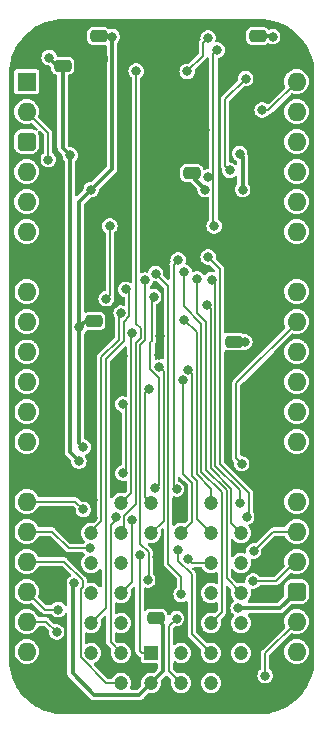
<source format=gbr>
%TF.GenerationSoftware,KiCad,Pcbnew,7.0.5*%
%TF.CreationDate,2024-01-10T17:55:56+02:00*%
%TF.ProjectId,HCP65 MPU Memory,48435036-3520-44d5-9055-204d656d6f72,rev?*%
%TF.SameCoordinates,Original*%
%TF.FileFunction,Copper,L2,Bot*%
%TF.FilePolarity,Positive*%
%FSLAX46Y46*%
G04 Gerber Fmt 4.6, Leading zero omitted, Abs format (unit mm)*
G04 Created by KiCad (PCBNEW 7.0.5) date 2024-01-10 17:55:56*
%MOMM*%
%LPD*%
G01*
G04 APERTURE LIST*
G04 Aperture macros list*
%AMRoundRect*
0 Rectangle with rounded corners*
0 $1 Rounding radius*
0 $2 $3 $4 $5 $6 $7 $8 $9 X,Y pos of 4 corners*
0 Add a 4 corners polygon primitive as box body*
4,1,4,$2,$3,$4,$5,$6,$7,$8,$9,$2,$3,0*
0 Add four circle primitives for the rounded corners*
1,1,$1+$1,$2,$3*
1,1,$1+$1,$4,$5*
1,1,$1+$1,$6,$7*
1,1,$1+$1,$8,$9*
0 Add four rect primitives between the rounded corners*
20,1,$1+$1,$2,$3,$4,$5,0*
20,1,$1+$1,$4,$5,$6,$7,0*
20,1,$1+$1,$6,$7,$8,$9,0*
20,1,$1+$1,$8,$9,$2,$3,0*%
G04 Aperture macros list end*
%TA.AperFunction,ComponentPad*%
%ADD10R,1.200000X1.200000*%
%TD*%
%TA.AperFunction,ComponentPad*%
%ADD11C,1.200000*%
%TD*%
%TA.AperFunction,ComponentPad*%
%ADD12R,1.600000X1.600000*%
%TD*%
%TA.AperFunction,ComponentPad*%
%ADD13O,1.600000X1.600000*%
%TD*%
%TA.AperFunction,ComponentPad*%
%ADD14RoundRect,0.400000X-0.400000X-0.400000X0.400000X-0.400000X0.400000X0.400000X-0.400000X0.400000X0*%
%TD*%
%TA.AperFunction,SMDPad,CuDef*%
%ADD15RoundRect,0.250000X0.475000X-0.250000X0.475000X0.250000X-0.475000X0.250000X-0.475000X-0.250000X0*%
%TD*%
%TA.AperFunction,SMDPad,CuDef*%
%ADD16RoundRect,0.250000X-0.475000X0.250000X-0.475000X-0.250000X0.475000X-0.250000X0.475000X0.250000X0*%
%TD*%
%TA.AperFunction,ViaPad*%
%ADD17C,0.800000*%
%TD*%
%TA.AperFunction,Conductor*%
%ADD18C,0.200000*%
%TD*%
%TA.AperFunction,Conductor*%
%ADD19C,0.380000*%
%TD*%
G04 APERTURE END LIST*
D10*
%TO.P,IC46,1,A18*%
%TO.N,/Memory Board/A18*%
X96901000Y-119507000D03*
D11*
%TO.P,IC46,2,A16*%
%TO.N,/Memory Board/A16*%
X99441000Y-122047000D03*
%TO.P,IC46,3,A15*%
%TO.N,/Memory Board/A15*%
X99441000Y-119507000D03*
%TO.P,IC46,4,A12*%
%TO.N,/Memory Board/A12*%
X101981000Y-122047000D03*
%TO.P,IC46,5,A7*%
%TO.N,/Memory Board/A7*%
X104521000Y-119507000D03*
%TO.P,IC46,6,A6*%
%TO.N,/Memory Board/A6*%
X101981000Y-119507000D03*
%TO.P,IC46,7,A5*%
%TO.N,/Memory Board/A5*%
X104521000Y-116967000D03*
%TO.P,IC46,8,A4*%
%TO.N,/Memory Board/A4*%
X101981000Y-116967000D03*
%TO.P,IC46,9,A3*%
%TO.N,/Memory Board/A3*%
X104521000Y-114427000D03*
%TO.P,IC46,10,A2*%
%TO.N,/Memory Board/A2*%
X101981000Y-114427000D03*
%TO.P,IC46,11,A1*%
%TO.N,/Memory Board/A1*%
X104521000Y-111887000D03*
%TO.P,IC46,12,A0*%
%TO.N,/Memory Board/A0*%
X101981000Y-111887000D03*
%TO.P,IC46,13,DQ0*%
%TO.N,/Memory Board/D0*%
X104521000Y-109347000D03*
%TO.P,IC46,14,DQ1*%
%TO.N,/Memory Board/D1*%
X101981000Y-106807000D03*
%TO.P,IC46,15,DQ2*%
%TO.N,/Memory Board/D2*%
X101981000Y-109347000D03*
%TO.P,IC46,16,GND*%
%TO.N,/Memory Board/GND*%
X99441000Y-106807000D03*
%TO.P,IC46,17,DQ3*%
%TO.N,/Memory Board/D3*%
X99441000Y-109347000D03*
%TO.P,IC46,18,DQ4*%
%TO.N,/Memory Board/D4*%
X96901000Y-106807000D03*
%TO.P,IC46,19,DQ5*%
%TO.N,/Memory Board/D5*%
X96901000Y-109347000D03*
%TO.P,IC46,20,DQ6*%
%TO.N,/Memory Board/D6*%
X94361000Y-106807000D03*
%TO.P,IC46,21,DQ7*%
%TO.N,/Memory Board/D7*%
X91821000Y-109347000D03*
%TO.P,IC46,22,~{CE}*%
%TO.N,/Memory Board/~{ROM_{CS}}*%
X94361000Y-109347000D03*
%TO.P,IC46,23,A10*%
%TO.N,/Memory Board/A10*%
X91821000Y-111887000D03*
%TO.P,IC46,24,~{OE}*%
%TO.N,/Memory Board/~{RD}*%
X94361000Y-111887000D03*
%TO.P,IC46,25,A11*%
%TO.N,/Memory Board/A11*%
X91821000Y-114427000D03*
%TO.P,IC46,26,A9*%
%TO.N,/Memory Board/A9*%
X94361000Y-114427000D03*
%TO.P,IC46,27,A8*%
%TO.N,/Memory Board/A8*%
X91821000Y-116967000D03*
%TO.P,IC46,28,A13*%
%TO.N,/Memory Board/A13*%
X94361000Y-116967000D03*
%TO.P,IC46,29,A14*%
%TO.N,/Memory Board/A14*%
X91821000Y-119507000D03*
%TO.P,IC46,30,A17*%
%TO.N,/Memory Board/A17*%
X94361000Y-122047000D03*
%TO.P,IC46,31,~{WE}*%
%TO.N,/Memory Board/~{WD}*%
X94361000Y-119507000D03*
%TO.P,IC46,32,3V*%
%TO.N,/Memory Board/3.3V*%
X96901000Y-122047000D03*
%TD*%
D12*
%TO.P,J8,1,Pin_1*%
%TO.N,/Memory Board/~{ROM_{CS}}*%
X86360000Y-71120000D03*
D13*
%TO.P,J8,2,Pin_2*%
%TO.N,/Memory Board/A4*%
X86360000Y-73660000D03*
D14*
%TO.P,J8,3,Pin_3*%
%TO.N,/Memory Board/5V*%
X86360000Y-76200000D03*
D13*
%TO.P,J8,4,Pin_4*%
%TO.N,/Memory Board/A3*%
X86360000Y-78740000D03*
%TO.P,J8,5,Pin_5*%
%TO.N,/Memory Board/A2*%
X86360000Y-81280000D03*
%TO.P,J8,6,Pin_6*%
%TO.N,/Memory Board/A1*%
X86360000Y-83820000D03*
D12*
%TO.P,J8,7,Pin_7*%
%TO.N,/Memory Board/GND*%
X86360000Y-86360000D03*
D13*
%TO.P,J8,8,Pin_8*%
%TO.N,/Memory Board/A0*%
X86360000Y-88900000D03*
%TO.P,J8,9,Pin_9*%
%TO.N,/Memory Board/~{RAM_{CS}}*%
X86360000Y-91440000D03*
%TO.P,J8,10,Pin_10*%
%TO.N,/Memory Board/D0*%
X86360000Y-93980000D03*
%TO.P,J8,11,Pin_11*%
%TO.N,/Memory Board/D1*%
X86360000Y-96520000D03*
%TO.P,J8,12,Pin_12*%
%TO.N,/Memory Board/D2*%
X86360000Y-99060000D03*
%TO.P,J8,13,Pin_13*%
%TO.N,/Memory Board/D3*%
X86360000Y-101600000D03*
D12*
%TO.P,J8,14,Pin_14*%
%TO.N,/Memory Board/GND*%
X86360000Y-104140000D03*
D13*
%TO.P,J8,15,Pin_15*%
%TO.N,/Memory Board/~{WD}*%
X86360000Y-106680000D03*
%TO.P,J8,16,Pin_16*%
%TO.N,/Memory Board/A18*%
X86360000Y-109220000D03*
%TO.P,J8,17,Pin_17*%
%TO.N,/Memory Board/A17*%
X86360000Y-111760000D03*
%TO.P,J8,18,Pin_18*%
%TO.N,/Memory Board/A16*%
X86360000Y-114300000D03*
%TO.P,J8,19,Pin_19*%
%TO.N,/Memory Board/A15*%
X86360000Y-116840000D03*
%TO.P,J8,20,Pin_20*%
%TO.N,/Memory Board/A14*%
X86360000Y-119380000D03*
%TO.P,J8,21,Pin_21*%
%TO.N,/Memory Board/A13*%
X109220000Y-119380000D03*
%TO.P,J8,22,Pin_22*%
%TO.N,/Memory Board/A12*%
X109220000Y-116840000D03*
D14*
%TO.P,J8,23,Pin_23*%
%TO.N,/Memory Board/5V*%
X109220000Y-114300000D03*
D13*
%TO.P,J8,24,Pin_24*%
%TO.N,/Memory Board/A11*%
X109220000Y-111760000D03*
%TO.P,J8,25,Pin_25*%
%TO.N,/Memory Board/A10*%
X109220000Y-109220000D03*
%TO.P,J8,26,Pin_26*%
%TO.N,/Memory Board/A9*%
X109220000Y-106680000D03*
D12*
%TO.P,J8,27,Pin_27*%
%TO.N,/Memory Board/GND*%
X109220000Y-104140000D03*
D13*
%TO.P,J8,28,Pin_28*%
%TO.N,/Memory Board/D4*%
X109220000Y-101600000D03*
%TO.P,J8,29,Pin_29*%
%TO.N,/Memory Board/D5*%
X109220000Y-99060000D03*
%TO.P,J8,30,Pin_30*%
%TO.N,/Memory Board/D6*%
X109220000Y-96520000D03*
%TO.P,J8,31,Pin_31*%
%TO.N,/Memory Board/D7*%
X109220000Y-93980000D03*
%TO.P,J8,32,Pin_32*%
%TO.N,/Memory Board/~{RD}*%
X109220000Y-91440000D03*
%TO.P,J8,33,Pin_33*%
%TO.N,/Memory Board/A8*%
X109220000Y-88900000D03*
D12*
%TO.P,J8,34,Pin_34*%
%TO.N,/Memory Board/GND*%
X109220000Y-86360000D03*
D13*
%TO.P,J8,35,Pin_35*%
%TO.N,/Memory Board/A7*%
X109220000Y-83820000D03*
%TO.P,J8,36,Pin_36*%
%TO.N,/Memory Board/A6*%
X109220000Y-81280000D03*
%TO.P,J8,37,Pin_37*%
%TO.N,/Memory Board/A5*%
X109220000Y-78740000D03*
%TO.P,J8,38,Pin_38*%
%TO.N,/Memory Board/CH0_{OUT}*%
X109220000Y-76200000D03*
%TO.P,J8,39,Pin_39*%
%TO.N,/Memory Board/CH1_{OUT}*%
X109220000Y-73660000D03*
%TO.P,J8,40,Pin_40*%
%TO.N,/Memory Board/CH2_{OUT}*%
X109220000Y-71120000D03*
%TD*%
D15*
%TO.P,C49,1*%
%TO.N,/Memory Board/5V*%
X89408000Y-69768000D03*
%TO.P,C49,2*%
%TO.N,/Memory Board/GND*%
X89408000Y-67868000D03*
%TD*%
D16*
%TO.P,C54,1*%
%TO.N,/Memory Board/3.3V*%
X92075000Y-91395000D03*
%TO.P,C54,2*%
%TO.N,/Memory Board/GND*%
X92075000Y-93295000D03*
%TD*%
D15*
%TO.P,C52,1*%
%TO.N,/Memory Board/3.3V*%
X97282000Y-116504000D03*
%TO.P,C52,2*%
%TO.N,/Memory Board/GND*%
X97282000Y-114604000D03*
%TD*%
%TO.P,C51,1*%
%TO.N,/Memory Board/3.3V*%
X103886000Y-93136000D03*
%TO.P,C51,2*%
%TO.N,/Memory Board/GND*%
X103886000Y-91236000D03*
%TD*%
D16*
%TO.P,C55,1*%
%TO.N,/Memory Board/3.3V*%
X105918000Y-67265000D03*
%TO.P,C55,2*%
%TO.N,/Memory Board/GND*%
X105918000Y-69165000D03*
%TD*%
D15*
%TO.P,C53,1*%
%TO.N,/Memory Board/3.3V*%
X100330000Y-78867000D03*
%TO.P,C53,2*%
%TO.N,/Memory Board/GND*%
X100330000Y-76967000D03*
%TD*%
D16*
%TO.P,C50,1*%
%TO.N,/Memory Board/3.3V*%
X92456000Y-67265000D03*
%TO.P,C50,2*%
%TO.N,/Memory Board/GND*%
X92456000Y-69165000D03*
%TD*%
D17*
%TO.N,/Memory Board/A4*%
X99695000Y-87249000D03*
X88188901Y-77724000D03*
%TO.N,/Memory Board/A3*%
X100795338Y-87827237D03*
%TO.N,/Memory Board/A2*%
X97282000Y-87376000D03*
X99441000Y-114526128D03*
%TO.N,/Memory Board/A1*%
X96416598Y-87929249D03*
X96619000Y-113312642D03*
%TO.N,/Memory Board/A0*%
X97116614Y-89329249D03*
X97256884Y-105565000D03*
X99981000Y-111506000D03*
%TO.N,/Memory Board/~{WD}*%
X93893000Y-107950000D03*
X91154772Y-107344092D03*
%TO.N,/Memory Board/A18*%
X95993000Y-111243031D03*
X91694000Y-110617000D03*
%TO.N,/Memory Board/A16*%
X99050000Y-116586000D03*
X89027000Y-115824000D03*
%TO.N,/Memory Board/A15*%
X88900000Y-117729000D03*
%TO.N,/Memory Board/A12*%
X106553000Y-121412000D03*
%TO.N,/Memory Board/A11*%
X105537000Y-113411000D03*
%TO.N,/Memory Board/A10*%
X105579996Y-110871000D03*
%TO.N,/Memory Board/A9*%
X95293000Y-108202293D03*
X94492999Y-104277483D03*
X94492999Y-98425000D03*
%TO.N,/Memory Board/~{RD}*%
X104563420Y-103479548D03*
%TO.N,/Memory Board/A8*%
X94742000Y-88708000D03*
%TO.N,/Memory Board/A7*%
X102043000Y-87884000D03*
X104381013Y-106807000D03*
%TO.N,/Memory Board/A6*%
X99187000Y-86233000D03*
X99187000Y-110744000D03*
X99056884Y-105619272D03*
%TO.N,/Memory Board/A5*%
X105029000Y-107950000D03*
X101727000Y-85979000D03*
%TO.N,/Memory Board/5V*%
X90777000Y-103256186D03*
X88265000Y-69088000D03*
X104267000Y-115697000D03*
X90043000Y-77342984D03*
%TO.N,/Memory Board/~{RAM_{CS}}*%
X93402794Y-83340000D03*
X93090137Y-89501136D03*
X101727000Y-79186000D03*
X102237871Y-83340000D03*
X102489000Y-68453000D03*
%TO.N,/Memory Board/~{ROM_{CS}}*%
X101727000Y-67437000D03*
X95631000Y-70231000D03*
X99949000Y-70261997D03*
%TO.N,/Memory Board/GND*%
X90805005Y-67945005D03*
X107315000Y-74549000D03*
X89044797Y-92975033D03*
X107315000Y-78359000D03*
X106045005Y-83058005D03*
X93980000Y-102997000D03*
X91961000Y-108044092D03*
X87106042Y-121808958D03*
X93345000Y-92710000D03*
X97409000Y-111379000D03*
X107188000Y-95250000D03*
X92075000Y-82550002D03*
X94488000Y-94361000D03*
X97661000Y-92667000D03*
X104394000Y-74559990D03*
X104902000Y-69215000D03*
X105028999Y-92074999D03*
X105283000Y-102743000D03*
X97582634Y-94247000D03*
X107315000Y-76327000D03*
X93091000Y-120777000D03*
X98425000Y-84455000D03*
X101470000Y-75184008D03*
X89154000Y-82042000D03*
X100711000Y-120904000D03*
X91948000Y-106553000D03*
%TO.N,/Memory Board/D7*%
X94361000Y-90707730D03*
%TO.N,/Memory Board/D0*%
X101599633Y-90029249D03*
%TO.N,/Memory Board/D1*%
X99695000Y-91282000D03*
%TO.N,/Memory Board/D2*%
X100043000Y-95504000D03*
%TO.N,/Memory Board/D3*%
X99592593Y-96396826D03*
%TO.N,/Memory Board/D4*%
X96693000Y-97155000D03*
%TO.N,/Memory Board/D5*%
X97598000Y-95250000D03*
%TO.N,/Memory Board/D6*%
X95316598Y-92435122D03*
%TO.N,/Memory Board/3.3V*%
X91158000Y-102065627D03*
X104648000Y-80264000D03*
X93599000Y-67310000D03*
X101469992Y-80264000D03*
X107188000Y-67310000D03*
X90805000Y-91938976D03*
X90390000Y-113609697D03*
X104394000Y-77216010D03*
X91821000Y-80264000D03*
X104836342Y-93182429D03*
%TO.N,/Memory Board/~{RAM_{CS}}\u00B7~{ROM_{CS}}*%
X103544398Y-78631343D03*
X104902000Y-70866000D03*
%TO.N,/Memory Board/CH2_{OUT}*%
X106299000Y-73532992D03*
%TD*%
D18*
%TO.N,/Memory Board/A4*%
X101143000Y-91607986D02*
X99695000Y-90159985D01*
X102880999Y-116067001D02*
X102880999Y-105905741D01*
X88188901Y-75488901D02*
X88188901Y-77724000D01*
X101143000Y-104167740D02*
X101143000Y-91607986D01*
X102880999Y-105905741D02*
X101143000Y-104167740D01*
X101981000Y-116967000D02*
X102880999Y-116067001D01*
X86360000Y-73660000D02*
X88188901Y-75488901D01*
X99695000Y-90159985D02*
X99695000Y-87249000D01*
%TO.N,/Memory Board/A3*%
X103280999Y-113186999D02*
X103280999Y-105740055D01*
X101543000Y-91442300D02*
X100795338Y-90694638D01*
X104521000Y-114427000D02*
X103280999Y-113186999D01*
X100795338Y-90694638D02*
X100795338Y-87827237D01*
X103280999Y-105740055D02*
X101543000Y-104002055D01*
X101543000Y-104002055D02*
X101543000Y-91442300D01*
%TO.N,/Memory Board/A2*%
X98356884Y-92961066D02*
X98356884Y-111945884D01*
X97282000Y-87376000D02*
X98361000Y-88455000D01*
X98361000Y-88455000D02*
X98361000Y-92956950D01*
X98356884Y-111945884D02*
X99441000Y-113030000D01*
X98361000Y-92956950D02*
X98356884Y-92961066D01*
X99441000Y-113030000D02*
X99441000Y-114526128D01*
%TO.N,/Memory Board/A1*%
X95993000Y-110253081D02*
X95993000Y-93458758D01*
X96619000Y-113312642D02*
X96693000Y-113238642D01*
X96693000Y-113238642D02*
X96693000Y-110953081D01*
X95993000Y-93458758D02*
X96416598Y-93035159D01*
X96416598Y-93035159D02*
X96416598Y-87929249D01*
X96693000Y-110953081D02*
X95993000Y-110253081D01*
%TO.N,/Memory Board/A0*%
X96961000Y-89484863D02*
X97116614Y-89329249D01*
X96834000Y-93183443D02*
X96961000Y-93056443D01*
X100362000Y-111887000D02*
X99981000Y-111506000D01*
X97536000Y-96177950D02*
X96834000Y-95475950D01*
X96961000Y-93056443D02*
X96961000Y-89484863D01*
X97256884Y-105565000D02*
X97536000Y-105285884D01*
X97536000Y-105285884D02*
X97536000Y-96177950D01*
X96834000Y-95475950D02*
X96834000Y-93183443D01*
X101981000Y-111887000D02*
X100362000Y-111887000D01*
%TO.N,/Memory Board/~{WD}*%
X90490680Y-106680000D02*
X91154772Y-107344092D01*
X93893000Y-108253269D02*
X93893000Y-107950000D01*
X93461000Y-108685269D02*
X93893000Y-108253269D01*
X94361000Y-119507000D02*
X93461000Y-118607000D01*
X86360000Y-106680000D02*
X90490680Y-106680000D01*
X93461000Y-118607000D02*
X93461000Y-108685269D01*
%TO.N,/Memory Board/A18*%
X86360000Y-109220000D02*
X88519000Y-109220000D01*
X95919000Y-119325000D02*
X95919000Y-111317031D01*
X89916000Y-110617000D02*
X91694000Y-110617000D01*
X96901000Y-119507000D02*
X96101000Y-119507000D01*
X96101000Y-119507000D02*
X95919000Y-119325000D01*
X88519000Y-109220000D02*
X89916000Y-110617000D01*
X95919000Y-111317031D02*
X95993000Y-111243031D01*
%TO.N,/Memory Board/A17*%
X86360000Y-111760000D02*
X89530253Y-111760000D01*
X91090000Y-113319747D02*
X91090000Y-113899647D01*
X90921000Y-114068647D02*
X90921000Y-119879793D01*
X91090000Y-113899647D02*
X90921000Y-114068647D01*
X93088207Y-122047000D02*
X94361000Y-122047000D01*
X89530253Y-111760000D02*
X91090000Y-113319747D01*
X90921000Y-119879793D02*
X93088207Y-122047000D01*
%TO.N,/Memory Board/A16*%
X87884000Y-115824000D02*
X89027000Y-115824000D01*
X99441000Y-122047000D02*
X98425000Y-121031000D01*
X98425000Y-117211000D02*
X99050000Y-116586000D01*
X98425000Y-121031000D02*
X98425000Y-117211000D01*
X86360000Y-114300000D02*
X87884000Y-115824000D01*
%TO.N,/Memory Board/A15*%
X88011000Y-116840000D02*
X88900000Y-117729000D01*
X86360000Y-116840000D02*
X88011000Y-116840000D01*
%TO.N,/Memory Board/A12*%
X109220000Y-116840000D02*
X106553000Y-119507000D01*
X106553000Y-119507000D02*
X106553000Y-121412000D01*
%TO.N,/Memory Board/A11*%
X109093000Y-111760000D02*
X107442000Y-113411000D01*
X107442000Y-113411000D02*
X105537000Y-113411000D01*
%TO.N,/Memory Board/A10*%
X109220000Y-109220000D02*
X107230996Y-109220000D01*
X107230996Y-109220000D02*
X105579996Y-110871000D01*
%TO.N,/Memory Board/A9*%
X95293000Y-113495000D02*
X95293000Y-108202293D01*
X94742000Y-98674001D02*
X94492999Y-98425000D01*
X94742000Y-104028482D02*
X94742000Y-98674001D01*
X94361000Y-114427000D02*
X95293000Y-113495000D01*
X94492999Y-104277483D02*
X94742000Y-104028482D01*
%TO.N,/Memory Board/~{RD}*%
X109220000Y-91540950D02*
X104114090Y-96646860D01*
X104114090Y-96646860D02*
X104114090Y-103030218D01*
X104114090Y-103030218D02*
X104563420Y-103479548D01*
%TO.N,/Memory Board/A8*%
X95061000Y-90997680D02*
X95061000Y-89027000D01*
X94615000Y-93091000D02*
X94615000Y-91443680D01*
X93061000Y-115727000D02*
X93061000Y-94645000D01*
X95061000Y-89027000D02*
X94742000Y-88708000D01*
X94615000Y-91443680D02*
X95061000Y-90997680D01*
X91821000Y-116967000D02*
X93061000Y-115727000D01*
X93061000Y-94645000D02*
X94615000Y-93091000D01*
%TO.N,/Memory Board/A7*%
X104381013Y-105708699D02*
X102343000Y-103670685D01*
X102343000Y-103670685D02*
X102343000Y-88184000D01*
X104381013Y-106807000D02*
X104381013Y-105708699D01*
X102343000Y-88184000D02*
X102043000Y-87884000D01*
%TO.N,/Memory Board/A6*%
X101981000Y-119507000D02*
X100330000Y-117856000D01*
X98806000Y-86614000D02*
X98806000Y-105368388D01*
X100330000Y-112844950D02*
X99187000Y-111701950D01*
X98806000Y-105368388D02*
X99056884Y-105619272D01*
X100330000Y-117856000D02*
X100330000Y-112844950D01*
X99187000Y-111701950D02*
X99187000Y-110744000D01*
X99187000Y-86233000D02*
X98806000Y-86614000D01*
%TO.N,/Memory Board/A5*%
X105029000Y-107950000D02*
X105156000Y-107823000D01*
X102743000Y-103505000D02*
X102743000Y-86995000D01*
X105156000Y-105918000D02*
X102743000Y-103505000D01*
X105156000Y-107823000D02*
X105156000Y-105918000D01*
X102743000Y-86995000D02*
X101727000Y-85979000D01*
D19*
%TO.N,/Memory Board/5V*%
X90043000Y-77342984D02*
X90013853Y-77372131D01*
X89408000Y-76707984D02*
X90043000Y-77342984D01*
X90013853Y-77372131D02*
X90013853Y-102493039D01*
X90013853Y-102493039D02*
X90777000Y-103256186D01*
X109220000Y-114300000D02*
X107823000Y-115697000D01*
X107823000Y-115697000D02*
X104267000Y-115697000D01*
X89408000Y-69768000D02*
X89408000Y-76707984D01*
X88945000Y-69768000D02*
X88265000Y-69088000D01*
D18*
%TO.N,/Memory Board/~{RAM_{CS}}*%
X102489000Y-68453000D02*
X102170000Y-68772000D01*
X102170000Y-83272129D02*
X102237871Y-83340000D01*
X102170000Y-68772000D02*
X102170000Y-83272129D01*
X93090137Y-89501136D02*
X93402794Y-89188479D01*
X93402794Y-89188479D02*
X93402794Y-83340000D01*
%TO.N,/Memory Board/~{ROM_{CS}}*%
X94593000Y-109115000D02*
X94593000Y-107912343D01*
X95593000Y-93293072D02*
X96016598Y-92869474D01*
X94593000Y-107912343D02*
X95593000Y-106912343D01*
X95593000Y-106912343D02*
X95593000Y-93293072D01*
X96016598Y-92000770D02*
X95631000Y-91615172D01*
X101281000Y-68929997D02*
X99949000Y-70261997D01*
X96016598Y-92869474D02*
X96016598Y-92000770D01*
X95631000Y-91615172D02*
X95631000Y-70231000D01*
X101727000Y-67437000D02*
X101281000Y-67883000D01*
X101281000Y-67883000D02*
X101281000Y-68929997D01*
D19*
%TO.N,/Memory Board/GND*%
X105918000Y-69165000D02*
X104952000Y-69165000D01*
X97661000Y-92667000D02*
X97582634Y-92745366D01*
X109220000Y-86360000D02*
X110410000Y-87550000D01*
X93345000Y-92710000D02*
X93190000Y-92555000D01*
X106045005Y-83058005D02*
X106045005Y-75311005D01*
X109220000Y-104140000D02*
X106680000Y-104140000D01*
X105918000Y-69165000D02*
X108947915Y-69165000D01*
X90728000Y-67868000D02*
X90805005Y-67945005D01*
X106045005Y-83185005D02*
X106045005Y-83058005D01*
X99441000Y-115570000D02*
X99840000Y-115969000D01*
X89154000Y-85344000D02*
X89154000Y-82042000D01*
X99840000Y-115969000D02*
X99840000Y-118505928D01*
X97582634Y-92745366D02*
X97582634Y-94247000D01*
X107315000Y-76327000D02*
X107315000Y-78359000D01*
X91961000Y-106901454D02*
X91961000Y-108044092D01*
X91948000Y-89637903D02*
X91948000Y-82677002D01*
X85170000Y-102950000D02*
X85170000Y-92837000D01*
X85154505Y-85154505D02*
X85154505Y-69945495D01*
X104190000Y-91236000D02*
X105028999Y-92074999D01*
X104648006Y-84455000D02*
X106045003Y-83058003D01*
X88138000Y-86360000D02*
X89154000Y-85344000D01*
X85170000Y-87550000D02*
X86360000Y-86360000D01*
X103505000Y-95631000D02*
X103505000Y-103574036D01*
X91236005Y-67945005D02*
X90805005Y-67945005D01*
X91948000Y-82677002D02*
X92075000Y-82550002D01*
X106045005Y-75311005D02*
X105293990Y-74559990D01*
X97282000Y-114604000D02*
X98248000Y-115570000D01*
X105782176Y-92828176D02*
X105782176Y-93353824D01*
X110410000Y-85170000D02*
X109220000Y-86360000D01*
X110410000Y-102950000D02*
X109220000Y-104140000D01*
X110490000Y-119792915D02*
X110490000Y-105410000D01*
X104843767Y-110490000D02*
X103886000Y-110490000D01*
X109220000Y-86360000D02*
X106045005Y-83185005D01*
X107188000Y-95250000D02*
X110410000Y-95250000D01*
X105782176Y-93353824D02*
X103505000Y-95631000D01*
X100711000Y-119376928D02*
X100711000Y-120904000D01*
X92760000Y-93295000D02*
X93345000Y-92710000D01*
X104521000Y-84455000D02*
X98425000Y-84455000D01*
X101470000Y-75695000D02*
X101470000Y-75184008D01*
X105028999Y-92074999D02*
X105028999Y-84835993D01*
X104648006Y-84455000D02*
X104521000Y-84455000D01*
X93980000Y-102997000D02*
X93702999Y-102719999D01*
X106680000Y-104140000D02*
X105283000Y-102743000D01*
X105293990Y-74559990D02*
X104394000Y-74559990D01*
X108947915Y-69165000D02*
X110410000Y-70627085D01*
X93702999Y-95146001D02*
X94488000Y-94361000D01*
X97409000Y-111379000D02*
X97409000Y-114477000D01*
X98248000Y-115570000D02*
X99441000Y-115570000D01*
X86360000Y-86360000D02*
X85154505Y-85154505D01*
X89199546Y-104140000D02*
X91612546Y-106553000D01*
X93702999Y-102719999D02*
X93702999Y-95146001D01*
X106045003Y-83058003D02*
X106045005Y-83058005D01*
X85170000Y-105330000D02*
X85170000Y-119872915D01*
X87232000Y-67868000D02*
X89408000Y-67868000D01*
X100330000Y-76835000D02*
X101470000Y-75695000D01*
X91948000Y-106553000D02*
X91948000Y-106888454D01*
X110410000Y-95250000D02*
X110410000Y-102950000D01*
X105918000Y-72009000D02*
X105918000Y-69165000D01*
X88859764Y-92790000D02*
X85217000Y-92790000D01*
X105028999Y-84835993D02*
X104648006Y-84455000D01*
X91948000Y-106553000D02*
X91948000Y-93422000D01*
X88914085Y-123617000D02*
X106665915Y-123617000D01*
X107188000Y-100838000D02*
X105283000Y-102743000D01*
X104952000Y-69165000D02*
X104902000Y-69215000D01*
X87106042Y-121808958D02*
X88914085Y-123617000D01*
X99840000Y-118505928D02*
X100711000Y-119376928D01*
X85154505Y-69945495D02*
X87232000Y-67868000D01*
X110490000Y-105410000D02*
X109220000Y-104140000D01*
X107188000Y-95250000D02*
X107188000Y-100838000D01*
X110410000Y-70627085D02*
X110410000Y-85170000D01*
X105819000Y-105888036D02*
X105819000Y-109514767D01*
X89044797Y-92975033D02*
X88859764Y-92790000D01*
X107315000Y-76327000D02*
X107315000Y-74549000D01*
X86360000Y-104140000D02*
X89199546Y-104140000D01*
X85217000Y-92790000D02*
X85170000Y-92837000D01*
X92456000Y-69165000D02*
X91236005Y-67945005D01*
X93190000Y-90879903D02*
X91948000Y-89637903D01*
X86360000Y-86360000D02*
X88138000Y-86360000D01*
X104394000Y-73533000D02*
X105918000Y-72009000D01*
X85170000Y-92837000D02*
X85170000Y-87550000D01*
X93190000Y-92555000D02*
X93190000Y-90879903D01*
X89408000Y-67868000D02*
X90728000Y-67868000D01*
X85170000Y-119872915D02*
X87106042Y-121808958D01*
X91948000Y-106888454D02*
X91961000Y-106901454D01*
X104394000Y-74559990D02*
X104394000Y-73533000D01*
X91612546Y-106553000D02*
X91948000Y-106553000D01*
X105819000Y-109514767D02*
X104843767Y-110490000D01*
X86360000Y-104140000D02*
X85170000Y-105330000D01*
X92075000Y-93295000D02*
X92760000Y-93295000D01*
X106665915Y-123617000D02*
X110490000Y-119792915D01*
X86360000Y-104140000D02*
X85170000Y-102950000D01*
X105028999Y-92074999D02*
X105782176Y-92828176D01*
X110410000Y-87550000D02*
X110410000Y-95250000D01*
X103505000Y-103574036D02*
X105819000Y-105888036D01*
D18*
%TO.N,/Memory Board/D7*%
X94172000Y-92968314D02*
X94172000Y-90896730D01*
X91821000Y-109193899D02*
X92661000Y-108353899D01*
X92661000Y-108353899D02*
X92661000Y-94479314D01*
X92661000Y-94479314D02*
X94172000Y-92968314D01*
X94172000Y-90896730D02*
X94361000Y-90707730D01*
%TO.N,/Memory Board/D0*%
X101943000Y-90372616D02*
X101599633Y-90029249D01*
X103680999Y-105574369D02*
X101943000Y-103836370D01*
X101943000Y-103836370D02*
X101943000Y-90372616D01*
X104521000Y-109347000D02*
X103680999Y-108506999D01*
X103680999Y-108506999D02*
X103680999Y-105574369D01*
%TO.N,/Memory Board/D1*%
X101981000Y-106807000D02*
X101981000Y-105571426D01*
X101981000Y-105571426D02*
X100743000Y-104333425D01*
X100743000Y-104333425D02*
X100743000Y-92330000D01*
X100743000Y-92330000D02*
X99695000Y-91282000D01*
%TO.N,/Memory Board/D2*%
X100343000Y-104499110D02*
X100343000Y-95804000D01*
X100819000Y-108185000D02*
X100819000Y-104975112D01*
X101981000Y-109347000D02*
X100819000Y-108185000D01*
X100343000Y-95804000D02*
X100043000Y-95504000D01*
X100819000Y-104975112D02*
X100343000Y-104499110D01*
%TO.N,/Memory Board/D3*%
X99592593Y-104314389D02*
X99592593Y-96396826D01*
X99441000Y-109347000D02*
X100394970Y-108393030D01*
X100394970Y-108393030D02*
X100394970Y-105116766D01*
X100394970Y-105116766D02*
X99592593Y-104314389D01*
%TO.N,/Memory Board/D4*%
X96393000Y-97455000D02*
X96693000Y-97155000D01*
X96393000Y-106299000D02*
X96393000Y-97455000D01*
X96901000Y-106807000D02*
X96393000Y-106299000D01*
%TO.N,/Memory Board/D5*%
X97956884Y-95608884D02*
X97598000Y-95250000D01*
X97956884Y-108291116D02*
X97956884Y-95608884D01*
X96901000Y-109347000D02*
X97956884Y-108291116D01*
%TO.N,/Memory Board/D6*%
X95192999Y-92558721D02*
X95316598Y-92435122D01*
X94361000Y-106807000D02*
X95192999Y-105975001D01*
X95192999Y-105975001D02*
X95192999Y-92558721D01*
D19*
%TO.N,/Memory Board/3.3V*%
X105918000Y-67265000D02*
X107143000Y-67265000D01*
X90805000Y-91938976D02*
X91348976Y-91395000D01*
X96901000Y-122047000D02*
X95911000Y-123037000D01*
X90805000Y-91938976D02*
X90805000Y-81280000D01*
X90805000Y-91938976D02*
X90805000Y-101712627D01*
X97891000Y-121057000D02*
X97891000Y-117113000D01*
X90242000Y-113757697D02*
X90390000Y-113609697D01*
X100330000Y-79124008D02*
X101469992Y-80264000D01*
X95911000Y-123037000D02*
X92049000Y-123037000D01*
X104680508Y-93338263D02*
X104836342Y-93182429D01*
X90242000Y-121230000D02*
X90242000Y-113757697D01*
X96901000Y-122047000D02*
X97891000Y-121057000D01*
X104648000Y-80264000D02*
X104648000Y-77470010D01*
X107143000Y-67265000D02*
X107188000Y-67310000D01*
X90805000Y-101712627D02*
X91158000Y-102065627D01*
X92049000Y-123037000D02*
X90242000Y-121230000D01*
X90805000Y-81280000D02*
X91821000Y-80264000D01*
X104088263Y-93338263D02*
X104680508Y-93338263D01*
X93599000Y-67310000D02*
X92501000Y-67310000D01*
X91348976Y-91395000D02*
X92075000Y-91395000D01*
X97891000Y-117113000D02*
X97282000Y-116504000D01*
X93599000Y-78486000D02*
X91821000Y-80264000D01*
X93599000Y-67310000D02*
X93599000Y-78486000D01*
X104648000Y-77470010D02*
X104394000Y-77216010D01*
D18*
%TO.N,/Memory Board/~{RAM_{CS}}\u00B7~{ROM_{CS}}*%
X104902000Y-70866000D02*
X103142000Y-72626000D01*
X103142000Y-72626000D02*
X103142000Y-78228945D01*
X103142000Y-78228945D02*
X103544398Y-78631343D01*
%TO.N,/Memory Board/CH2_{OUT}*%
X109220000Y-71120000D02*
X106807008Y-73532992D01*
X106807008Y-73532992D02*
X106299000Y-73532992D01*
%TD*%
%TA.AperFunction,Conductor*%
%TO.N,/Memory Board/GND*%
G36*
X95487834Y-113898361D02*
G01*
X95543767Y-113940233D01*
X95568184Y-114005697D01*
X95568500Y-114014543D01*
X95568500Y-119275788D01*
X95565861Y-119301232D01*
X95563957Y-119310311D01*
X95563957Y-119310317D01*
X95568023Y-119342937D01*
X95568500Y-119350614D01*
X95568500Y-119354040D01*
X95571232Y-119370420D01*
X95571876Y-119374276D01*
X95572245Y-119376808D01*
X95578427Y-119426393D01*
X95580520Y-119433426D01*
X95582907Y-119440379D01*
X95582908Y-119440381D01*
X95590608Y-119454609D01*
X95606691Y-119484330D01*
X95607864Y-119486608D01*
X95629802Y-119531484D01*
X95629804Y-119531486D01*
X95634071Y-119537464D01*
X95638580Y-119543255D01*
X95638582Y-119543258D01*
X95675318Y-119577076D01*
X95677168Y-119578850D01*
X95750499Y-119652181D01*
X95818362Y-119720043D01*
X95834489Y-119739903D01*
X95839563Y-119747669D01*
X95865509Y-119767863D01*
X95871272Y-119772953D01*
X95873694Y-119775375D01*
X95885710Y-119783954D01*
X95890391Y-119787296D01*
X95892429Y-119788816D01*
X95931874Y-119819517D01*
X95931875Y-119819517D01*
X95931876Y-119819518D01*
X95938342Y-119823017D01*
X95944929Y-119826237D01*
X95944930Y-119826237D01*
X95944934Y-119826240D01*
X95961882Y-119831285D01*
X96020516Y-119869278D01*
X96049303Y-119932942D01*
X96050500Y-119950130D01*
X96050500Y-120131678D01*
X96065032Y-120204735D01*
X96065033Y-120204739D01*
X96083405Y-120232235D01*
X96120399Y-120287601D01*
X96169381Y-120320329D01*
X96203260Y-120342966D01*
X96203264Y-120342967D01*
X96276321Y-120357499D01*
X96276324Y-120357500D01*
X96276326Y-120357500D01*
X97326500Y-120357500D01*
X97393539Y-120377185D01*
X97439294Y-120429989D01*
X97450500Y-120481500D01*
X97450500Y-120823176D01*
X97430815Y-120890215D01*
X97414181Y-120910857D01*
X97151928Y-121173109D01*
X97090605Y-121206594D01*
X97038466Y-121206718D01*
X96990395Y-121196500D01*
X96990391Y-121196500D01*
X96811609Y-121196500D01*
X96786811Y-121201771D01*
X96636733Y-121233670D01*
X96636728Y-121233672D01*
X96473408Y-121306387D01*
X96328768Y-121411475D01*
X96209140Y-121544336D01*
X96119750Y-121699164D01*
X96119747Y-121699170D01*
X96064504Y-121869192D01*
X96064503Y-121869194D01*
X96045815Y-122047000D01*
X96061719Y-122198316D01*
X96049149Y-122267045D01*
X96026079Y-122298958D01*
X95764856Y-122560182D01*
X95703536Y-122593666D01*
X95677177Y-122596500D01*
X95240593Y-122596500D01*
X95173554Y-122576815D01*
X95127799Y-122524011D01*
X95117855Y-122454853D01*
X95133205Y-122410502D01*
X95135756Y-122406081D01*
X95142250Y-122394835D01*
X95197497Y-122224803D01*
X95216185Y-122047000D01*
X95197497Y-121869197D01*
X95157520Y-121746161D01*
X95142252Y-121699170D01*
X95142249Y-121699164D01*
X95140711Y-121696500D01*
X95052859Y-121544335D01*
X95001935Y-121487778D01*
X94933235Y-121411478D01*
X94933232Y-121411476D01*
X94933231Y-121411475D01*
X94933230Y-121411474D01*
X94788593Y-121306388D01*
X94625267Y-121233671D01*
X94625265Y-121233670D01*
X94475189Y-121201771D01*
X94450391Y-121196500D01*
X94271609Y-121196500D01*
X94246811Y-121201771D01*
X94096733Y-121233670D01*
X94096728Y-121233672D01*
X93933408Y-121306387D01*
X93788768Y-121411475D01*
X93669139Y-121544336D01*
X93617084Y-121634500D01*
X93566517Y-121682716D01*
X93509697Y-121696500D01*
X93284751Y-121696500D01*
X93217712Y-121676815D01*
X93197070Y-121660181D01*
X92055049Y-120518160D01*
X92021564Y-120456837D01*
X92026548Y-120387145D01*
X92068420Y-120331212D01*
X92092288Y-120317202D01*
X92248593Y-120247612D01*
X92393230Y-120142526D01*
X92398229Y-120136975D01*
X92419148Y-120113741D01*
X92512859Y-120009665D01*
X92602250Y-119854835D01*
X92657497Y-119684803D01*
X92676185Y-119507000D01*
X92657497Y-119329197D01*
X92602250Y-119159165D01*
X92512859Y-119004335D01*
X92466003Y-118952296D01*
X92393235Y-118871478D01*
X92393232Y-118871476D01*
X92393231Y-118871475D01*
X92393230Y-118871474D01*
X92248593Y-118766388D01*
X92085267Y-118693671D01*
X92085265Y-118693670D01*
X91921249Y-118658808D01*
X91910391Y-118656500D01*
X91731609Y-118656500D01*
X91720751Y-118658808D01*
X91556733Y-118693670D01*
X91556732Y-118693670D01*
X91445935Y-118743001D01*
X91376685Y-118752285D01*
X91313409Y-118722656D01*
X91276196Y-118663521D01*
X91271500Y-118629721D01*
X91271500Y-118268283D01*
X91271500Y-117844274D01*
X91291183Y-117777239D01*
X91343987Y-117731484D01*
X91413146Y-117721540D01*
X91445931Y-117730997D01*
X91556733Y-117780329D01*
X91731609Y-117817500D01*
X91731610Y-117817500D01*
X91910389Y-117817500D01*
X91910391Y-117817500D01*
X92085267Y-117780329D01*
X92248593Y-117707612D01*
X92393230Y-117602526D01*
X92512859Y-117469665D01*
X92602250Y-117314835D01*
X92657497Y-117144803D01*
X92676185Y-116967000D01*
X92657497Y-116789197D01*
X92641000Y-116738427D01*
X92639006Y-116668587D01*
X92671249Y-116612431D01*
X92898819Y-116384862D01*
X92960142Y-116351377D01*
X93029834Y-116356361D01*
X93085767Y-116398233D01*
X93110184Y-116463697D01*
X93110500Y-116472543D01*
X93110500Y-118557788D01*
X93107861Y-118583232D01*
X93105957Y-118592311D01*
X93105957Y-118592317D01*
X93110023Y-118624937D01*
X93110500Y-118632614D01*
X93110500Y-118636040D01*
X93112044Y-118645294D01*
X93113876Y-118656276D01*
X93114245Y-118658808D01*
X93120427Y-118708393D01*
X93122520Y-118715426D01*
X93124907Y-118722379D01*
X93124908Y-118722381D01*
X93125057Y-118722656D01*
X93148691Y-118766330D01*
X93149864Y-118768608D01*
X93171802Y-118813484D01*
X93171804Y-118813486D01*
X93176071Y-118819464D01*
X93180582Y-118825259D01*
X93217341Y-118859098D01*
X93219190Y-118860872D01*
X93510748Y-119152430D01*
X93544233Y-119213753D01*
X93540999Y-119278426D01*
X93524505Y-119329192D01*
X93524503Y-119329197D01*
X93505815Y-119507000D01*
X93524503Y-119684805D01*
X93524504Y-119684807D01*
X93579747Y-119854829D01*
X93579750Y-119854835D01*
X93669141Y-120009665D01*
X93695500Y-120038939D01*
X93788764Y-120142521D01*
X93788767Y-120142523D01*
X93788770Y-120142526D01*
X93933407Y-120247612D01*
X94096733Y-120320329D01*
X94271609Y-120357500D01*
X94271610Y-120357500D01*
X94450389Y-120357500D01*
X94450391Y-120357500D01*
X94625267Y-120320329D01*
X94788593Y-120247612D01*
X94933230Y-120142526D01*
X94938229Y-120136975D01*
X94959148Y-120113741D01*
X95052859Y-120009665D01*
X95142250Y-119854835D01*
X95197497Y-119684803D01*
X95216185Y-119507000D01*
X95197497Y-119329197D01*
X95142250Y-119159165D01*
X95052859Y-119004335D01*
X95006003Y-118952296D01*
X94933235Y-118871478D01*
X94933232Y-118871476D01*
X94933231Y-118871475D01*
X94933230Y-118871474D01*
X94788593Y-118766388D01*
X94625267Y-118693671D01*
X94625265Y-118693670D01*
X94461249Y-118658808D01*
X94450391Y-118656500D01*
X94271609Y-118656500D01*
X94260751Y-118658808D01*
X94118565Y-118689030D01*
X94048897Y-118683714D01*
X94005103Y-118655421D01*
X93847819Y-118498137D01*
X93814334Y-118436814D01*
X93811500Y-118410456D01*
X93811500Y-117844278D01*
X93831185Y-117777239D01*
X93883989Y-117731484D01*
X93953147Y-117721540D01*
X93985927Y-117730995D01*
X94096733Y-117780329D01*
X94096736Y-117780329D01*
X94096737Y-117780330D01*
X94169023Y-117795694D01*
X94271609Y-117817500D01*
X94271610Y-117817500D01*
X94450389Y-117817500D01*
X94450391Y-117817500D01*
X94625267Y-117780329D01*
X94788593Y-117707612D01*
X94933230Y-117602526D01*
X95052859Y-117469665D01*
X95142250Y-117314835D01*
X95197497Y-117144803D01*
X95216185Y-116967000D01*
X95197497Y-116789197D01*
X95142250Y-116619165D01*
X95052859Y-116464335D01*
X95006003Y-116412296D01*
X94933235Y-116331478D01*
X94933232Y-116331476D01*
X94933231Y-116331475D01*
X94933230Y-116331474D01*
X94788593Y-116226388D01*
X94625267Y-116153671D01*
X94625265Y-116153670D01*
X94483422Y-116123521D01*
X94450391Y-116116500D01*
X94271609Y-116116500D01*
X94254080Y-116120226D01*
X94096733Y-116153670D01*
X94096732Y-116153670D01*
X93985934Y-116203001D01*
X93916684Y-116212285D01*
X93853407Y-116182656D01*
X93816195Y-116123521D01*
X93811500Y-116089728D01*
X93811500Y-115304278D01*
X93831185Y-115237238D01*
X93883989Y-115191484D01*
X93953147Y-115181540D01*
X93985927Y-115190995D01*
X94096733Y-115240329D01*
X94096736Y-115240329D01*
X94096737Y-115240330D01*
X94139296Y-115249376D01*
X94271609Y-115277500D01*
X94271610Y-115277500D01*
X94450389Y-115277500D01*
X94450391Y-115277500D01*
X94625267Y-115240329D01*
X94788593Y-115167612D01*
X94933230Y-115062526D01*
X94944934Y-115049528D01*
X94973425Y-115017885D01*
X95052859Y-114929665D01*
X95142250Y-114774835D01*
X95197497Y-114604803D01*
X95216185Y-114427000D01*
X95197497Y-114249197D01*
X95181000Y-114198427D01*
X95179006Y-114128587D01*
X95211248Y-114072432D01*
X95356821Y-113926859D01*
X95418142Y-113893377D01*
X95487834Y-113898361D01*
G37*
%TD.AperFunction*%
%TA.AperFunction,Conductor*%
G36*
X99361703Y-104579626D02*
G01*
X99368166Y-104585644D01*
X99710506Y-104927983D01*
X100008151Y-105225628D01*
X100041636Y-105286951D01*
X100044470Y-105313309D01*
X100044470Y-108196484D01*
X100024785Y-108263523D01*
X100008151Y-108284165D01*
X99796895Y-108495421D01*
X99735572Y-108528906D01*
X99683433Y-108529030D01*
X99682849Y-108528906D01*
X99580180Y-108507083D01*
X99530391Y-108496500D01*
X99351609Y-108496500D01*
X99330321Y-108501025D01*
X99176733Y-108533670D01*
X99176728Y-108533672D01*
X99013408Y-108606387D01*
X98904270Y-108685682D01*
X98838463Y-108709162D01*
X98770409Y-108693337D01*
X98721714Y-108643231D01*
X98707384Y-108585364D01*
X98707384Y-106361371D01*
X98727069Y-106294332D01*
X98779873Y-106248577D01*
X98849031Y-106238633D01*
X98861056Y-106240973D01*
X98977899Y-106269772D01*
X99135869Y-106269772D01*
X99289249Y-106231968D01*
X99362386Y-106193582D01*
X99429124Y-106158555D01*
X99547367Y-106053802D01*
X99637104Y-105923795D01*
X99693121Y-105776090D01*
X99712162Y-105619272D01*
X99693121Y-105462454D01*
X99637104Y-105314749D01*
X99547367Y-105184742D01*
X99429124Y-105079989D01*
X99429122Y-105079988D01*
X99429121Y-105079987D01*
X99289251Y-105006576D01*
X99250824Y-104997105D01*
X99190444Y-104961948D01*
X99158656Y-104899729D01*
X99156500Y-104876708D01*
X99156500Y-104673339D01*
X99176185Y-104606300D01*
X99228989Y-104560545D01*
X99298147Y-104550601D01*
X99361703Y-104579626D01*
G37*
%TD.AperFunction*%
%TA.AperFunction,Conductor*%
G36*
X94761832Y-93542361D02*
G01*
X94817765Y-93584233D01*
X94842182Y-93649697D01*
X94842498Y-93658543D01*
X94842498Y-97682900D01*
X94822813Y-97749939D01*
X94770009Y-97795694D01*
X94700851Y-97805638D01*
X94688824Y-97803297D01*
X94571985Y-97774500D01*
X94571984Y-97774500D01*
X94414014Y-97774500D01*
X94414013Y-97774500D01*
X94260633Y-97812303D01*
X94120761Y-97885715D01*
X94002515Y-97990471D01*
X93912780Y-98120475D01*
X93912779Y-98120476D01*
X93856761Y-98268181D01*
X93837721Y-98424999D01*
X93837721Y-98425000D01*
X93856761Y-98581818D01*
X93912778Y-98729522D01*
X93912779Y-98729523D01*
X94002516Y-98859530D01*
X94120759Y-98964283D01*
X94260634Y-99037696D01*
X94297176Y-99046702D01*
X94357553Y-99081855D01*
X94389344Y-99144073D01*
X94391500Y-99167098D01*
X94391500Y-103535383D01*
X94371815Y-103602422D01*
X94319011Y-103648177D01*
X94297176Y-103655780D01*
X94260631Y-103664787D01*
X94120761Y-103738198D01*
X94002515Y-103842954D01*
X93912780Y-103972958D01*
X93912779Y-103972959D01*
X93856761Y-104120664D01*
X93837721Y-104277482D01*
X93837721Y-104277483D01*
X93856761Y-104434301D01*
X93904640Y-104560545D01*
X93912779Y-104582006D01*
X94002516Y-104712013D01*
X94120759Y-104816766D01*
X94120761Y-104816767D01*
X94260633Y-104890179D01*
X94414013Y-104927983D01*
X94414014Y-104927983D01*
X94571984Y-104927983D01*
X94688824Y-104899185D01*
X94758625Y-104902254D01*
X94815687Y-104942574D01*
X94841893Y-105007343D01*
X94842498Y-105019582D01*
X94842498Y-105778456D01*
X94822813Y-105845495D01*
X94806180Y-105866137D01*
X94758495Y-105913822D01*
X94716895Y-105955421D01*
X94655574Y-105988906D01*
X94603434Y-105989030D01*
X94496741Y-105966352D01*
X94450391Y-105956500D01*
X94271609Y-105956500D01*
X94240954Y-105963015D01*
X94096733Y-105993670D01*
X94096728Y-105993672D01*
X93933408Y-106066387D01*
X93788768Y-106171475D01*
X93669140Y-106304336D01*
X93642887Y-106349808D01*
X93592320Y-106398023D01*
X93523713Y-106411247D01*
X93458849Y-106385279D01*
X93418320Y-106328365D01*
X93411500Y-106287808D01*
X93411500Y-94841542D01*
X93431185Y-94774503D01*
X93447814Y-94753866D01*
X94630819Y-93570860D01*
X94692140Y-93537377D01*
X94761832Y-93542361D01*
G37*
%TD.AperFunction*%
%TA.AperFunction,Conductor*%
G36*
X97192996Y-88024031D02*
G01*
X97203011Y-88026499D01*
X97203014Y-88026500D01*
X97203015Y-88026500D01*
X97360986Y-88026500D01*
X97368431Y-88025596D01*
X97368837Y-88028941D01*
X97423459Y-88031221D01*
X97471275Y-88060957D01*
X97974181Y-88563863D01*
X98007666Y-88625186D01*
X98010500Y-88651544D01*
X98010500Y-89244397D01*
X97990815Y-89311436D01*
X97972542Y-89327269D01*
X97978406Y-89330858D01*
X98008821Y-89393761D01*
X98010500Y-89414100D01*
X98010500Y-92869896D01*
X98006774Y-92892232D01*
X98008074Y-92892449D01*
X98005178Y-92909799D01*
X98004266Y-92917112D01*
X98006331Y-92967014D01*
X98006384Y-92969576D01*
X98006384Y-94524564D01*
X97986699Y-94591603D01*
X97933895Y-94637358D01*
X97864737Y-94647302D01*
X97837887Y-94638617D01*
X97837377Y-94639963D01*
X97830365Y-94637303D01*
X97676986Y-94599500D01*
X97676985Y-94599500D01*
X97519015Y-94599500D01*
X97519014Y-94599500D01*
X97365634Y-94637303D01*
X97358623Y-94639963D01*
X97358125Y-94638650D01*
X97297605Y-94650769D01*
X97232555Y-94625271D01*
X97191616Y-94568651D01*
X97184500Y-94527249D01*
X97184500Y-93382507D01*
X97204185Y-93315468D01*
X97210632Y-93306363D01*
X97221868Y-93291926D01*
X97226940Y-93286183D01*
X97229375Y-93283750D01*
X97241325Y-93267010D01*
X97242832Y-93264991D01*
X97273517Y-93225569D01*
X97273519Y-93225561D01*
X97277017Y-93219098D01*
X97280241Y-93212506D01*
X97281576Y-93208020D01*
X97294506Y-93164587D01*
X97295264Y-93162220D01*
X97311500Y-93114931D01*
X97311500Y-93114924D01*
X97312706Y-93107699D01*
X97313617Y-93100395D01*
X97311553Y-93050494D01*
X97311500Y-93047932D01*
X97311500Y-90036575D01*
X97331185Y-89969536D01*
X97377872Y-89926780D01*
X97488854Y-89868532D01*
X97607097Y-89763779D01*
X97696834Y-89633772D01*
X97752851Y-89486067D01*
X97763404Y-89399153D01*
X97791026Y-89334976D01*
X97799577Y-89329210D01*
X97767523Y-89279332D01*
X97763404Y-89259343D01*
X97752851Y-89172430D01*
X97712717Y-89066606D01*
X97696834Y-89024726D01*
X97607097Y-88894719D01*
X97488854Y-88789966D01*
X97488852Y-88789965D01*
X97488851Y-88789964D01*
X97348979Y-88716552D01*
X97195600Y-88678749D01*
X97195599Y-88678749D01*
X97037629Y-88678749D01*
X97037628Y-88678749D01*
X96920772Y-88707550D01*
X96850970Y-88704480D01*
X96793908Y-88664160D01*
X96767703Y-88599390D01*
X96767098Y-88587153D01*
X96767098Y-88543599D01*
X96786783Y-88476560D01*
X96808869Y-88450785D01*
X96907081Y-88363779D01*
X96996818Y-88233772D01*
X97047377Y-88100456D01*
X97089556Y-88044753D01*
X97155154Y-88020696D01*
X97192996Y-88024031D01*
G37*
%TD.AperFunction*%
%TA.AperFunction,Conductor*%
G36*
X106046351Y-65805559D02*
G01*
X106450162Y-65823189D01*
X106455515Y-65823658D01*
X106854908Y-65876239D01*
X106860224Y-65877177D01*
X107253504Y-65964365D01*
X107258716Y-65965761D01*
X107618162Y-66079093D01*
X107642898Y-66086893D01*
X107647983Y-66088744D01*
X107776460Y-66141960D01*
X108020159Y-66242904D01*
X108025029Y-66245175D01*
X108382350Y-66431184D01*
X108387028Y-66433886D01*
X108726770Y-66650325D01*
X108731198Y-66653426D01*
X109049565Y-66897717D01*
X109050779Y-66898648D01*
X109054924Y-66902127D01*
X109351909Y-67174264D01*
X109355735Y-67178090D01*
X109627872Y-67475075D01*
X109631350Y-67479218D01*
X109844753Y-67757331D01*
X109876570Y-67798796D01*
X109879674Y-67803229D01*
X110096113Y-68142971D01*
X110098819Y-68147657D01*
X110269380Y-68475303D01*
X110284815Y-68504952D01*
X110287102Y-68509856D01*
X110441255Y-68882016D01*
X110443106Y-68887101D01*
X110564234Y-69271268D01*
X110565634Y-69276495D01*
X110652822Y-69669775D01*
X110653762Y-69675104D01*
X110706339Y-70074467D01*
X110706811Y-70079858D01*
X110724441Y-70483649D01*
X110724500Y-70486353D01*
X110724500Y-120013646D01*
X110724441Y-120016350D01*
X110706811Y-120420141D01*
X110706339Y-120425532D01*
X110653762Y-120824895D01*
X110652822Y-120830224D01*
X110565634Y-121223504D01*
X110564234Y-121228731D01*
X110443106Y-121612898D01*
X110441255Y-121617983D01*
X110287102Y-121990143D01*
X110284815Y-121995047D01*
X110098819Y-122352342D01*
X110096113Y-122357028D01*
X109879674Y-122696770D01*
X109876570Y-122701203D01*
X109631351Y-123020779D01*
X109627872Y-123024924D01*
X109355735Y-123321909D01*
X109351909Y-123325735D01*
X109054924Y-123597872D01*
X109050779Y-123601351D01*
X108731203Y-123846570D01*
X108726770Y-123849674D01*
X108387028Y-124066113D01*
X108382342Y-124068819D01*
X108025047Y-124254815D01*
X108020143Y-124257102D01*
X107647983Y-124411255D01*
X107642898Y-124413106D01*
X107258731Y-124534234D01*
X107253504Y-124535634D01*
X106860224Y-124622822D01*
X106854895Y-124623762D01*
X106455532Y-124676339D01*
X106450141Y-124676811D01*
X106046351Y-124694441D01*
X106043647Y-124694500D01*
X89536353Y-124694500D01*
X89533649Y-124694441D01*
X89129858Y-124676811D01*
X89124467Y-124676339D01*
X88725104Y-124623762D01*
X88719775Y-124622822D01*
X88326495Y-124535634D01*
X88321268Y-124534234D01*
X87937101Y-124413106D01*
X87932016Y-124411255D01*
X87640615Y-124290553D01*
X87559850Y-124257099D01*
X87554960Y-124254819D01*
X87197657Y-124068819D01*
X87192971Y-124066113D01*
X86853229Y-123849674D01*
X86848796Y-123846570D01*
X86529220Y-123601351D01*
X86525075Y-123597872D01*
X86228090Y-123325735D01*
X86224264Y-123321909D01*
X85952127Y-123024924D01*
X85948648Y-123020779D01*
X85835470Y-122873283D01*
X85703426Y-122701198D01*
X85700325Y-122696770D01*
X85483886Y-122357028D01*
X85481180Y-122352342D01*
X85461936Y-122315374D01*
X85295175Y-121995029D01*
X85292904Y-121990159D01*
X85179560Y-121716523D01*
X85138744Y-121617983D01*
X85136893Y-121612898D01*
X85095289Y-121480948D01*
X85015761Y-121228716D01*
X85014365Y-121223504D01*
X84927177Y-120830224D01*
X84926239Y-120824908D01*
X84873658Y-120425515D01*
X84873189Y-120420162D01*
X84855559Y-120016350D01*
X84855500Y-120013646D01*
X84855500Y-119380000D01*
X85304417Y-119380000D01*
X85324699Y-119585932D01*
X85354691Y-119684803D01*
X85384768Y-119783954D01*
X85482315Y-119966450D01*
X85482317Y-119966452D01*
X85613589Y-120126410D01*
X85697639Y-120195387D01*
X85773550Y-120257685D01*
X85956046Y-120355232D01*
X86154066Y-120415300D01*
X86154065Y-120415300D01*
X86174347Y-120417297D01*
X86360000Y-120435583D01*
X86565934Y-120415300D01*
X86763954Y-120355232D01*
X86946450Y-120257685D01*
X87106410Y-120126410D01*
X87237685Y-119966450D01*
X87335232Y-119783954D01*
X87395300Y-119585934D01*
X87415583Y-119380000D01*
X87395300Y-119174066D01*
X87335232Y-118976046D01*
X87237685Y-118793550D01*
X87179504Y-118722656D01*
X87106410Y-118633589D01*
X86946452Y-118502317D01*
X86946453Y-118502317D01*
X86946450Y-118502315D01*
X86763954Y-118404768D01*
X86565934Y-118344700D01*
X86565932Y-118344699D01*
X86565934Y-118344699D01*
X86378463Y-118326235D01*
X86360000Y-118324417D01*
X86359999Y-118324417D01*
X86154067Y-118344699D01*
X85956043Y-118404769D01*
X85849314Y-118461818D01*
X85773550Y-118502315D01*
X85773548Y-118502316D01*
X85773547Y-118502317D01*
X85613589Y-118633589D01*
X85502784Y-118768608D01*
X85482315Y-118793550D01*
X85465367Y-118825258D01*
X85384769Y-118976043D01*
X85324699Y-119174067D01*
X85304417Y-119380000D01*
X84855500Y-119380000D01*
X84855500Y-116840000D01*
X85304417Y-116840000D01*
X85324699Y-117045932D01*
X85334853Y-117079404D01*
X85384768Y-117243954D01*
X85482315Y-117426450D01*
X85482317Y-117426452D01*
X85613589Y-117586410D01*
X85702597Y-117659456D01*
X85773550Y-117717685D01*
X85956046Y-117815232D01*
X86154066Y-117875300D01*
X86154065Y-117875300D01*
X86174347Y-117877297D01*
X86360000Y-117895583D01*
X86565934Y-117875300D01*
X86763954Y-117815232D01*
X86946450Y-117717685D01*
X87106410Y-117586410D01*
X87237685Y-117426450D01*
X87328768Y-117256046D01*
X87377732Y-117206202D01*
X87438127Y-117190500D01*
X87814456Y-117190500D01*
X87881495Y-117210185D01*
X87902137Y-117226819D01*
X88219309Y-117543990D01*
X88252794Y-117605313D01*
X88254724Y-117646616D01*
X88244722Y-117728999D01*
X88244722Y-117729000D01*
X88263762Y-117885818D01*
X88312880Y-118015330D01*
X88319780Y-118033523D01*
X88409517Y-118163530D01*
X88527760Y-118268283D01*
X88527762Y-118268284D01*
X88667634Y-118341696D01*
X88821014Y-118379500D01*
X88821015Y-118379500D01*
X88978985Y-118379500D01*
X89132365Y-118341696D01*
X89165287Y-118324417D01*
X89272240Y-118268283D01*
X89390483Y-118163530D01*
X89480220Y-118033523D01*
X89536237Y-117885818D01*
X89554404Y-117736197D01*
X89556410Y-117731536D01*
X89554404Y-117721801D01*
X89536237Y-117572181D01*
X89514992Y-117516164D01*
X89480220Y-117424477D01*
X89390483Y-117294470D01*
X89272240Y-117189717D01*
X89272238Y-117189716D01*
X89272237Y-117189715D01*
X89132365Y-117116303D01*
X88978986Y-117078500D01*
X88978985Y-117078500D01*
X88821015Y-117078500D01*
X88821013Y-117078500D01*
X88813572Y-117079404D01*
X88813184Y-117076209D01*
X88757662Y-117073476D01*
X88710724Y-117044042D01*
X88293637Y-116626955D01*
X88277511Y-116607098D01*
X88272437Y-116599331D01*
X88246487Y-116579133D01*
X88240741Y-116574059D01*
X88238307Y-116571625D01*
X88221609Y-116559703D01*
X88219555Y-116558171D01*
X88194275Y-116538496D01*
X88180126Y-116527483D01*
X88180124Y-116527482D01*
X88173648Y-116523977D01*
X88167066Y-116520759D01*
X88119182Y-116506503D01*
X88116743Y-116505722D01*
X88069484Y-116489498D01*
X88062269Y-116488294D01*
X88054953Y-116487382D01*
X88006139Y-116489401D01*
X88005049Y-116489447D01*
X88002489Y-116489500D01*
X87438127Y-116489500D01*
X87371088Y-116469815D01*
X87328769Y-116423954D01*
X87307873Y-116384862D01*
X87237685Y-116253550D01*
X87172811Y-116174500D01*
X87106410Y-116093589D01*
X86959839Y-115973303D01*
X86946450Y-115962315D01*
X86763954Y-115864768D01*
X86565934Y-115804700D01*
X86565932Y-115804699D01*
X86565934Y-115804699D01*
X86378463Y-115786235D01*
X86360000Y-115784417D01*
X86359999Y-115784417D01*
X86154067Y-115804699D01*
X85956043Y-115864769D01*
X85896766Y-115896454D01*
X85773550Y-115962315D01*
X85773548Y-115962316D01*
X85773547Y-115962317D01*
X85613589Y-116093589D01*
X85482317Y-116253547D01*
X85482315Y-116253550D01*
X85460530Y-116294307D01*
X85384769Y-116436043D01*
X85324699Y-116634067D01*
X85304417Y-116840000D01*
X84855500Y-116840000D01*
X84855500Y-114300000D01*
X85304417Y-114300000D01*
X85324699Y-114505932D01*
X85354691Y-114604803D01*
X85384768Y-114703954D01*
X85482315Y-114886450D01*
X85504573Y-114913572D01*
X85613589Y-115046410D01*
X85710209Y-115125702D01*
X85773550Y-115177685D01*
X85956046Y-115275232D01*
X86154066Y-115335300D01*
X86154065Y-115335300D01*
X86172529Y-115337118D01*
X86360000Y-115355583D01*
X86565934Y-115335300D01*
X86750836Y-115279210D01*
X86820699Y-115278588D01*
X86874509Y-115310191D01*
X87601362Y-116037044D01*
X87617486Y-116056899D01*
X87622563Y-116064669D01*
X87622565Y-116064671D01*
X87648505Y-116084860D01*
X87654268Y-116089950D01*
X87656693Y-116092375D01*
X87656695Y-116092377D01*
X87673390Y-116104297D01*
X87675445Y-116105829D01*
X87691416Y-116118259D01*
X87714874Y-116136517D01*
X87714878Y-116136518D01*
X87721346Y-116140018D01*
X87727930Y-116143237D01*
X87727933Y-116143239D01*
X87775842Y-116157502D01*
X87778244Y-116158272D01*
X87825512Y-116174500D01*
X87825514Y-116174500D01*
X87832754Y-116175708D01*
X87840046Y-116176617D01*
X87889950Y-116174552D01*
X87892511Y-116174500D01*
X88413436Y-116174500D01*
X88480475Y-116194185D01*
X88515487Y-116228062D01*
X88536515Y-116258528D01*
X88536516Y-116258529D01*
X88536517Y-116258530D01*
X88654760Y-116363283D01*
X88654762Y-116363284D01*
X88794634Y-116436696D01*
X88948014Y-116474500D01*
X88948015Y-116474500D01*
X89105985Y-116474500D01*
X89259365Y-116436696D01*
X89260609Y-116436043D01*
X89399240Y-116363283D01*
X89517483Y-116258530D01*
X89575449Y-116174550D01*
X89629733Y-116130560D01*
X89699181Y-116122900D01*
X89761746Y-116154003D01*
X89797564Y-116213994D01*
X89801500Y-116244990D01*
X89801500Y-117706855D01*
X89796490Y-117723916D01*
X89799821Y-117730805D01*
X89801500Y-117751144D01*
X89801500Y-121201771D01*
X89801110Y-121208719D01*
X89796834Y-121246656D01*
X89802728Y-121277805D01*
X89807438Y-121302698D01*
X89807821Y-121304952D01*
X89816315Y-121361305D01*
X89818781Y-121369301D01*
X89821521Y-121377130D01*
X89848145Y-121427504D01*
X89849190Y-121429574D01*
X89873930Y-121480948D01*
X89878586Y-121487778D01*
X89883569Y-121494528D01*
X89883571Y-121494532D01*
X89923876Y-121534837D01*
X89925459Y-121536481D01*
X89964250Y-121578287D01*
X89971516Y-121584081D01*
X89970978Y-121584754D01*
X89983072Y-121594033D01*
X91717555Y-123328516D01*
X91722191Y-123333704D01*
X91738009Y-123353538D01*
X91745999Y-123363557D01*
X91793121Y-123395684D01*
X91794970Y-123396996D01*
X91798164Y-123399353D01*
X91840841Y-123430851D01*
X91848216Y-123434748D01*
X91855713Y-123438359D01*
X91855715Y-123438360D01*
X91910206Y-123455167D01*
X91912368Y-123455879D01*
X91966181Y-123474710D01*
X91966186Y-123474710D01*
X91974356Y-123476256D01*
X91982604Y-123477499D01*
X91982605Y-123477500D01*
X92039596Y-123477500D01*
X92041877Y-123477542D01*
X92098877Y-123479675D01*
X92108110Y-123478635D01*
X92108206Y-123479489D01*
X92123320Y-123477500D01*
X95882772Y-123477500D01*
X95889712Y-123477889D01*
X95919651Y-123481263D01*
X95927656Y-123482165D01*
X95927656Y-123482164D01*
X95927657Y-123482165D01*
X95983704Y-123471559D01*
X95985971Y-123471175D01*
X96042306Y-123462685D01*
X96050277Y-123460226D01*
X96058127Y-123457479D01*
X96058127Y-123457478D01*
X96058131Y-123457478D01*
X96108529Y-123430840D01*
X96110575Y-123429808D01*
X96161946Y-123405070D01*
X96161948Y-123405067D01*
X96168804Y-123400393D01*
X96175532Y-123395429D01*
X96175531Y-123395428D01*
X96215837Y-123355122D01*
X96217460Y-123353558D01*
X96259287Y-123314750D01*
X96259289Y-123314746D01*
X96265082Y-123307482D01*
X96265758Y-123308021D01*
X96275031Y-123295928D01*
X96650072Y-122920887D01*
X96711393Y-122887404D01*
X96763527Y-122887280D01*
X96811609Y-122897500D01*
X96811612Y-122897500D01*
X96990389Y-122897500D01*
X96990391Y-122897500D01*
X97165267Y-122860329D01*
X97328593Y-122787612D01*
X97473230Y-122682526D01*
X97592859Y-122549665D01*
X97682250Y-122394835D01*
X97737497Y-122224803D01*
X97756185Y-122047000D01*
X97740280Y-121895679D01*
X97752849Y-121826952D01*
X97775917Y-121795042D01*
X98146957Y-121424001D01*
X98208281Y-121390517D01*
X98277973Y-121395501D01*
X98322320Y-121424002D01*
X98590748Y-121692430D01*
X98624233Y-121753753D01*
X98620999Y-121818426D01*
X98611868Y-121846530D01*
X98604503Y-121869197D01*
X98585815Y-122047000D01*
X98604503Y-122224805D01*
X98604504Y-122224807D01*
X98659747Y-122394829D01*
X98659750Y-122394835D01*
X98749141Y-122549665D01*
X98758610Y-122560181D01*
X98868764Y-122682521D01*
X98868767Y-122682523D01*
X98868770Y-122682526D01*
X99013407Y-122787612D01*
X99176733Y-122860329D01*
X99351609Y-122897500D01*
X99351610Y-122897500D01*
X99530389Y-122897500D01*
X99530391Y-122897500D01*
X99705267Y-122860329D01*
X99868593Y-122787612D01*
X100013230Y-122682526D01*
X100132859Y-122549665D01*
X100222250Y-122394835D01*
X100277497Y-122224803D01*
X100296185Y-122047000D01*
X100296185Y-122046999D01*
X101125815Y-122046999D01*
X101144503Y-122224805D01*
X101144504Y-122224807D01*
X101199747Y-122394829D01*
X101199750Y-122394835D01*
X101289141Y-122549665D01*
X101298610Y-122560181D01*
X101408764Y-122682521D01*
X101408767Y-122682523D01*
X101408770Y-122682526D01*
X101553407Y-122787612D01*
X101716733Y-122860329D01*
X101891609Y-122897500D01*
X101891610Y-122897500D01*
X102070389Y-122897500D01*
X102070391Y-122897500D01*
X102245267Y-122860329D01*
X102408593Y-122787612D01*
X102553230Y-122682526D01*
X102672859Y-122549665D01*
X102762250Y-122394835D01*
X102817497Y-122224803D01*
X102836185Y-122047000D01*
X102817497Y-121869197D01*
X102777520Y-121746161D01*
X102762252Y-121699170D01*
X102762249Y-121699164D01*
X102760711Y-121696500D01*
X102672859Y-121544335D01*
X102621935Y-121487778D01*
X102553705Y-121412000D01*
X105897722Y-121412000D01*
X105916762Y-121568818D01*
X105966197Y-121699165D01*
X105972780Y-121716523D01*
X106062517Y-121846530D01*
X106180760Y-121951283D01*
X106180762Y-121951284D01*
X106320634Y-122024696D01*
X106474014Y-122062500D01*
X106474015Y-122062500D01*
X106631985Y-122062500D01*
X106785365Y-122024696D01*
X106815444Y-122008909D01*
X106925240Y-121951283D01*
X107043483Y-121846530D01*
X107133220Y-121716523D01*
X107189237Y-121568818D01*
X107208278Y-121412000D01*
X107203094Y-121369301D01*
X107189237Y-121255181D01*
X107158111Y-121173109D01*
X107133220Y-121107477D01*
X107043483Y-120977470D01*
X106945272Y-120890463D01*
X106908147Y-120831276D01*
X106903500Y-120797649D01*
X106903500Y-119703543D01*
X106923185Y-119636504D01*
X106939819Y-119615862D01*
X107175681Y-119380000D01*
X108164417Y-119380000D01*
X108184699Y-119585932D01*
X108214691Y-119684803D01*
X108244768Y-119783954D01*
X108342315Y-119966450D01*
X108342317Y-119966452D01*
X108473589Y-120126410D01*
X108557639Y-120195387D01*
X108633550Y-120257685D01*
X108816046Y-120355232D01*
X109014066Y-120415300D01*
X109014065Y-120415300D01*
X109034347Y-120417297D01*
X109220000Y-120435583D01*
X109425934Y-120415300D01*
X109623954Y-120355232D01*
X109806450Y-120257685D01*
X109966410Y-120126410D01*
X110097685Y-119966450D01*
X110195232Y-119783954D01*
X110255300Y-119585934D01*
X110275583Y-119380000D01*
X110255300Y-119174066D01*
X110195232Y-118976046D01*
X110097685Y-118793550D01*
X110039504Y-118722656D01*
X109966410Y-118633589D01*
X109806452Y-118502317D01*
X109806453Y-118502317D01*
X109806450Y-118502315D01*
X109623954Y-118404768D01*
X109425934Y-118344700D01*
X109425932Y-118344699D01*
X109425934Y-118344699D01*
X109238463Y-118326235D01*
X109220000Y-118324417D01*
X109219999Y-118324417D01*
X109014067Y-118344699D01*
X108816043Y-118404769D01*
X108709314Y-118461818D01*
X108633550Y-118502315D01*
X108633548Y-118502316D01*
X108633547Y-118502317D01*
X108473589Y-118633589D01*
X108362784Y-118768608D01*
X108342315Y-118793550D01*
X108325367Y-118825258D01*
X108244769Y-118976043D01*
X108184699Y-119174067D01*
X108164417Y-119380000D01*
X107175681Y-119380000D01*
X107812680Y-118743001D01*
X108705491Y-117850189D01*
X108766812Y-117816706D01*
X108829162Y-117819210D01*
X109014066Y-117875300D01*
X109014065Y-117875300D01*
X109034348Y-117877297D01*
X109220000Y-117895583D01*
X109425934Y-117875300D01*
X109623954Y-117815232D01*
X109806450Y-117717685D01*
X109966410Y-117586410D01*
X110097685Y-117426450D01*
X110195232Y-117243954D01*
X110255300Y-117045934D01*
X110275583Y-116840000D01*
X110255300Y-116634066D01*
X110195232Y-116436046D01*
X110097685Y-116253550D01*
X110032811Y-116174500D01*
X109966410Y-116093589D01*
X109819839Y-115973303D01*
X109806450Y-115962315D01*
X109623954Y-115864768D01*
X109425934Y-115804700D01*
X109425932Y-115804699D01*
X109425934Y-115804699D01*
X109238463Y-115786235D01*
X109220000Y-115784417D01*
X109219999Y-115784417D01*
X109014067Y-115804699D01*
X108816043Y-115864769D01*
X108756766Y-115896454D01*
X108633550Y-115962315D01*
X108633548Y-115962316D01*
X108633547Y-115962317D01*
X108473589Y-116093589D01*
X108342317Y-116253547D01*
X108342315Y-116253550D01*
X108320530Y-116294307D01*
X108244769Y-116436043D01*
X108184699Y-116634067D01*
X108164417Y-116839999D01*
X108184699Y-117045932D01*
X108194853Y-117079404D01*
X108234524Y-117210185D01*
X108240788Y-117230833D01*
X108241411Y-117300700D01*
X108209808Y-117354509D01*
X106339955Y-119224361D01*
X106320106Y-119240482D01*
X106312331Y-119245562D01*
X106292143Y-119271498D01*
X106287067Y-119277248D01*
X106284634Y-119279681D01*
X106284624Y-119279694D01*
X106272695Y-119296401D01*
X106271164Y-119298453D01*
X106240483Y-119337872D01*
X106236975Y-119344353D01*
X106233761Y-119350931D01*
X106219506Y-119398809D01*
X106218725Y-119401246D01*
X106202499Y-119448512D01*
X106201294Y-119455733D01*
X106200382Y-119463046D01*
X106202447Y-119512948D01*
X106202500Y-119515510D01*
X106202500Y-120797649D01*
X106182815Y-120864688D01*
X106160728Y-120890462D01*
X106124977Y-120922136D01*
X106062516Y-120977471D01*
X105972781Y-121107475D01*
X105972780Y-121107476D01*
X105916762Y-121255181D01*
X105897722Y-121411999D01*
X105897722Y-121412000D01*
X102553705Y-121412000D01*
X102553235Y-121411478D01*
X102553232Y-121411476D01*
X102553231Y-121411475D01*
X102553230Y-121411474D01*
X102408593Y-121306388D01*
X102245267Y-121233671D01*
X102245265Y-121233670D01*
X102095189Y-121201771D01*
X102070391Y-121196500D01*
X101891609Y-121196500D01*
X101866811Y-121201771D01*
X101716733Y-121233670D01*
X101716728Y-121233672D01*
X101553408Y-121306387D01*
X101408768Y-121411475D01*
X101289140Y-121544336D01*
X101199750Y-121699164D01*
X101199747Y-121699170D01*
X101144504Y-121869192D01*
X101144503Y-121869194D01*
X101125815Y-122046999D01*
X100296185Y-122046999D01*
X100277497Y-121869197D01*
X100237520Y-121746161D01*
X100222252Y-121699170D01*
X100222249Y-121699164D01*
X100220711Y-121696500D01*
X100132859Y-121544335D01*
X100081935Y-121487778D01*
X100013235Y-121411478D01*
X100013232Y-121411476D01*
X100013231Y-121411475D01*
X100013230Y-121411474D01*
X99868593Y-121306388D01*
X99705267Y-121233671D01*
X99705265Y-121233670D01*
X99555189Y-121201771D01*
X99530391Y-121196500D01*
X99351609Y-121196500D01*
X99326811Y-121201771D01*
X99198565Y-121229030D01*
X99128897Y-121223714D01*
X99085103Y-121195421D01*
X98811819Y-120922136D01*
X98778334Y-120860813D01*
X98775500Y-120834455D01*
X98775500Y-120318125D01*
X98795185Y-120251086D01*
X98847989Y-120205331D01*
X98917147Y-120195387D01*
X98972384Y-120217806D01*
X99013407Y-120247612D01*
X99176733Y-120320329D01*
X99351609Y-120357500D01*
X99351610Y-120357500D01*
X99530389Y-120357500D01*
X99530391Y-120357500D01*
X99705267Y-120320329D01*
X99868593Y-120247612D01*
X100013230Y-120142526D01*
X100018229Y-120136975D01*
X100039148Y-120113741D01*
X100132859Y-120009665D01*
X100222250Y-119854835D01*
X100277497Y-119684803D01*
X100296185Y-119507000D01*
X100277497Y-119329197D01*
X100222250Y-119159165D01*
X100132859Y-119004335D01*
X100086003Y-118952296D01*
X100013235Y-118871478D01*
X100013232Y-118871476D01*
X100013231Y-118871475D01*
X100013230Y-118871474D01*
X99868593Y-118766388D01*
X99705267Y-118693671D01*
X99705265Y-118693670D01*
X99541249Y-118658808D01*
X99530391Y-118656500D01*
X99351609Y-118656500D01*
X99340751Y-118658808D01*
X99176733Y-118693670D01*
X99176728Y-118693672D01*
X99013409Y-118766387D01*
X98972385Y-118796193D01*
X98906578Y-118819672D01*
X98838525Y-118803846D01*
X98789830Y-118753740D01*
X98775500Y-118695874D01*
X98775500Y-117407544D01*
X98795185Y-117340505D01*
X98811818Y-117319864D01*
X98836222Y-117295460D01*
X98860723Y-117270957D01*
X98922046Y-117237472D01*
X98963268Y-117238062D01*
X98963568Y-117235596D01*
X98971014Y-117236500D01*
X98971015Y-117236500D01*
X99128985Y-117236500D01*
X99282365Y-117198696D01*
X99299477Y-117189715D01*
X99422240Y-117125283D01*
X99540483Y-117020530D01*
X99630220Y-116890523D01*
X99686237Y-116742818D01*
X99705278Y-116586000D01*
X99704446Y-116579143D01*
X99686237Y-116429181D01*
X99658620Y-116356361D01*
X99630220Y-116281477D01*
X99540483Y-116151470D01*
X99422240Y-116046717D01*
X99422238Y-116046716D01*
X99422237Y-116046715D01*
X99282365Y-115973303D01*
X99128986Y-115935500D01*
X99128985Y-115935500D01*
X98971015Y-115935500D01*
X98971014Y-115935500D01*
X98817634Y-115973303D01*
X98677762Y-116046715D01*
X98575286Y-116137500D01*
X98559517Y-116151470D01*
X98544831Y-116172747D01*
X98482768Y-116262660D01*
X98428485Y-116306650D01*
X98359036Y-116314309D01*
X98296471Y-116283205D01*
X98260654Y-116223214D01*
X98257428Y-116205471D01*
X98254040Y-116173955D01*
X98251091Y-116146517D01*
X98249868Y-116143239D01*
X98200797Y-116011671D01*
X98200793Y-116011664D01*
X98114547Y-115896455D01*
X98114544Y-115896452D01*
X97999335Y-115810206D01*
X97999328Y-115810202D01*
X97864482Y-115759908D01*
X97864483Y-115759908D01*
X97804883Y-115753501D01*
X97804881Y-115753500D01*
X97804873Y-115753500D01*
X97804864Y-115753500D01*
X96759129Y-115753500D01*
X96759123Y-115753501D01*
X96699516Y-115759908D01*
X96564671Y-115810202D01*
X96564669Y-115810204D01*
X96467811Y-115882712D01*
X96402347Y-115907129D01*
X96334074Y-115892278D01*
X96284668Y-115842873D01*
X96269500Y-115783445D01*
X96269500Y-114929663D01*
X96269500Y-114054737D01*
X96289184Y-113987702D01*
X96341987Y-113941947D01*
X96411146Y-113932003D01*
X96423173Y-113934344D01*
X96540014Y-113963142D01*
X96540015Y-113963142D01*
X96697985Y-113963142D01*
X96851365Y-113925338D01*
X96853276Y-113924335D01*
X96991240Y-113851925D01*
X97109483Y-113747172D01*
X97199220Y-113617165D01*
X97255237Y-113469460D01*
X97274278Y-113312642D01*
X97272556Y-113298455D01*
X97255237Y-113155823D01*
X97221801Y-113067660D01*
X97199220Y-113008119D01*
X97109483Y-112878112D01*
X97085271Y-112856662D01*
X97048146Y-112797473D01*
X97043500Y-112763848D01*
X97043500Y-111002287D01*
X97046139Y-110976841D01*
X97048042Y-110967766D01*
X97045782Y-110949642D01*
X97043977Y-110935149D01*
X97043500Y-110927472D01*
X97043500Y-110924044D01*
X97043499Y-110924038D01*
X97043079Y-110921523D01*
X97040119Y-110903787D01*
X97039753Y-110901269D01*
X97037772Y-110885375D01*
X97033573Y-110851688D01*
X97033572Y-110851685D01*
X97031481Y-110844660D01*
X97029091Y-110837697D01*
X97005317Y-110793769D01*
X97004157Y-110791518D01*
X96990949Y-110764499D01*
X96982200Y-110746600D01*
X96977919Y-110740605D01*
X96973420Y-110734825D01*
X96966749Y-110728684D01*
X96936642Y-110700968D01*
X96934820Y-110699219D01*
X96626935Y-110391334D01*
X96593450Y-110330011D01*
X96598434Y-110260319D01*
X96640306Y-110204386D01*
X96705770Y-110179969D01*
X96740393Y-110182362D01*
X96811609Y-110197500D01*
X96811610Y-110197500D01*
X96990389Y-110197500D01*
X96990391Y-110197500D01*
X97165267Y-110160329D01*
X97328593Y-110087612D01*
X97473230Y-109982526D01*
X97476808Y-109978553D01*
X97513425Y-109937885D01*
X97592859Y-109849665D01*
X97682250Y-109694835D01*
X97737497Y-109524803D01*
X97756185Y-109347000D01*
X97737497Y-109169197D01*
X97721000Y-109118427D01*
X97719006Y-109048587D01*
X97751250Y-108992430D01*
X97794704Y-108948976D01*
X97856027Y-108915492D01*
X97925719Y-108920478D01*
X97981652Y-108962350D01*
X98006068Y-109027814D01*
X98006384Y-109036659D01*
X98006384Y-111896672D01*
X98003745Y-111922116D01*
X98001841Y-111931195D01*
X98001841Y-111931201D01*
X98005907Y-111963821D01*
X98006384Y-111971498D01*
X98006384Y-111974924D01*
X98009116Y-111991304D01*
X98009760Y-111995160D01*
X98010129Y-111997692D01*
X98016311Y-112047277D01*
X98018404Y-112054310D01*
X98020791Y-112061263D01*
X98020792Y-112061265D01*
X98022707Y-112064803D01*
X98044575Y-112105214D01*
X98045748Y-112107492D01*
X98067686Y-112152368D01*
X98067688Y-112152370D01*
X98071955Y-112158348D01*
X98076466Y-112164143D01*
X98113225Y-112197982D01*
X98115074Y-112199756D01*
X99054181Y-113138863D01*
X99087666Y-113200186D01*
X99090500Y-113226544D01*
X99090499Y-113911777D01*
X99070814Y-113978817D01*
X99048726Y-114004592D01*
X98950518Y-114091596D01*
X98860781Y-114221603D01*
X98860780Y-114221604D01*
X98804762Y-114369309D01*
X98785722Y-114526127D01*
X98785722Y-114526128D01*
X98804762Y-114682946D01*
X98850129Y-114802567D01*
X98860780Y-114830651D01*
X98950517Y-114960658D01*
X99068760Y-115065411D01*
X99068762Y-115065412D01*
X99208634Y-115138824D01*
X99362014Y-115176628D01*
X99362015Y-115176628D01*
X99519985Y-115176628D01*
X99673365Y-115138824D01*
X99797874Y-115073475D01*
X99866380Y-115059750D01*
X99931434Y-115085242D01*
X99972379Y-115141857D01*
X99979499Y-115183272D01*
X99979500Y-117806788D01*
X99976861Y-117832232D01*
X99974957Y-117841311D01*
X99974957Y-117841317D01*
X99979023Y-117873937D01*
X99979500Y-117881614D01*
X99979500Y-117885040D01*
X99979630Y-117885818D01*
X99982876Y-117905276D01*
X99983245Y-117907808D01*
X99989427Y-117957393D01*
X99991520Y-117964426D01*
X99993907Y-117971379D01*
X99993908Y-117971381D01*
X100001608Y-117985609D01*
X100017691Y-118015330D01*
X100018864Y-118017608D01*
X100040802Y-118062484D01*
X100040804Y-118062486D01*
X100045071Y-118068464D01*
X100049582Y-118074259D01*
X100086341Y-118108098D01*
X100088190Y-118109872D01*
X101130748Y-119152430D01*
X101164233Y-119213753D01*
X101160999Y-119278426D01*
X101144505Y-119329192D01*
X101144503Y-119329197D01*
X101125815Y-119507000D01*
X101144503Y-119684805D01*
X101144504Y-119684807D01*
X101199747Y-119854829D01*
X101199750Y-119854835D01*
X101289141Y-120009665D01*
X101315500Y-120038939D01*
X101408764Y-120142521D01*
X101408767Y-120142523D01*
X101408770Y-120142526D01*
X101553407Y-120247612D01*
X101716733Y-120320329D01*
X101891609Y-120357500D01*
X101891610Y-120357500D01*
X102070389Y-120357500D01*
X102070391Y-120357500D01*
X102245267Y-120320329D01*
X102408593Y-120247612D01*
X102553230Y-120142526D01*
X102558229Y-120136975D01*
X102579148Y-120113741D01*
X102672859Y-120009665D01*
X102762250Y-119854835D01*
X102817497Y-119684803D01*
X102836185Y-119507000D01*
X103665815Y-119507000D01*
X103684503Y-119684805D01*
X103684504Y-119684807D01*
X103739747Y-119854829D01*
X103739750Y-119854835D01*
X103829141Y-120009665D01*
X103855500Y-120038939D01*
X103948764Y-120142521D01*
X103948767Y-120142523D01*
X103948770Y-120142526D01*
X104093407Y-120247612D01*
X104256733Y-120320329D01*
X104431609Y-120357500D01*
X104431610Y-120357500D01*
X104610389Y-120357500D01*
X104610391Y-120357500D01*
X104785267Y-120320329D01*
X104948593Y-120247612D01*
X105093230Y-120142526D01*
X105098229Y-120136975D01*
X105119148Y-120113741D01*
X105212859Y-120009665D01*
X105302250Y-119854835D01*
X105357497Y-119684803D01*
X105376185Y-119507000D01*
X105357497Y-119329197D01*
X105302250Y-119159165D01*
X105212859Y-119004335D01*
X105166003Y-118952296D01*
X105093235Y-118871478D01*
X105093232Y-118871476D01*
X105093231Y-118871475D01*
X105093230Y-118871474D01*
X104948593Y-118766388D01*
X104785267Y-118693671D01*
X104785265Y-118693670D01*
X104621249Y-118658808D01*
X104610391Y-118656500D01*
X104431609Y-118656500D01*
X104420751Y-118658808D01*
X104256733Y-118693670D01*
X104256728Y-118693672D01*
X104093408Y-118766387D01*
X103948768Y-118871475D01*
X103829140Y-119004336D01*
X103739750Y-119159164D01*
X103739747Y-119159170D01*
X103684504Y-119329192D01*
X103684503Y-119329194D01*
X103665815Y-119507000D01*
X102836185Y-119507000D01*
X102817497Y-119329197D01*
X102762250Y-119159165D01*
X102672859Y-119004335D01*
X102626003Y-118952296D01*
X102553235Y-118871478D01*
X102553232Y-118871476D01*
X102553231Y-118871475D01*
X102553230Y-118871474D01*
X102408593Y-118766388D01*
X102245267Y-118693671D01*
X102245265Y-118693670D01*
X102081249Y-118658808D01*
X102070391Y-118656500D01*
X101891609Y-118656500D01*
X101880751Y-118658808D01*
X101738565Y-118689030D01*
X101668897Y-118683714D01*
X101625103Y-118655421D01*
X100716819Y-117747137D01*
X100683334Y-117685814D01*
X100680500Y-117659456D01*
X100680500Y-112894156D01*
X100683139Y-112868710D01*
X100685042Y-112859635D01*
X100682423Y-112838622D01*
X100680977Y-112827018D01*
X100680500Y-112819341D01*
X100680500Y-112815913D01*
X100680499Y-112815907D01*
X100677561Y-112798304D01*
X100677119Y-112795656D01*
X100676753Y-112793138D01*
X100674747Y-112777042D01*
X100670573Y-112743557D01*
X100670572Y-112743554D01*
X100668481Y-112736529D01*
X100666091Y-112729566D01*
X100642317Y-112685638D01*
X100641157Y-112683387D01*
X100620701Y-112641540D01*
X100619200Y-112638469D01*
X100614919Y-112632474D01*
X100610420Y-112626694D01*
X100610418Y-112626692D01*
X100573642Y-112592837D01*
X100571820Y-112591088D01*
X100429913Y-112449181D01*
X100396428Y-112387858D01*
X100401412Y-112318166D01*
X100443284Y-112262233D01*
X100508748Y-112237816D01*
X100517594Y-112237500D01*
X101129697Y-112237500D01*
X101196736Y-112257185D01*
X101237084Y-112299500D01*
X101247861Y-112318166D01*
X101289141Y-112389665D01*
X101321995Y-112426153D01*
X101408764Y-112522521D01*
X101408767Y-112522523D01*
X101408770Y-112522526D01*
X101553407Y-112627612D01*
X101716733Y-112700329D01*
X101891609Y-112737500D01*
X101891610Y-112737500D01*
X102070389Y-112737500D01*
X102070391Y-112737500D01*
X102245267Y-112700329D01*
X102356065Y-112650998D01*
X102425313Y-112641714D01*
X102488590Y-112671342D01*
X102525803Y-112730477D01*
X102530499Y-112764278D01*
X102530499Y-113549720D01*
X102510814Y-113616759D01*
X102458010Y-113662514D01*
X102388852Y-113672458D01*
X102356065Y-113663000D01*
X102245268Y-113613671D01*
X102245265Y-113613670D01*
X102103422Y-113583521D01*
X102070391Y-113576500D01*
X101891609Y-113576500D01*
X101860954Y-113583015D01*
X101716733Y-113613670D01*
X101716728Y-113613672D01*
X101553408Y-113686387D01*
X101408768Y-113791475D01*
X101289140Y-113924336D01*
X101199750Y-114079164D01*
X101199747Y-114079170D01*
X101144504Y-114249192D01*
X101144503Y-114249194D01*
X101125815Y-114427000D01*
X101144503Y-114604805D01*
X101144504Y-114604807D01*
X101199747Y-114774829D01*
X101199750Y-114774835D01*
X101289141Y-114929665D01*
X101330812Y-114975946D01*
X101408764Y-115062521D01*
X101408767Y-115062523D01*
X101408770Y-115062526D01*
X101553407Y-115167612D01*
X101716733Y-115240329D01*
X101891609Y-115277500D01*
X101891610Y-115277500D01*
X102070389Y-115277500D01*
X102070391Y-115277500D01*
X102245267Y-115240329D01*
X102356065Y-115190998D01*
X102425313Y-115181714D01*
X102488590Y-115211342D01*
X102525803Y-115270477D01*
X102530499Y-115304278D01*
X102530499Y-115870456D01*
X102510814Y-115937495D01*
X102494180Y-115958138D01*
X102336895Y-116115422D01*
X102275572Y-116148906D01*
X102223433Y-116149030D01*
X102222849Y-116148906D01*
X102191135Y-116142165D01*
X102070391Y-116116500D01*
X101891609Y-116116500D01*
X101874080Y-116120226D01*
X101716733Y-116153670D01*
X101716728Y-116153672D01*
X101553408Y-116226387D01*
X101408768Y-116331475D01*
X101289140Y-116464336D01*
X101199750Y-116619164D01*
X101199747Y-116619170D01*
X101144504Y-116789192D01*
X101144503Y-116789194D01*
X101125815Y-116966999D01*
X101144503Y-117144805D01*
X101144504Y-117144807D01*
X101199747Y-117314829D01*
X101199750Y-117314835D01*
X101289141Y-117469665D01*
X101330812Y-117515946D01*
X101408764Y-117602521D01*
X101408767Y-117602523D01*
X101408770Y-117602526D01*
X101553407Y-117707612D01*
X101716733Y-117780329D01*
X101891609Y-117817500D01*
X101891610Y-117817500D01*
X102070389Y-117817500D01*
X102070391Y-117817500D01*
X102245267Y-117780329D01*
X102408593Y-117707612D01*
X102553230Y-117602526D01*
X102672859Y-117469665D01*
X102762250Y-117314835D01*
X102817497Y-117144803D01*
X102836185Y-116967000D01*
X102817497Y-116789197D01*
X102801000Y-116738427D01*
X102799006Y-116668587D01*
X102831249Y-116612430D01*
X103094038Y-116349641D01*
X103113901Y-116333512D01*
X103121668Y-116328438D01*
X103141863Y-116302489D01*
X103146941Y-116296738D01*
X103149374Y-116294307D01*
X103161300Y-116277601D01*
X103162803Y-116275585D01*
X103193516Y-116236127D01*
X103193518Y-116236118D01*
X103197016Y-116229656D01*
X103200240Y-116223064D01*
X103203449Y-116212285D01*
X103214505Y-116175145D01*
X103215263Y-116172778D01*
X103231499Y-116125489D01*
X103231499Y-116125482D01*
X103232705Y-116118259D01*
X103233616Y-116110952D01*
X103231719Y-116065070D01*
X103231551Y-116061039D01*
X103231499Y-116058479D01*
X103231499Y-113932543D01*
X103251184Y-113865504D01*
X103303988Y-113819749D01*
X103373146Y-113809805D01*
X103436702Y-113838830D01*
X103443180Y-113844862D01*
X103670748Y-114072430D01*
X103704233Y-114133753D01*
X103700999Y-114198426D01*
X103693468Y-114221605D01*
X103684503Y-114249197D01*
X103665815Y-114427000D01*
X103684503Y-114604805D01*
X103684504Y-114604807D01*
X103739747Y-114774829D01*
X103739750Y-114774835D01*
X103829140Y-114929664D01*
X103888838Y-114995966D01*
X103919068Y-115058958D01*
X103910442Y-115128293D01*
X103878915Y-115171753D01*
X103776518Y-115262468D01*
X103686781Y-115392475D01*
X103686780Y-115392476D01*
X103630762Y-115540181D01*
X103611722Y-115696999D01*
X103611722Y-115697000D01*
X103630762Y-115853818D01*
X103676078Y-115973304D01*
X103686780Y-116001523D01*
X103776517Y-116131530D01*
X103878916Y-116222246D01*
X103916041Y-116281434D01*
X103915274Y-116351300D01*
X103888839Y-116398032D01*
X103829140Y-116464336D01*
X103739750Y-116619164D01*
X103739747Y-116619170D01*
X103684504Y-116789192D01*
X103684503Y-116789194D01*
X103665815Y-116966999D01*
X103684503Y-117144805D01*
X103684504Y-117144807D01*
X103739747Y-117314829D01*
X103739750Y-117314835D01*
X103829141Y-117469665D01*
X103870812Y-117515946D01*
X103948764Y-117602521D01*
X103948767Y-117602523D01*
X103948770Y-117602526D01*
X104093407Y-117707612D01*
X104256733Y-117780329D01*
X104431609Y-117817500D01*
X104431610Y-117817500D01*
X104610389Y-117817500D01*
X104610391Y-117817500D01*
X104785267Y-117780329D01*
X104948593Y-117707612D01*
X105093230Y-117602526D01*
X105212859Y-117469665D01*
X105302250Y-117314835D01*
X105357497Y-117144803D01*
X105376185Y-116967000D01*
X105357497Y-116789197D01*
X105302250Y-116619165D01*
X105212859Y-116464335D01*
X105121871Y-116363283D01*
X105104934Y-116344472D01*
X105074704Y-116281481D01*
X105083329Y-116212145D01*
X105128071Y-116158480D01*
X105194723Y-116137522D01*
X105197084Y-116137500D01*
X107794772Y-116137500D01*
X107801712Y-116137889D01*
X107831651Y-116141263D01*
X107839656Y-116142165D01*
X107839656Y-116142164D01*
X107839657Y-116142165D01*
X107895704Y-116131559D01*
X107897971Y-116131175D01*
X107954306Y-116122685D01*
X107962277Y-116120226D01*
X107970127Y-116117479D01*
X107970127Y-116117478D01*
X107970131Y-116117478D01*
X108020529Y-116090840D01*
X108022575Y-116089808D01*
X108032850Y-116084860D01*
X108073946Y-116065070D01*
X108073948Y-116065067D01*
X108080804Y-116060393D01*
X108087532Y-116055429D01*
X108096823Y-116046138D01*
X108127837Y-116015122D01*
X108129460Y-116013558D01*
X108171287Y-115974750D01*
X108171289Y-115974746D01*
X108177082Y-115967482D01*
X108177758Y-115968021D01*
X108187031Y-115955928D01*
X108756141Y-115386819D01*
X108817465Y-115353334D01*
X108843823Y-115350500D01*
X109685686Y-115350500D01*
X109685694Y-115350500D01*
X109722569Y-115347598D01*
X109722571Y-115347597D01*
X109722573Y-115347597D01*
X109764899Y-115335300D01*
X109880398Y-115301744D01*
X110021865Y-115218081D01*
X110138081Y-115101865D01*
X110221744Y-114960398D01*
X110267598Y-114802569D01*
X110270500Y-114765694D01*
X110270500Y-113834306D01*
X110267598Y-113797431D01*
X110265868Y-113791478D01*
X110221745Y-113639606D01*
X110221744Y-113639603D01*
X110221744Y-113639602D01*
X110138081Y-113498135D01*
X110138079Y-113498133D01*
X110138076Y-113498129D01*
X110021870Y-113381923D01*
X110021862Y-113381917D01*
X109925229Y-113324769D01*
X109880398Y-113298256D01*
X109880397Y-113298255D01*
X109880396Y-113298255D01*
X109880393Y-113298254D01*
X109722573Y-113252402D01*
X109722567Y-113252401D01*
X109685701Y-113249500D01*
X109685694Y-113249500D01*
X108754306Y-113249500D01*
X108754298Y-113249500D01*
X108717432Y-113252401D01*
X108717426Y-113252402D01*
X108559606Y-113298254D01*
X108559603Y-113298255D01*
X108418137Y-113381917D01*
X108418129Y-113381923D01*
X108301923Y-113498129D01*
X108301917Y-113498137D01*
X108218255Y-113639603D01*
X108218254Y-113639606D01*
X108172402Y-113797426D01*
X108172401Y-113797432D01*
X108169500Y-113834298D01*
X108169499Y-113834313D01*
X108169499Y-114676177D01*
X108149814Y-114743217D01*
X108133180Y-114763858D01*
X107676858Y-115220181D01*
X107615535Y-115253666D01*
X107589177Y-115256500D01*
X105197084Y-115256500D01*
X105130045Y-115236815D01*
X105084290Y-115184011D01*
X105074346Y-115114853D01*
X105103371Y-115051297D01*
X105104934Y-115049528D01*
X105153161Y-114995966D01*
X105212859Y-114929665D01*
X105302250Y-114774835D01*
X105357497Y-114604803D01*
X105376185Y-114427000D01*
X105357497Y-114249197D01*
X105349251Y-114223818D01*
X105347256Y-114153976D01*
X105383337Y-114094144D01*
X105446038Y-114063316D01*
X105467182Y-114061500D01*
X105615985Y-114061500D01*
X105769365Y-114023696D01*
X105805764Y-114004592D01*
X105909240Y-113950283D01*
X106027483Y-113845530D01*
X106048513Y-113815061D01*
X106102795Y-113771070D01*
X106150564Y-113761500D01*
X107392789Y-113761500D01*
X107418234Y-113764138D01*
X107427315Y-113766043D01*
X107443005Y-113764087D01*
X107459939Y-113761977D01*
X107467615Y-113761500D01*
X107471035Y-113761500D01*
X107471040Y-113761500D01*
X107480303Y-113759954D01*
X107491278Y-113758123D01*
X107493811Y-113757753D01*
X107543393Y-113751573D01*
X107543399Y-113751569D01*
X107550451Y-113749470D01*
X107557377Y-113747092D01*
X107557381Y-113747092D01*
X107593662Y-113727457D01*
X107601329Y-113723308D01*
X107603590Y-113722143D01*
X107648484Y-113700198D01*
X107648487Y-113700194D01*
X107654453Y-113695935D01*
X107660254Y-113691419D01*
X107660258Y-113691418D01*
X107694101Y-113654653D01*
X107695826Y-113652854D01*
X108618992Y-112729688D01*
X108680313Y-112696205D01*
X108750005Y-112701189D01*
X108765118Y-112708010D01*
X108816046Y-112735232D01*
X109014066Y-112795300D01*
X109014065Y-112795300D01*
X109034347Y-112797297D01*
X109220000Y-112815583D01*
X109425934Y-112795300D01*
X109623954Y-112735232D01*
X109806450Y-112637685D01*
X109966410Y-112506410D01*
X110097685Y-112346450D01*
X110195232Y-112163954D01*
X110255300Y-111965934D01*
X110275583Y-111760000D01*
X110255300Y-111554066D01*
X110195232Y-111356046D01*
X110097685Y-111173550D01*
X110015473Y-111073374D01*
X109966410Y-111013589D01*
X109831082Y-110902530D01*
X109806450Y-110882315D01*
X109623954Y-110784768D01*
X109425934Y-110724700D01*
X109425932Y-110724699D01*
X109425934Y-110724699D01*
X109220000Y-110704417D01*
X109014067Y-110724699D01*
X108816043Y-110784769D01*
X108717024Y-110837697D01*
X108633550Y-110882315D01*
X108633548Y-110882316D01*
X108633547Y-110882317D01*
X108473589Y-111013589D01*
X108342317Y-111173547D01*
X108342315Y-111173550D01*
X108309491Y-111234959D01*
X108244769Y-111356043D01*
X108184699Y-111554067D01*
X108164417Y-111760000D01*
X108184699Y-111965934D01*
X108211229Y-112053393D01*
X108211852Y-112123260D01*
X108180249Y-112177068D01*
X107333137Y-113024181D01*
X107271814Y-113057666D01*
X107245456Y-113060500D01*
X106150564Y-113060500D01*
X106083525Y-113040815D01*
X106048513Y-113006938D01*
X106027484Y-112976471D01*
X106027483Y-112976470D01*
X105909240Y-112871717D01*
X105909238Y-112871716D01*
X105909237Y-112871715D01*
X105769365Y-112798303D01*
X105615986Y-112760500D01*
X105615985Y-112760500D01*
X105458015Y-112760500D01*
X105458014Y-112760500D01*
X105304634Y-112798303D01*
X105164762Y-112871715D01*
X105157541Y-112878112D01*
X105048774Y-112974471D01*
X105046516Y-112976471D01*
X104956781Y-113106475D01*
X104956780Y-113106476D01*
X104900762Y-113254181D01*
X104881722Y-113410999D01*
X104881722Y-113411000D01*
X104888613Y-113467757D01*
X104877152Y-113536681D01*
X104830248Y-113588466D01*
X104762792Y-113606673D01*
X104739736Y-113603993D01*
X104698936Y-113595320D01*
X104610391Y-113576500D01*
X104431609Y-113576500D01*
X104398578Y-113583521D01*
X104278565Y-113609030D01*
X104208897Y-113603714D01*
X104165103Y-113575421D01*
X103667818Y-113078136D01*
X103634333Y-113016813D01*
X103631499Y-112990455D01*
X103631499Y-112493192D01*
X103651184Y-112426153D01*
X103703988Y-112380398D01*
X103773146Y-112370454D01*
X103836702Y-112399479D01*
X103847647Y-112410218D01*
X103855732Y-112419197D01*
X103948764Y-112522521D01*
X103948767Y-112522523D01*
X103948770Y-112522526D01*
X104093407Y-112627612D01*
X104256733Y-112700329D01*
X104431609Y-112737500D01*
X104431610Y-112737500D01*
X104610389Y-112737500D01*
X104610391Y-112737500D01*
X104785267Y-112700329D01*
X104948593Y-112627612D01*
X105093230Y-112522526D01*
X105212859Y-112389665D01*
X105302250Y-112234835D01*
X105357497Y-112064803D01*
X105376185Y-111887000D01*
X105357497Y-111709197D01*
X105347615Y-111678786D01*
X105345620Y-111608948D01*
X105381700Y-111549115D01*
X105444401Y-111518286D01*
X105495221Y-111520072D01*
X105501011Y-111521500D01*
X105501012Y-111521500D01*
X105658981Y-111521500D01*
X105812361Y-111483696D01*
X105881360Y-111447482D01*
X105952236Y-111410283D01*
X106070479Y-111305530D01*
X106160216Y-111175523D01*
X106216233Y-111027818D01*
X106235274Y-110871000D01*
X106225270Y-110788617D01*
X106236730Y-110719696D01*
X106260682Y-110685994D01*
X107339858Y-109606819D01*
X107401182Y-109573334D01*
X107427540Y-109570500D01*
X108141873Y-109570500D01*
X108208912Y-109590185D01*
X108251231Y-109636046D01*
X108342315Y-109806450D01*
X108364573Y-109833572D01*
X108473589Y-109966410D01*
X108513351Y-109999041D01*
X108633550Y-110097685D01*
X108816046Y-110195232D01*
X109014066Y-110255300D01*
X109014065Y-110255300D01*
X109030615Y-110256930D01*
X109220000Y-110275583D01*
X109425934Y-110255300D01*
X109623954Y-110195232D01*
X109806450Y-110097685D01*
X109966410Y-109966410D01*
X110097685Y-109806450D01*
X110195232Y-109623954D01*
X110255300Y-109425934D01*
X110275583Y-109220000D01*
X110255300Y-109014066D01*
X110195232Y-108816046D01*
X110097685Y-108633550D01*
X110015716Y-108533670D01*
X109966410Y-108473589D01*
X109806452Y-108342317D01*
X109806453Y-108342317D01*
X109806450Y-108342315D01*
X109623954Y-108244768D01*
X109425934Y-108184700D01*
X109425932Y-108184699D01*
X109425934Y-108184699D01*
X109238463Y-108166235D01*
X109220000Y-108164417D01*
X109219999Y-108164417D01*
X109014067Y-108184699D01*
X108816043Y-108244769D01*
X108742340Y-108284165D01*
X108633550Y-108342315D01*
X108633548Y-108342316D01*
X108633547Y-108342317D01*
X108473589Y-108473589D01*
X108342317Y-108633547D01*
X108342315Y-108633550D01*
X108306384Y-108700771D01*
X108251231Y-108803954D01*
X108202268Y-108853798D01*
X108141873Y-108869500D01*
X107280207Y-108869500D01*
X107254761Y-108866861D01*
X107245681Y-108864957D01*
X107245680Y-108864957D01*
X107245678Y-108864957D01*
X107213057Y-108869023D01*
X107205381Y-108869500D01*
X107201956Y-108869500D01*
X107181724Y-108872875D01*
X107179192Y-108873244D01*
X107129607Y-108879425D01*
X107122556Y-108881524D01*
X107115613Y-108883908D01*
X107071674Y-108907686D01*
X107069398Y-108908858D01*
X107024511Y-108930802D01*
X107018525Y-108935075D01*
X107012739Y-108939579D01*
X106978898Y-108976341D01*
X106977124Y-108978189D01*
X105769270Y-110186042D01*
X105707947Y-110219527D01*
X105666717Y-110219004D01*
X105666426Y-110221404D01*
X105658981Y-110220500D01*
X105501011Y-110220500D01*
X105501010Y-110220500D01*
X105347630Y-110258303D01*
X105207758Y-110331715D01*
X105089512Y-110436471D01*
X104999777Y-110566475D01*
X104999776Y-110566476D01*
X104943758Y-110714181D01*
X104924718Y-110870999D01*
X104924718Y-110871000D01*
X104932748Y-110937138D01*
X104921287Y-111006062D01*
X104874383Y-111057847D01*
X104806927Y-111076054D01*
X104783871Y-111073374D01*
X104643422Y-111043521D01*
X104610391Y-111036500D01*
X104431609Y-111036500D01*
X104400954Y-111043015D01*
X104256733Y-111073670D01*
X104256728Y-111073672D01*
X104093408Y-111146387D01*
X103948768Y-111251475D01*
X103847648Y-111363780D01*
X103788162Y-111400428D01*
X103718305Y-111399097D01*
X103660257Y-111360210D01*
X103632447Y-111296113D01*
X103631499Y-111280807D01*
X103631499Y-109953192D01*
X103651184Y-109886153D01*
X103703988Y-109840398D01*
X103773146Y-109830454D01*
X103836702Y-109859479D01*
X103847647Y-109870218D01*
X103855732Y-109879197D01*
X103948764Y-109982521D01*
X103948767Y-109982523D01*
X103948770Y-109982526D01*
X104093407Y-110087612D01*
X104256733Y-110160329D01*
X104431609Y-110197500D01*
X104431610Y-110197500D01*
X104610389Y-110197500D01*
X104610391Y-110197500D01*
X104785267Y-110160329D01*
X104948593Y-110087612D01*
X105093230Y-109982526D01*
X105096808Y-109978553D01*
X105133425Y-109937885D01*
X105212859Y-109849665D01*
X105302250Y-109694835D01*
X105357497Y-109524803D01*
X105376185Y-109347000D01*
X105357497Y-109169197D01*
X105302250Y-108999165D01*
X105212859Y-108844335D01*
X105212858Y-108844334D01*
X105152647Y-108777462D01*
X105122417Y-108714470D01*
X105131043Y-108645135D01*
X105175784Y-108591469D01*
X105215123Y-108574093D01*
X105261365Y-108562696D01*
X105401240Y-108489283D01*
X105519483Y-108384530D01*
X105609220Y-108254523D01*
X105665237Y-108106818D01*
X105684278Y-107950000D01*
X105676189Y-107883376D01*
X105665237Y-107793181D01*
X105622584Y-107680716D01*
X105609220Y-107645477D01*
X105528449Y-107528460D01*
X105506567Y-107462106D01*
X105506500Y-107458021D01*
X105506500Y-106680000D01*
X108164417Y-106680000D01*
X108184699Y-106885932D01*
X108214691Y-106984803D01*
X108244768Y-107083954D01*
X108342315Y-107266450D01*
X108369845Y-107299996D01*
X108473589Y-107426410D01*
X108541395Y-107482056D01*
X108633550Y-107557685D01*
X108816046Y-107655232D01*
X109014066Y-107715300D01*
X109014065Y-107715300D01*
X109034348Y-107717297D01*
X109220000Y-107735583D01*
X109425934Y-107715300D01*
X109623954Y-107655232D01*
X109806450Y-107557685D01*
X109966410Y-107426410D01*
X110097685Y-107266450D01*
X110195232Y-107083954D01*
X110255300Y-106885934D01*
X110275583Y-106680000D01*
X110255300Y-106474066D01*
X110195232Y-106276046D01*
X110097685Y-106093550D01*
X110012044Y-105989195D01*
X109966410Y-105933589D01*
X109806820Y-105802619D01*
X109806450Y-105802315D01*
X109636554Y-105711502D01*
X109623956Y-105704769D01*
X109623955Y-105704768D01*
X109623954Y-105704768D01*
X109425934Y-105644700D01*
X109425932Y-105644699D01*
X109425934Y-105644699D01*
X109238463Y-105626235D01*
X109220000Y-105624417D01*
X109219999Y-105624417D01*
X109014067Y-105644699D01*
X108816043Y-105704769D01*
X108747118Y-105741611D01*
X108633550Y-105802315D01*
X108633548Y-105802316D01*
X108633547Y-105802317D01*
X108473589Y-105933589D01*
X108342317Y-106093547D01*
X108342315Y-106093550D01*
X108307569Y-106158555D01*
X108244769Y-106276043D01*
X108184699Y-106474067D01*
X108164417Y-106680000D01*
X105506500Y-106680000D01*
X105506500Y-105967206D01*
X105509139Y-105941760D01*
X105511042Y-105932685D01*
X105508782Y-105914561D01*
X105506977Y-105900068D01*
X105506500Y-105892391D01*
X105506500Y-105888963D01*
X105506499Y-105888957D01*
X105503123Y-105868728D01*
X105502753Y-105866188D01*
X105500975Y-105851923D01*
X105496573Y-105816607D01*
X105496572Y-105816604D01*
X105494481Y-105809579D01*
X105492091Y-105802616D01*
X105468317Y-105758688D01*
X105467157Y-105756437D01*
X105447687Y-105716607D01*
X105445200Y-105711519D01*
X105440919Y-105705524D01*
X105436420Y-105699744D01*
X105415285Y-105680288D01*
X105399642Y-105665887D01*
X105397820Y-105664138D01*
X103129819Y-103396137D01*
X103096334Y-103334814D01*
X103093500Y-103308456D01*
X103093500Y-103015535D01*
X103759047Y-103015535D01*
X103763113Y-103048155D01*
X103763590Y-103055832D01*
X103763590Y-103059258D01*
X103766322Y-103075638D01*
X103766966Y-103079494D01*
X103767335Y-103082026D01*
X103773517Y-103131611D01*
X103775610Y-103138644D01*
X103777997Y-103145597D01*
X103777998Y-103145599D01*
X103785698Y-103159827D01*
X103801781Y-103189548D01*
X103802954Y-103191826D01*
X103824892Y-103236702D01*
X103824894Y-103236704D01*
X103829161Y-103242682D01*
X103833672Y-103248477D01*
X103870431Y-103282316D01*
X103872280Y-103284090D01*
X103882729Y-103294539D01*
X103916214Y-103355862D01*
X103918144Y-103397165D01*
X103908142Y-103479547D01*
X103908142Y-103479548D01*
X103927182Y-103636366D01*
X103965803Y-103738200D01*
X103983200Y-103784071D01*
X104072937Y-103914078D01*
X104191180Y-104018831D01*
X104191182Y-104018832D01*
X104331054Y-104092244D01*
X104484434Y-104130048D01*
X104484435Y-104130048D01*
X104642405Y-104130048D01*
X104795785Y-104092244D01*
X104795784Y-104092243D01*
X104935660Y-104018831D01*
X105053903Y-103914078D01*
X105143640Y-103784071D01*
X105199657Y-103636366D01*
X105218698Y-103479548D01*
X105199657Y-103322730D01*
X105143640Y-103175025D01*
X105053903Y-103045018D01*
X104935660Y-102940265D01*
X104935658Y-102940264D01*
X104935657Y-102940263D01*
X104795785Y-102866851D01*
X104642406Y-102829048D01*
X104642405Y-102829048D01*
X104588590Y-102829048D01*
X104521551Y-102809363D01*
X104475796Y-102756559D01*
X104464590Y-102705048D01*
X104464590Y-101600000D01*
X108164417Y-101600000D01*
X108184699Y-101805932D01*
X108184700Y-101805934D01*
X108244768Y-102003954D01*
X108342315Y-102186450D01*
X108342317Y-102186452D01*
X108473589Y-102346410D01*
X108570209Y-102425702D01*
X108633550Y-102477685D01*
X108816046Y-102575232D01*
X109014066Y-102635300D01*
X109014065Y-102635300D01*
X109034347Y-102637297D01*
X109220000Y-102655583D01*
X109425934Y-102635300D01*
X109623954Y-102575232D01*
X109806450Y-102477685D01*
X109966410Y-102346410D01*
X110097685Y-102186450D01*
X110195232Y-102003954D01*
X110255300Y-101805934D01*
X110275583Y-101600000D01*
X110255300Y-101394066D01*
X110195232Y-101196046D01*
X110097685Y-101013550D01*
X110045702Y-100950209D01*
X109966410Y-100853589D01*
X109806452Y-100722317D01*
X109806453Y-100722317D01*
X109806450Y-100722315D01*
X109623954Y-100624768D01*
X109425934Y-100564700D01*
X109425932Y-100564699D01*
X109425934Y-100564699D01*
X109220000Y-100544417D01*
X109014067Y-100564699D01*
X108816043Y-100624769D01*
X108705897Y-100683643D01*
X108633550Y-100722315D01*
X108633548Y-100722316D01*
X108633547Y-100722317D01*
X108473589Y-100853589D01*
X108342317Y-101013547D01*
X108244769Y-101196043D01*
X108184699Y-101394067D01*
X108164417Y-101600000D01*
X104464590Y-101600000D01*
X104464589Y-99060000D01*
X108164417Y-99060000D01*
X108184699Y-99265932D01*
X108184700Y-99265934D01*
X108244768Y-99463954D01*
X108342315Y-99646450D01*
X108342317Y-99646452D01*
X108473589Y-99806410D01*
X108570209Y-99885702D01*
X108633550Y-99937685D01*
X108816046Y-100035232D01*
X109014066Y-100095300D01*
X109014065Y-100095300D01*
X109034347Y-100097297D01*
X109220000Y-100115583D01*
X109425934Y-100095300D01*
X109623954Y-100035232D01*
X109806450Y-99937685D01*
X109966410Y-99806410D01*
X110097685Y-99646450D01*
X110195232Y-99463954D01*
X110255300Y-99265934D01*
X110275583Y-99060000D01*
X110255300Y-98854066D01*
X110195232Y-98656046D01*
X110097685Y-98473550D01*
X110045702Y-98410209D01*
X109966410Y-98313589D01*
X109806452Y-98182317D01*
X109806453Y-98182317D01*
X109806450Y-98182315D01*
X109623954Y-98084768D01*
X109425934Y-98024700D01*
X109425932Y-98024699D01*
X109425934Y-98024699D01*
X109238463Y-98006235D01*
X109220000Y-98004417D01*
X109219999Y-98004417D01*
X109014067Y-98024699D01*
X108816043Y-98084769D01*
X108705897Y-98143643D01*
X108633550Y-98182315D01*
X108633548Y-98182316D01*
X108633547Y-98182317D01*
X108473589Y-98313589D01*
X108342317Y-98473547D01*
X108244769Y-98656043D01*
X108184699Y-98854067D01*
X108164417Y-99060000D01*
X104464589Y-99060000D01*
X104464589Y-96843403D01*
X104484274Y-96776364D01*
X104500903Y-96755727D01*
X104736630Y-96520000D01*
X108164417Y-96520000D01*
X108166461Y-96540751D01*
X108184699Y-96725932D01*
X108204753Y-96792042D01*
X108244768Y-96923954D01*
X108342315Y-97106450D01*
X108342317Y-97106452D01*
X108473589Y-97266410D01*
X108570209Y-97345702D01*
X108633550Y-97397685D01*
X108816046Y-97495232D01*
X109014066Y-97555300D01*
X109014065Y-97555300D01*
X109032529Y-97557118D01*
X109220000Y-97575583D01*
X109425934Y-97555300D01*
X109623954Y-97495232D01*
X109806450Y-97397685D01*
X109966410Y-97266410D01*
X110097685Y-97106450D01*
X110195232Y-96923954D01*
X110255300Y-96725934D01*
X110275583Y-96520000D01*
X110255300Y-96314066D01*
X110195232Y-96116046D01*
X110097685Y-95933550D01*
X110035308Y-95857543D01*
X109966410Y-95773589D01*
X109806452Y-95642317D01*
X109806453Y-95642317D01*
X109806450Y-95642315D01*
X109623954Y-95544768D01*
X109425934Y-95484700D01*
X109425932Y-95484699D01*
X109425934Y-95484699D01*
X109238463Y-95466235D01*
X109220000Y-95464417D01*
X109219999Y-95464417D01*
X109014067Y-95484699D01*
X108816043Y-95544769D01*
X108705897Y-95603643D01*
X108633550Y-95642315D01*
X108633548Y-95642316D01*
X108633547Y-95642317D01*
X108473589Y-95773589D01*
X108342317Y-95933547D01*
X108244769Y-96116043D01*
X108184699Y-96314067D01*
X108164417Y-96519999D01*
X108164417Y-96520000D01*
X104736630Y-96520000D01*
X107276630Y-93980000D01*
X108164417Y-93980000D01*
X108184699Y-94185932D01*
X108214734Y-94284944D01*
X108244768Y-94383954D01*
X108342315Y-94566450D01*
X108369438Y-94599500D01*
X108473589Y-94726410D01*
X108570209Y-94805702D01*
X108633550Y-94857685D01*
X108816046Y-94955232D01*
X109014066Y-95015300D01*
X109014065Y-95015300D01*
X109032529Y-95017118D01*
X109220000Y-95035583D01*
X109425934Y-95015300D01*
X109623954Y-94955232D01*
X109806450Y-94857685D01*
X109966410Y-94726410D01*
X110097685Y-94566450D01*
X110195232Y-94383954D01*
X110255300Y-94185934D01*
X110275583Y-93980000D01*
X110255300Y-93774066D01*
X110195232Y-93576046D01*
X110097685Y-93393550D01*
X110014300Y-93291944D01*
X109966410Y-93233589D01*
X109848677Y-93136969D01*
X109806450Y-93102315D01*
X109623954Y-93004768D01*
X109425934Y-92944700D01*
X109425932Y-92944699D01*
X109425934Y-92944699D01*
X109220000Y-92924417D01*
X109014067Y-92944699D01*
X108816043Y-93004769D01*
X108732898Y-93049212D01*
X108633550Y-93102315D01*
X108633548Y-93102316D01*
X108633547Y-93102317D01*
X108473589Y-93233589D01*
X108342317Y-93393547D01*
X108244769Y-93576043D01*
X108184699Y-93774067D01*
X108164417Y-93980000D01*
X107276630Y-93980000D01*
X108782946Y-92473684D01*
X108844267Y-92440201D01*
X108906621Y-92442707D01*
X108986490Y-92466934D01*
X109008745Y-92473686D01*
X109014063Y-92475299D01*
X109014065Y-92475300D01*
X109034347Y-92477297D01*
X109220000Y-92495583D01*
X109425934Y-92475300D01*
X109623954Y-92415232D01*
X109806450Y-92317685D01*
X109966410Y-92186410D01*
X110097685Y-92026450D01*
X110195232Y-91843954D01*
X110255300Y-91645934D01*
X110275583Y-91440000D01*
X110255300Y-91234066D01*
X110195232Y-91036046D01*
X110097685Y-90853550D01*
X110041570Y-90785173D01*
X109966410Y-90693589D01*
X109814025Y-90568532D01*
X109806450Y-90562315D01*
X109623954Y-90464768D01*
X109425934Y-90404700D01*
X109425932Y-90404699D01*
X109425934Y-90404699D01*
X109220000Y-90384417D01*
X109014067Y-90404699D01*
X108816043Y-90464769D01*
X108705897Y-90523643D01*
X108633550Y-90562315D01*
X108633548Y-90562316D01*
X108633547Y-90562317D01*
X108473589Y-90693589D01*
X108342317Y-90853547D01*
X108342315Y-90853550D01*
X108316063Y-90902664D01*
X108244769Y-91036043D01*
X108184699Y-91234067D01*
X108164417Y-91439999D01*
X108184699Y-91645932D01*
X108206115Y-91716530D01*
X108240337Y-91829348D01*
X108244769Y-91843956D01*
X108262911Y-91877897D01*
X108277153Y-91946300D01*
X108252153Y-92011544D01*
X108241234Y-92024032D01*
X103901045Y-96364221D01*
X103881196Y-96380342D01*
X103873421Y-96385422D01*
X103853233Y-96411358D01*
X103848157Y-96417108D01*
X103845724Y-96419541D01*
X103845714Y-96419554D01*
X103833785Y-96436261D01*
X103832254Y-96438313D01*
X103801573Y-96477732D01*
X103798065Y-96484213D01*
X103794851Y-96490791D01*
X103780596Y-96538669D01*
X103779815Y-96541106D01*
X103763589Y-96588372D01*
X103762384Y-96595593D01*
X103761472Y-96602906D01*
X103763537Y-96652808D01*
X103763590Y-96655370D01*
X103763590Y-102981006D01*
X103760951Y-103006450D01*
X103759047Y-103015529D01*
X103759047Y-103015535D01*
X103093500Y-103015535D01*
X103093500Y-93980353D01*
X103113185Y-93913314D01*
X103165989Y-93867559D01*
X103235147Y-93857615D01*
X103260833Y-93864171D01*
X103303517Y-93880091D01*
X103303516Y-93880091D01*
X103310444Y-93880835D01*
X103363127Y-93886500D01*
X104408872Y-93886499D01*
X104468483Y-93880091D01*
X104603331Y-93829796D01*
X104603339Y-93829789D01*
X104604968Y-93828901D01*
X104606797Y-93828502D01*
X104611642Y-93826696D01*
X104611901Y-93827392D01*
X104673240Y-93814044D01*
X104694076Y-93817331D01*
X104757357Y-93832929D01*
X104757358Y-93832929D01*
X104915327Y-93832929D01*
X105068707Y-93795125D01*
X105108831Y-93774066D01*
X105208582Y-93721712D01*
X105326825Y-93616959D01*
X105416562Y-93486952D01*
X105472579Y-93339247D01*
X105491620Y-93182429D01*
X105489163Y-93162189D01*
X105472579Y-93025610D01*
X105450356Y-92967014D01*
X105416562Y-92877906D01*
X105326825Y-92747899D01*
X105208582Y-92643146D01*
X105208580Y-92643145D01*
X105208579Y-92643144D01*
X105068707Y-92569732D01*
X104915328Y-92531929D01*
X104915327Y-92531929D01*
X104764460Y-92531929D01*
X104697421Y-92512244D01*
X104690149Y-92507196D01*
X104603331Y-92442204D01*
X104603329Y-92442203D01*
X104603328Y-92442202D01*
X104468482Y-92391908D01*
X104468483Y-92391908D01*
X104408883Y-92385501D01*
X104408881Y-92385500D01*
X104408873Y-92385500D01*
X104408864Y-92385500D01*
X103363129Y-92385500D01*
X103363123Y-92385501D01*
X103303517Y-92391908D01*
X103260831Y-92407829D01*
X103191139Y-92412812D01*
X103129817Y-92379325D01*
X103096333Y-92318002D01*
X103093500Y-92291646D01*
X103093500Y-88900000D01*
X108164417Y-88900000D01*
X108184699Y-89105932D01*
X108195801Y-89142530D01*
X108244768Y-89303954D01*
X108342315Y-89486450D01*
X108360197Y-89508239D01*
X108473589Y-89646410D01*
X108487656Y-89657954D01*
X108633550Y-89777685D01*
X108816046Y-89875232D01*
X109014066Y-89935300D01*
X109014065Y-89935300D01*
X109034347Y-89937297D01*
X109220000Y-89955583D01*
X109425934Y-89935300D01*
X109623954Y-89875232D01*
X109806450Y-89777685D01*
X109966410Y-89646410D01*
X110097685Y-89486450D01*
X110195232Y-89303954D01*
X110255300Y-89105934D01*
X110275583Y-88900000D01*
X110255300Y-88694066D01*
X110195232Y-88496046D01*
X110097685Y-88313550D01*
X110015590Y-88213516D01*
X109966410Y-88153589D01*
X109817302Y-88031221D01*
X109806450Y-88022315D01*
X109623954Y-87924768D01*
X109425934Y-87864700D01*
X109425932Y-87864699D01*
X109425934Y-87864699D01*
X109238463Y-87846235D01*
X109220000Y-87844417D01*
X109219999Y-87844417D01*
X109014067Y-87864699D01*
X108816043Y-87924769D01*
X108705897Y-87983643D01*
X108633550Y-88022315D01*
X108633548Y-88022316D01*
X108633547Y-88022317D01*
X108473589Y-88153589D01*
X108342317Y-88313547D01*
X108342315Y-88313550D01*
X108323489Y-88348771D01*
X108244769Y-88496043D01*
X108184699Y-88694067D01*
X108164417Y-88900000D01*
X103093500Y-88900000D01*
X103093500Y-87044211D01*
X103096139Y-87018764D01*
X103098043Y-87009685D01*
X103096270Y-86995463D01*
X103093977Y-86977061D01*
X103093500Y-86969385D01*
X103093500Y-86965962D01*
X103093500Y-86965960D01*
X103090118Y-86945699D01*
X103089754Y-86943190D01*
X103083573Y-86893607D01*
X103081477Y-86886568D01*
X103079091Y-86879616D01*
X103055317Y-86835688D01*
X103054157Y-86833437D01*
X103040949Y-86806418D01*
X103032200Y-86788519D01*
X103027919Y-86782524D01*
X103023420Y-86776744D01*
X103023418Y-86776742D01*
X102986642Y-86742887D01*
X102984820Y-86741138D01*
X102407689Y-86164007D01*
X102374204Y-86102684D01*
X102372274Y-86061384D01*
X102382278Y-85979000D01*
X102363237Y-85822182D01*
X102307220Y-85674477D01*
X102217483Y-85544470D01*
X102099240Y-85439717D01*
X102099238Y-85439716D01*
X102099237Y-85439715D01*
X101959365Y-85366303D01*
X101805986Y-85328500D01*
X101805985Y-85328500D01*
X101648015Y-85328500D01*
X101648014Y-85328500D01*
X101494634Y-85366303D01*
X101354762Y-85439715D01*
X101236516Y-85544471D01*
X101146781Y-85674475D01*
X101146780Y-85674476D01*
X101090762Y-85822181D01*
X101071722Y-85978999D01*
X101071722Y-85979000D01*
X101090762Y-86135818D01*
X101127619Y-86233000D01*
X101146780Y-86283523D01*
X101236517Y-86413530D01*
X101354760Y-86518283D01*
X101354762Y-86518284D01*
X101494634Y-86591696D01*
X101648014Y-86629500D01*
X101648015Y-86629500D01*
X101805986Y-86629500D01*
X101813431Y-86628596D01*
X101813837Y-86631941D01*
X101868459Y-86634221D01*
X101916275Y-86663957D01*
X102290300Y-87037982D01*
X102323785Y-87099305D01*
X102318801Y-87168997D01*
X102276929Y-87224930D01*
X102211465Y-87249347D01*
X102172945Y-87246060D01*
X102121986Y-87233500D01*
X102121985Y-87233500D01*
X101964015Y-87233500D01*
X101964014Y-87233500D01*
X101810634Y-87271303D01*
X101670762Y-87344715D01*
X101552514Y-87449472D01*
X101540807Y-87466433D01*
X101486524Y-87510422D01*
X101417075Y-87518080D01*
X101354511Y-87486976D01*
X101336709Y-87466431D01*
X101322366Y-87445652D01*
X101285821Y-87392707D01*
X101167578Y-87287954D01*
X101167576Y-87287953D01*
X101167575Y-87287952D01*
X101027703Y-87214540D01*
X100874324Y-87176737D01*
X100874323Y-87176737D01*
X100716353Y-87176737D01*
X100716352Y-87176737D01*
X100562972Y-87214540D01*
X100562971Y-87214541D01*
X100518153Y-87238063D01*
X100449645Y-87251787D01*
X100384592Y-87226294D01*
X100343649Y-87169678D01*
X100337433Y-87143212D01*
X100337065Y-87140182D01*
X100331237Y-87092182D01*
X100275220Y-86944477D01*
X100185483Y-86814470D01*
X100067240Y-86709717D01*
X100067238Y-86709716D01*
X100067237Y-86709715D01*
X99927366Y-86636304D01*
X99882549Y-86625258D01*
X99822169Y-86590102D01*
X99790380Y-86527883D01*
X99796282Y-86460890D01*
X99823237Y-86389818D01*
X99842278Y-86233000D01*
X99823237Y-86076182D01*
X99767220Y-85928477D01*
X99677483Y-85798470D01*
X99559240Y-85693717D01*
X99559238Y-85693716D01*
X99559237Y-85693715D01*
X99419365Y-85620303D01*
X99265986Y-85582500D01*
X99265985Y-85582500D01*
X99108015Y-85582500D01*
X99108014Y-85582500D01*
X98954634Y-85620303D01*
X98814762Y-85693715D01*
X98696516Y-85798471D01*
X98606781Y-85928475D01*
X98606780Y-85928476D01*
X98550762Y-86076181D01*
X98531722Y-86232999D01*
X98531722Y-86233000D01*
X98542652Y-86323025D01*
X98531191Y-86391948D01*
X98517410Y-86414131D01*
X98493483Y-86444872D01*
X98489975Y-86451353D01*
X98486761Y-86457931D01*
X98486760Y-86457933D01*
X98486760Y-86457934D01*
X98472506Y-86505809D01*
X98471725Y-86508246D01*
X98455499Y-86555512D01*
X98454294Y-86562733D01*
X98453382Y-86570046D01*
X98455447Y-86619948D01*
X98455500Y-86622510D01*
X98455500Y-87754456D01*
X98435815Y-87821495D01*
X98383011Y-87867250D01*
X98313853Y-87877194D01*
X98250297Y-87848169D01*
X98243819Y-87842137D01*
X97962689Y-87561007D01*
X97929204Y-87499684D01*
X97927274Y-87458384D01*
X97937278Y-87376000D01*
X97918237Y-87219182D01*
X97862220Y-87071477D01*
X97772483Y-86941470D01*
X97654240Y-86836717D01*
X97654238Y-86836716D01*
X97654237Y-86836715D01*
X97514365Y-86763303D01*
X97360986Y-86725500D01*
X97360985Y-86725500D01*
X97203015Y-86725500D01*
X97203014Y-86725500D01*
X97049634Y-86763303D01*
X96909762Y-86836715D01*
X96791516Y-86941471D01*
X96701781Y-87071474D01*
X96651219Y-87204793D01*
X96609040Y-87260495D01*
X96543442Y-87284552D01*
X96505606Y-87281219D01*
X96495584Y-87278749D01*
X96495583Y-87278749D01*
X96337613Y-87278749D01*
X96337612Y-87278749D01*
X96184233Y-87316552D01*
X96163125Y-87327631D01*
X96094616Y-87341355D01*
X96029563Y-87315863D01*
X95988620Y-87259247D01*
X95981500Y-87217834D01*
X95981500Y-70845350D01*
X96001185Y-70778311D01*
X96023271Y-70752536D01*
X96121483Y-70665530D01*
X96211220Y-70535523D01*
X96267237Y-70387818D01*
X96282514Y-70261997D01*
X99293722Y-70261997D01*
X99312762Y-70418815D01*
X99356275Y-70533547D01*
X99368780Y-70566520D01*
X99458517Y-70696527D01*
X99576760Y-70801280D01*
X99576762Y-70801281D01*
X99716634Y-70874693D01*
X99870014Y-70912497D01*
X99870015Y-70912497D01*
X100027985Y-70912497D01*
X100181365Y-70874693D01*
X100197930Y-70865999D01*
X100321240Y-70801280D01*
X100439483Y-70696527D01*
X100529220Y-70566520D01*
X100585237Y-70418815D01*
X100604278Y-70261997D01*
X100594274Y-70179614D01*
X100605734Y-70110693D01*
X100629686Y-70076991D01*
X101494046Y-69212631D01*
X101513902Y-69196508D01*
X101521669Y-69191434D01*
X101541873Y-69165474D01*
X101546941Y-69159736D01*
X101549375Y-69157304D01*
X101561336Y-69140550D01*
X101562785Y-69138605D01*
X101593517Y-69099123D01*
X101593518Y-69099119D01*
X101597647Y-69093815D01*
X101654358Y-69053002D01*
X101724131Y-69049329D01*
X101784814Y-69083960D01*
X101817140Y-69145902D01*
X101819500Y-69169978D01*
X101819500Y-78411500D01*
X101799815Y-78478539D01*
X101747011Y-78524294D01*
X101695500Y-78535500D01*
X101648014Y-78535500D01*
X101494634Y-78573303D01*
X101494633Y-78573304D01*
X101475616Y-78583285D01*
X101407108Y-78597009D01*
X101342055Y-78571516D01*
X101302332Y-78516587D01*
X101301802Y-78516785D01*
X101248797Y-78374671D01*
X101248793Y-78374664D01*
X101162547Y-78259455D01*
X101162544Y-78259452D01*
X101047335Y-78173206D01*
X101047328Y-78173202D01*
X100912482Y-78122908D01*
X100912483Y-78122908D01*
X100852883Y-78116501D01*
X100852881Y-78116500D01*
X100852873Y-78116500D01*
X100852864Y-78116500D01*
X99807129Y-78116500D01*
X99807123Y-78116501D01*
X99747516Y-78122908D01*
X99612671Y-78173202D01*
X99612664Y-78173206D01*
X99497455Y-78259452D01*
X99497452Y-78259455D01*
X99411206Y-78374664D01*
X99411202Y-78374671D01*
X99360910Y-78509513D01*
X99360909Y-78509517D01*
X99354500Y-78569127D01*
X99354500Y-78569134D01*
X99354500Y-78569135D01*
X99354500Y-79164870D01*
X99354501Y-79164876D01*
X99360908Y-79224483D01*
X99411202Y-79359328D01*
X99411206Y-79359335D01*
X99497452Y-79474544D01*
X99497455Y-79474547D01*
X99612664Y-79560793D01*
X99612671Y-79560797D01*
X99656599Y-79577181D01*
X99747517Y-79611091D01*
X99807127Y-79617500D01*
X100149168Y-79617499D01*
X100216207Y-79637183D01*
X100236849Y-79653818D01*
X100779990Y-80196959D01*
X100813475Y-80258282D01*
X100815405Y-80269693D01*
X100833755Y-80420818D01*
X100889772Y-80568523D01*
X100979509Y-80698530D01*
X101097752Y-80803283D01*
X101097754Y-80803284D01*
X101237626Y-80876696D01*
X101391006Y-80914500D01*
X101391007Y-80914500D01*
X101548977Y-80914500D01*
X101665825Y-80885700D01*
X101735628Y-80888769D01*
X101792690Y-80929089D01*
X101818895Y-80993859D01*
X101819500Y-81006097D01*
X101819500Y-82785776D01*
X101799815Y-82852815D01*
X101777728Y-82878591D01*
X101747387Y-82905470D01*
X101657652Y-83035475D01*
X101657651Y-83035476D01*
X101601633Y-83183181D01*
X101582593Y-83339999D01*
X101582593Y-83340000D01*
X101601633Y-83496818D01*
X101657650Y-83644522D01*
X101657651Y-83644523D01*
X101747388Y-83774530D01*
X101865631Y-83879283D01*
X101865633Y-83879284D01*
X102005505Y-83952696D01*
X102158885Y-83990500D01*
X102158886Y-83990500D01*
X102316856Y-83990500D01*
X102470236Y-83952696D01*
X102470235Y-83952696D01*
X102610111Y-83879283D01*
X102677030Y-83819999D01*
X108164417Y-83819999D01*
X108184699Y-84025932D01*
X108184700Y-84025934D01*
X108244768Y-84223954D01*
X108342315Y-84406450D01*
X108342317Y-84406452D01*
X108473589Y-84566410D01*
X108570209Y-84645702D01*
X108633550Y-84697685D01*
X108816046Y-84795232D01*
X109014066Y-84855300D01*
X109014065Y-84855300D01*
X109032529Y-84857118D01*
X109220000Y-84875583D01*
X109425934Y-84855300D01*
X109623954Y-84795232D01*
X109806450Y-84697685D01*
X109966410Y-84566410D01*
X110097685Y-84406450D01*
X110195232Y-84223954D01*
X110255300Y-84025934D01*
X110275583Y-83820000D01*
X110255300Y-83614066D01*
X110195232Y-83416046D01*
X110097685Y-83233550D01*
X110045702Y-83170209D01*
X109966410Y-83073589D01*
X109806452Y-82942317D01*
X109806453Y-82942317D01*
X109806450Y-82942315D01*
X109623954Y-82844768D01*
X109425934Y-82784700D01*
X109425932Y-82784699D01*
X109425934Y-82784699D01*
X109238463Y-82766235D01*
X109220000Y-82764417D01*
X109219999Y-82764417D01*
X109014067Y-82784699D01*
X108816043Y-82844769D01*
X108752768Y-82878591D01*
X108633550Y-82942315D01*
X108633548Y-82942316D01*
X108633547Y-82942317D01*
X108473589Y-83073589D01*
X108342317Y-83233547D01*
X108244769Y-83416043D01*
X108184699Y-83614067D01*
X108164417Y-83819999D01*
X102677030Y-83819999D01*
X102728354Y-83774530D01*
X102818091Y-83644523D01*
X102874108Y-83496818D01*
X102893149Y-83340000D01*
X102874108Y-83183182D01*
X102818091Y-83035477D01*
X102728354Y-82905470D01*
X102610111Y-82800717D01*
X102606924Y-82799044D01*
X102586871Y-82788519D01*
X102536660Y-82739932D01*
X102520500Y-82678724D01*
X102520500Y-81280000D01*
X108164417Y-81280000D01*
X108184699Y-81485932D01*
X108184700Y-81485934D01*
X108244768Y-81683954D01*
X108342315Y-81866450D01*
X108342317Y-81866452D01*
X108473589Y-82026410D01*
X108570209Y-82105702D01*
X108633550Y-82157685D01*
X108816046Y-82255232D01*
X109014066Y-82315300D01*
X109014065Y-82315300D01*
X109034347Y-82317297D01*
X109220000Y-82335583D01*
X109425934Y-82315300D01*
X109623954Y-82255232D01*
X109806450Y-82157685D01*
X109966410Y-82026410D01*
X110097685Y-81866450D01*
X110195232Y-81683954D01*
X110255300Y-81485934D01*
X110275583Y-81280000D01*
X110255300Y-81074066D01*
X110195232Y-80876046D01*
X110097685Y-80693550D01*
X110045702Y-80630209D01*
X109966410Y-80533589D01*
X109806452Y-80402317D01*
X109806453Y-80402317D01*
X109806450Y-80402315D01*
X109623954Y-80304768D01*
X109425934Y-80244700D01*
X109425932Y-80244699D01*
X109425934Y-80244699D01*
X109238463Y-80226235D01*
X109220000Y-80224417D01*
X109219999Y-80224417D01*
X109014067Y-80244699D01*
X108816043Y-80304769D01*
X108705898Y-80363643D01*
X108633550Y-80402315D01*
X108633548Y-80402316D01*
X108633547Y-80402317D01*
X108473589Y-80533589D01*
X108342317Y-80693547D01*
X108342315Y-80693550D01*
X108303643Y-80765897D01*
X108244769Y-80876043D01*
X108184699Y-81074067D01*
X108164417Y-81280000D01*
X102520500Y-81280000D01*
X102520500Y-78214262D01*
X102786957Y-78214262D01*
X102791023Y-78246882D01*
X102791500Y-78254559D01*
X102791500Y-78257985D01*
X102792384Y-78263283D01*
X102794876Y-78278221D01*
X102795245Y-78280753D01*
X102801427Y-78330338D01*
X102803520Y-78337371D01*
X102805907Y-78344324D01*
X102805908Y-78344326D01*
X102813608Y-78358554D01*
X102829691Y-78388275D01*
X102830864Y-78390553D01*
X102852802Y-78435429D01*
X102852804Y-78435431D01*
X102857071Y-78441409D01*
X102867890Y-78455307D01*
X102866333Y-78456518D01*
X102895675Y-78505340D01*
X102898798Y-78551631D01*
X102889120Y-78631342D01*
X102889120Y-78631343D01*
X102908160Y-78788161D01*
X102964178Y-78935866D01*
X103053915Y-79065873D01*
X103172158Y-79170626D01*
X103172160Y-79170627D01*
X103312032Y-79244039D01*
X103465412Y-79281843D01*
X103465413Y-79281843D01*
X103623383Y-79281843D01*
X103776763Y-79244039D01*
X103916636Y-79170627D01*
X103916635Y-79170627D01*
X103916638Y-79170626D01*
X104001273Y-79095646D01*
X104064505Y-79065925D01*
X104133768Y-79075109D01*
X104187072Y-79120281D01*
X104207492Y-79187100D01*
X104207499Y-79188462D01*
X104207499Y-79729381D01*
X104187814Y-79796420D01*
X104165730Y-79822193D01*
X104157517Y-79829468D01*
X104067781Y-79959475D01*
X104067780Y-79959476D01*
X104011762Y-80107181D01*
X103992722Y-80263999D01*
X103992722Y-80264000D01*
X104011762Y-80420818D01*
X104067779Y-80568523D01*
X104067780Y-80568523D01*
X104157517Y-80698530D01*
X104275760Y-80803283D01*
X104275762Y-80803284D01*
X104415634Y-80876696D01*
X104569014Y-80914500D01*
X104569015Y-80914500D01*
X104726985Y-80914500D01*
X104880365Y-80876696D01*
X104979805Y-80824505D01*
X105020240Y-80803283D01*
X105138483Y-80698530D01*
X105228220Y-80568523D01*
X105284237Y-80420818D01*
X105303278Y-80264000D01*
X105300935Y-80244699D01*
X105284237Y-80107181D01*
X105262992Y-80051164D01*
X105228220Y-79959477D01*
X105138483Y-79829470D01*
X105138481Y-79829468D01*
X105130273Y-79822196D01*
X105093146Y-79763007D01*
X105088500Y-79729381D01*
X105088500Y-78740000D01*
X108164417Y-78740000D01*
X108184699Y-78945932D01*
X108184700Y-78945934D01*
X108244768Y-79143954D01*
X108342315Y-79326450D01*
X108342317Y-79326452D01*
X108473589Y-79486410D01*
X108564226Y-79560793D01*
X108633550Y-79617685D01*
X108816046Y-79715232D01*
X109014066Y-79775300D01*
X109014065Y-79775300D01*
X109034347Y-79777297D01*
X109220000Y-79795583D01*
X109425934Y-79775300D01*
X109623954Y-79715232D01*
X109806450Y-79617685D01*
X109966410Y-79486410D01*
X110097685Y-79326450D01*
X110195232Y-79143954D01*
X110255300Y-78945934D01*
X110275583Y-78740000D01*
X110255300Y-78534066D01*
X110195232Y-78336046D01*
X110097685Y-78153550D01*
X110032584Y-78074224D01*
X109966410Y-77993589D01*
X109806452Y-77862317D01*
X109806453Y-77862317D01*
X109806450Y-77862315D01*
X109623954Y-77764768D01*
X109425934Y-77704700D01*
X109425932Y-77704699D01*
X109425934Y-77704699D01*
X109220000Y-77684417D01*
X109014067Y-77704699D01*
X108816043Y-77764769D01*
X108730286Y-77810608D01*
X108633550Y-77862315D01*
X108633548Y-77862316D01*
X108633547Y-77862317D01*
X108473589Y-77993589D01*
X108342317Y-78153547D01*
X108342315Y-78153550D01*
X108303643Y-78225897D01*
X108244769Y-78336043D01*
X108184699Y-78534067D01*
X108164417Y-78740000D01*
X105088500Y-78740000D01*
X105088500Y-77498238D01*
X105088890Y-77491290D01*
X105093165Y-77453354D01*
X105086755Y-77419477D01*
X105082564Y-77397331D01*
X105082177Y-77395052D01*
X105073685Y-77338704D01*
X105071238Y-77330773D01*
X105068478Y-77322885D01*
X105068477Y-77322879D01*
X105060459Y-77307709D01*
X105046536Y-77239243D01*
X105046994Y-77234817D01*
X105049278Y-77216012D01*
X105049278Y-77216010D01*
X105044503Y-77176688D01*
X105030237Y-77059192D01*
X104974220Y-76911487D01*
X104884483Y-76781480D01*
X104766240Y-76676727D01*
X104766238Y-76676726D01*
X104766237Y-76676725D01*
X104626365Y-76603313D01*
X104472986Y-76565510D01*
X104472985Y-76565510D01*
X104315015Y-76565510D01*
X104315014Y-76565510D01*
X104161634Y-76603313D01*
X104021762Y-76676725D01*
X103903516Y-76781481D01*
X103813781Y-76911485D01*
X103813780Y-76911486D01*
X103757762Y-77059191D01*
X103739596Y-77208811D01*
X103737589Y-77213472D01*
X103739596Y-77223208D01*
X103757762Y-77372828D01*
X103805918Y-77499802D01*
X103813780Y-77520533D01*
X103903517Y-77650540D01*
X104021760Y-77755293D01*
X104141128Y-77817943D01*
X104191338Y-77866525D01*
X104207500Y-77927738D01*
X104207499Y-78074224D01*
X104187814Y-78141263D01*
X104135010Y-78187018D01*
X104065851Y-78196961D01*
X104002296Y-78167935D01*
X104001331Y-78167090D01*
X103945919Y-78118000D01*
X103916635Y-78092057D01*
X103776763Y-78018646D01*
X103623384Y-77980843D01*
X103623383Y-77980843D01*
X103616500Y-77980843D01*
X103549461Y-77961158D01*
X103503706Y-77908354D01*
X103492500Y-77856843D01*
X103492500Y-77238154D01*
X103497509Y-77221092D01*
X103494179Y-77214204D01*
X103492500Y-77193865D01*
X103492500Y-76200000D01*
X108164417Y-76200000D01*
X108184699Y-76405932D01*
X108184700Y-76405934D01*
X108244768Y-76603954D01*
X108342315Y-76786450D01*
X108376969Y-76828677D01*
X108473589Y-76946410D01*
X108554481Y-77012795D01*
X108633550Y-77077685D01*
X108816046Y-77175232D01*
X109014066Y-77235300D01*
X109014065Y-77235300D01*
X109032529Y-77237118D01*
X109220000Y-77255583D01*
X109425934Y-77235300D01*
X109623954Y-77175232D01*
X109806450Y-77077685D01*
X109966410Y-76946410D01*
X110097685Y-76786450D01*
X110195232Y-76603954D01*
X110255300Y-76405934D01*
X110275583Y-76200000D01*
X110255300Y-75994066D01*
X110195232Y-75796046D01*
X110097685Y-75613550D01*
X110035775Y-75538112D01*
X109966410Y-75453589D01*
X109806452Y-75322317D01*
X109806453Y-75322317D01*
X109806450Y-75322315D01*
X109623954Y-75224768D01*
X109425934Y-75164700D01*
X109425932Y-75164699D01*
X109425934Y-75164699D01*
X109238463Y-75146235D01*
X109220000Y-75144417D01*
X109219999Y-75144417D01*
X109014067Y-75164699D01*
X108816043Y-75224769D01*
X108705898Y-75283643D01*
X108633550Y-75322315D01*
X108633548Y-75322316D01*
X108633547Y-75322317D01*
X108473589Y-75453589D01*
X108342317Y-75613547D01*
X108244769Y-75796043D01*
X108184699Y-75994067D01*
X108164417Y-76200000D01*
X103492500Y-76200000D01*
X103492500Y-73532992D01*
X105643722Y-73532992D01*
X105662762Y-73689810D01*
X105709638Y-73813410D01*
X105718780Y-73837515D01*
X105808517Y-73967522D01*
X105926760Y-74072275D01*
X105926762Y-74072276D01*
X106066634Y-74145688D01*
X106220014Y-74183492D01*
X106220015Y-74183492D01*
X106377985Y-74183492D01*
X106531365Y-74145688D01*
X106531365Y-74145687D01*
X106671240Y-74072275D01*
X106789483Y-73967522D01*
X106817679Y-73926671D01*
X106871961Y-73882682D01*
X106904386Y-73874065D01*
X106908401Y-73873565D01*
X106908406Y-73873562D01*
X106915459Y-73871462D01*
X106922385Y-73869084D01*
X106922389Y-73869084D01*
X106951274Y-73853451D01*
X106966337Y-73845300D01*
X106968598Y-73844135D01*
X107013492Y-73822190D01*
X107013495Y-73822186D01*
X107019461Y-73817927D01*
X107025262Y-73813411D01*
X107025266Y-73813410D01*
X107059109Y-73776645D01*
X107060834Y-73774846D01*
X107175681Y-73659999D01*
X108164417Y-73659999D01*
X108184699Y-73865932D01*
X108189780Y-73882682D01*
X108244768Y-74063954D01*
X108342315Y-74246450D01*
X108342317Y-74246452D01*
X108473589Y-74406410D01*
X108570209Y-74485702D01*
X108633550Y-74537685D01*
X108816046Y-74635232D01*
X109014066Y-74695300D01*
X109014065Y-74695300D01*
X109034347Y-74697297D01*
X109220000Y-74715583D01*
X109425934Y-74695300D01*
X109623954Y-74635232D01*
X109806450Y-74537685D01*
X109966410Y-74406410D01*
X110097685Y-74246450D01*
X110195232Y-74063954D01*
X110255300Y-73865934D01*
X110275583Y-73660000D01*
X110255300Y-73454066D01*
X110195232Y-73256046D01*
X110097685Y-73073550D01*
X110032160Y-72993707D01*
X109966410Y-72913589D01*
X109806452Y-72782317D01*
X109806453Y-72782317D01*
X109806450Y-72782315D01*
X109623954Y-72684768D01*
X109425934Y-72624700D01*
X109425932Y-72624699D01*
X109425934Y-72624699D01*
X109220000Y-72604417D01*
X109014067Y-72624699D01*
X108816043Y-72684769D01*
X108722329Y-72734861D01*
X108633550Y-72782315D01*
X108633548Y-72782316D01*
X108633547Y-72782317D01*
X108473589Y-72913589D01*
X108342317Y-73073547D01*
X108244769Y-73256043D01*
X108184699Y-73454067D01*
X108164417Y-73659999D01*
X107175681Y-73659999D01*
X108705491Y-72130189D01*
X108766812Y-72096706D01*
X108829162Y-72099210D01*
X109014066Y-72155300D01*
X109014065Y-72155300D01*
X109032529Y-72157118D01*
X109220000Y-72175583D01*
X109425934Y-72155300D01*
X109623954Y-72095232D01*
X109806450Y-71997685D01*
X109966410Y-71866410D01*
X110097685Y-71706450D01*
X110195232Y-71523954D01*
X110255300Y-71325934D01*
X110275583Y-71120000D01*
X110255300Y-70914066D01*
X110195232Y-70716046D01*
X110097685Y-70533550D01*
X110038796Y-70461793D01*
X109966410Y-70373589D01*
X109830433Y-70261997D01*
X109806450Y-70242315D01*
X109623954Y-70144768D01*
X109425934Y-70084700D01*
X109425932Y-70084699D01*
X109425934Y-70084699D01*
X109234783Y-70065873D01*
X109220000Y-70064417D01*
X109219999Y-70064417D01*
X109014067Y-70084699D01*
X108816043Y-70144769D01*
X108705898Y-70203643D01*
X108633550Y-70242315D01*
X108633548Y-70242316D01*
X108633547Y-70242317D01*
X108473589Y-70373589D01*
X108354666Y-70518500D01*
X108342315Y-70533550D01*
X108321924Y-70571699D01*
X108244769Y-70716043D01*
X108184699Y-70914067D01*
X108164417Y-71120000D01*
X108184699Y-71325932D01*
X108184700Y-71325934D01*
X108231039Y-71478696D01*
X108240788Y-71510832D01*
X108241411Y-71580699D01*
X108209808Y-71634508D01*
X106848886Y-72995430D01*
X106787563Y-73028915D01*
X106717871Y-73023931D01*
X106678979Y-73000565D01*
X106671240Y-72993709D01*
X106671238Y-72993708D01*
X106671237Y-72993707D01*
X106671233Y-72993704D01*
X106531365Y-72920295D01*
X106377986Y-72882492D01*
X106377985Y-72882492D01*
X106220015Y-72882492D01*
X106220014Y-72882492D01*
X106066634Y-72920295D01*
X105926762Y-72993707D01*
X105808516Y-73098463D01*
X105718781Y-73228467D01*
X105718780Y-73228468D01*
X105662762Y-73376173D01*
X105643722Y-73532991D01*
X105643722Y-73532992D01*
X103492500Y-73532992D01*
X103492500Y-72822542D01*
X103512185Y-72755503D01*
X103528814Y-72734866D01*
X104712724Y-71550955D01*
X104774045Y-71517472D01*
X104815270Y-71518039D01*
X104815567Y-71515596D01*
X104823013Y-71516500D01*
X104823015Y-71516500D01*
X104980985Y-71516500D01*
X105134365Y-71478696D01*
X105274240Y-71405283D01*
X105392483Y-71300530D01*
X105482220Y-71170523D01*
X105538237Y-71022818D01*
X105557278Y-70866000D01*
X105539071Y-70716046D01*
X105538237Y-70709181D01*
X105516992Y-70653164D01*
X105482220Y-70561477D01*
X105392483Y-70431470D01*
X105274240Y-70326717D01*
X105274238Y-70326716D01*
X105274237Y-70326715D01*
X105134365Y-70253303D01*
X104980986Y-70215500D01*
X104980985Y-70215500D01*
X104823015Y-70215500D01*
X104823014Y-70215500D01*
X104669634Y-70253303D01*
X104529762Y-70326715D01*
X104411516Y-70431471D01*
X104321781Y-70561475D01*
X104321780Y-70561476D01*
X104265763Y-70709181D01*
X104246722Y-70866000D01*
X104256724Y-70948381D01*
X104245263Y-71017304D01*
X104221309Y-71051007D01*
X102928955Y-72343361D01*
X102909106Y-72359482D01*
X102901331Y-72364562D01*
X102881143Y-72390498D01*
X102876067Y-72396248D01*
X102873634Y-72398681D01*
X102873624Y-72398694D01*
X102861695Y-72415401D01*
X102860164Y-72417453D01*
X102829483Y-72456872D01*
X102825975Y-72463353D01*
X102822761Y-72469931D01*
X102808506Y-72517809D01*
X102807725Y-72520246D01*
X102791499Y-72567511D01*
X102790292Y-72574748D01*
X102789382Y-72582043D01*
X102791446Y-72631946D01*
X102791499Y-72634508D01*
X102791499Y-78179733D01*
X102788862Y-78205171D01*
X102786957Y-78214258D01*
X102786957Y-78214262D01*
X102520500Y-78214262D01*
X102520500Y-69212352D01*
X102540185Y-69145313D01*
X102592989Y-69099558D01*
X102614826Y-69091955D01*
X102721365Y-69065696D01*
X102800984Y-69023908D01*
X102861240Y-68992283D01*
X102979483Y-68887530D01*
X103069220Y-68757523D01*
X103125237Y-68609818D01*
X103144278Y-68453000D01*
X103125237Y-68296182D01*
X103069220Y-68148477D01*
X102979483Y-68018470D01*
X102861240Y-67913717D01*
X102861238Y-67913716D01*
X102861237Y-67913715D01*
X102721365Y-67840303D01*
X102567986Y-67802500D01*
X102567985Y-67802500D01*
X102463740Y-67802500D01*
X102396701Y-67782815D01*
X102350946Y-67730011D01*
X102341002Y-67660853D01*
X102347798Y-67634530D01*
X102363236Y-67593821D01*
X102363236Y-67593820D01*
X102363237Y-67593818D01*
X102366995Y-67562870D01*
X104942500Y-67562870D01*
X104942501Y-67562876D01*
X104948908Y-67622483D01*
X104999202Y-67757328D01*
X104999206Y-67757335D01*
X105085452Y-67872544D01*
X105085455Y-67872547D01*
X105200664Y-67958793D01*
X105200671Y-67958797D01*
X105335517Y-68009091D01*
X105335516Y-68009091D01*
X105342444Y-68009835D01*
X105395127Y-68015500D01*
X106440872Y-68015499D01*
X106500483Y-68009091D01*
X106635331Y-67958796D01*
X106733046Y-67885646D01*
X106798508Y-67861229D01*
X106864981Y-67875116D01*
X106955635Y-67922696D01*
X107032324Y-67941597D01*
X107109014Y-67960500D01*
X107109015Y-67960500D01*
X107266985Y-67960500D01*
X107420365Y-67922696D01*
X107482221Y-67890231D01*
X107560240Y-67849283D01*
X107678483Y-67744530D01*
X107768220Y-67614523D01*
X107824237Y-67466818D01*
X107843278Y-67310000D01*
X107839658Y-67280182D01*
X107824237Y-67153181D01*
X107802992Y-67097164D01*
X107768220Y-67005477D01*
X107678483Y-66875470D01*
X107560240Y-66770717D01*
X107560238Y-66770716D01*
X107560237Y-66770715D01*
X107420365Y-66697303D01*
X107266986Y-66659500D01*
X107266985Y-66659500D01*
X107109015Y-66659500D01*
X106955635Y-66697303D01*
X106923378Y-66714234D01*
X106854870Y-66727958D01*
X106789817Y-66702466D01*
X106766488Y-66678750D01*
X106750546Y-66657454D01*
X106682331Y-66606388D01*
X106635335Y-66571206D01*
X106635328Y-66571202D01*
X106500482Y-66520908D01*
X106500483Y-66520908D01*
X106440883Y-66514501D01*
X106440881Y-66514500D01*
X106440873Y-66514500D01*
X106440864Y-66514500D01*
X105395129Y-66514500D01*
X105395123Y-66514501D01*
X105335516Y-66520908D01*
X105200671Y-66571202D01*
X105200664Y-66571206D01*
X105085455Y-66657452D01*
X105085452Y-66657455D01*
X104999206Y-66772664D01*
X104999202Y-66772671D01*
X104950919Y-66902127D01*
X104948909Y-66907517D01*
X104942500Y-66967127D01*
X104942500Y-66967134D01*
X104942500Y-66967135D01*
X104942500Y-67562870D01*
X102366995Y-67562870D01*
X102382278Y-67437000D01*
X102366858Y-67309999D01*
X102363237Y-67280181D01*
X102341992Y-67224163D01*
X102307220Y-67132477D01*
X102217483Y-67002470D01*
X102099240Y-66897717D01*
X102099238Y-66897716D01*
X102099237Y-66897715D01*
X101959365Y-66824303D01*
X101805986Y-66786500D01*
X101805985Y-66786500D01*
X101648015Y-66786500D01*
X101648014Y-66786500D01*
X101494634Y-66824303D01*
X101354762Y-66897715D01*
X101236516Y-67002471D01*
X101146781Y-67132475D01*
X101146780Y-67132476D01*
X101090763Y-67280181D01*
X101071722Y-67437000D01*
X101081059Y-67513900D01*
X101069598Y-67582823D01*
X101041950Y-67620072D01*
X101040332Y-67621561D01*
X101020143Y-67647498D01*
X101015067Y-67653248D01*
X101012634Y-67655681D01*
X101012624Y-67655694D01*
X101000695Y-67672401D01*
X100999164Y-67674453D01*
X100968483Y-67713872D01*
X100964975Y-67720353D01*
X100961761Y-67726931D01*
X100947506Y-67774809D01*
X100946725Y-67777246D01*
X100930499Y-67824512D01*
X100929294Y-67831733D01*
X100928382Y-67839046D01*
X100930447Y-67888948D01*
X100930500Y-67891510D01*
X100930500Y-68733452D01*
X100910815Y-68800491D01*
X100894181Y-68821133D01*
X100138274Y-69577039D01*
X100076951Y-69610524D01*
X100035721Y-69610001D01*
X100035430Y-69612401D01*
X100027985Y-69611497D01*
X99870015Y-69611497D01*
X99870014Y-69611497D01*
X99716634Y-69649300D01*
X99576762Y-69722712D01*
X99458516Y-69827468D01*
X99368781Y-69957472D01*
X99368780Y-69957473D01*
X99312762Y-70105178D01*
X99293722Y-70261996D01*
X99293722Y-70261997D01*
X96282514Y-70261997D01*
X96286278Y-70231000D01*
X96273467Y-70125486D01*
X96267237Y-70074181D01*
X96245992Y-70018164D01*
X96211220Y-69926477D01*
X96121483Y-69796470D01*
X96003240Y-69691717D01*
X96003238Y-69691716D01*
X96003237Y-69691715D01*
X95863365Y-69618303D01*
X95709986Y-69580500D01*
X95709985Y-69580500D01*
X95552015Y-69580500D01*
X95552014Y-69580500D01*
X95398634Y-69618303D01*
X95258762Y-69691715D01*
X95140516Y-69796471D01*
X95050781Y-69926475D01*
X95050780Y-69926476D01*
X94994762Y-70074181D01*
X94975722Y-70230999D01*
X94975722Y-70231000D01*
X94994762Y-70387818D01*
X95043167Y-70515450D01*
X95050780Y-70535523D01*
X95068693Y-70561475D01*
X95140517Y-70665531D01*
X95189789Y-70709181D01*
X95238726Y-70752535D01*
X95275853Y-70811723D01*
X95280500Y-70845350D01*
X95280500Y-88050855D01*
X95260815Y-88117894D01*
X95208011Y-88163649D01*
X95138853Y-88173593D01*
X95098874Y-88160651D01*
X94974365Y-88095303D01*
X94820986Y-88057500D01*
X94820985Y-88057500D01*
X94663015Y-88057500D01*
X94663014Y-88057500D01*
X94509634Y-88095303D01*
X94369762Y-88168715D01*
X94251516Y-88273471D01*
X94161781Y-88403475D01*
X94161780Y-88403476D01*
X94105762Y-88551181D01*
X94086722Y-88707999D01*
X94086722Y-88708000D01*
X94105762Y-88864818D01*
X94142563Y-88961853D01*
X94161780Y-89012523D01*
X94251517Y-89142530D01*
X94369760Y-89247283D01*
X94369762Y-89247284D01*
X94509634Y-89320696D01*
X94509633Y-89320696D01*
X94616174Y-89346955D01*
X94676555Y-89382111D01*
X94708344Y-89444330D01*
X94710500Y-89467352D01*
X94710500Y-89965631D01*
X94690815Y-90032670D01*
X94638011Y-90078425D01*
X94568853Y-90088369D01*
X94556825Y-90086028D01*
X94439985Y-90057230D01*
X94282015Y-90057230D01*
X94282014Y-90057230D01*
X94128634Y-90095033D01*
X93988762Y-90168445D01*
X93988759Y-90168447D01*
X93988760Y-90168447D01*
X93883862Y-90261378D01*
X93870516Y-90273201D01*
X93780781Y-90403205D01*
X93780780Y-90403206D01*
X93724762Y-90550911D01*
X93705722Y-90707729D01*
X93705722Y-90707730D01*
X93724762Y-90864548D01*
X93780780Y-91012253D01*
X93780780Y-91012254D01*
X93799550Y-91039446D01*
X93821433Y-91105800D01*
X93821500Y-91109886D01*
X93821500Y-92771769D01*
X93801815Y-92838808D01*
X93785181Y-92859450D01*
X92447955Y-94196675D01*
X92428106Y-94212796D01*
X92420331Y-94217876D01*
X92400143Y-94243812D01*
X92395067Y-94249562D01*
X92392634Y-94251995D01*
X92392624Y-94252008D01*
X92380695Y-94268715D01*
X92379164Y-94270767D01*
X92348483Y-94310186D01*
X92344975Y-94316667D01*
X92341761Y-94323245D01*
X92327506Y-94371123D01*
X92326725Y-94373560D01*
X92310499Y-94420826D01*
X92309294Y-94428047D01*
X92308382Y-94435360D01*
X92310447Y-94485262D01*
X92310500Y-94487824D01*
X92310500Y-108157354D01*
X92290815Y-108224393D01*
X92274181Y-108245035D01*
X92050632Y-108468583D01*
X91989309Y-108502068D01*
X91937174Y-108502192D01*
X91910391Y-108496500D01*
X91731609Y-108496500D01*
X91710321Y-108501025D01*
X91556733Y-108533670D01*
X91556728Y-108533672D01*
X91393408Y-108606387D01*
X91248768Y-108711475D01*
X91129140Y-108844336D01*
X91039750Y-108999164D01*
X91039747Y-108999170D01*
X90984504Y-109169192D01*
X90984503Y-109169194D01*
X90965815Y-109347000D01*
X90984503Y-109524805D01*
X90984504Y-109524807D01*
X91039747Y-109694829D01*
X91039750Y-109694835D01*
X91129140Y-109849664D01*
X91245191Y-109978553D01*
X91275421Y-110041545D01*
X91266795Y-110110880D01*
X91235269Y-110154340D01*
X91203516Y-110182470D01*
X91182487Y-110212938D01*
X91128205Y-110256930D01*
X91080436Y-110266500D01*
X90112544Y-110266500D01*
X90045505Y-110246815D01*
X90024863Y-110230181D01*
X88801637Y-109006955D01*
X88785511Y-108987098D01*
X88780437Y-108979331D01*
X88754487Y-108959133D01*
X88748741Y-108954059D01*
X88746307Y-108951625D01*
X88729609Y-108939703D01*
X88727555Y-108938171D01*
X88702275Y-108918496D01*
X88688126Y-108907483D01*
X88688124Y-108907482D01*
X88681648Y-108903977D01*
X88675066Y-108900759D01*
X88627182Y-108886503D01*
X88624743Y-108885722D01*
X88577484Y-108869498D01*
X88570269Y-108868294D01*
X88562953Y-108867382D01*
X88514139Y-108869401D01*
X88513049Y-108869447D01*
X88510489Y-108869500D01*
X87438127Y-108869500D01*
X87371088Y-108849815D01*
X87328769Y-108803954D01*
X87293140Y-108737298D01*
X87237685Y-108633550D01*
X87155716Y-108533670D01*
X87106410Y-108473589D01*
X86946452Y-108342317D01*
X86946453Y-108342317D01*
X86946450Y-108342315D01*
X86763954Y-108244768D01*
X86565934Y-108184700D01*
X86565932Y-108184699D01*
X86565934Y-108184699D01*
X86378463Y-108166235D01*
X86360000Y-108164417D01*
X86359999Y-108164417D01*
X86154067Y-108184699D01*
X85956043Y-108244769D01*
X85882340Y-108284165D01*
X85773550Y-108342315D01*
X85773548Y-108342316D01*
X85773547Y-108342317D01*
X85613589Y-108473589D01*
X85482317Y-108633547D01*
X85482315Y-108633550D01*
X85446384Y-108700771D01*
X85384769Y-108816043D01*
X85324699Y-109014067D01*
X85304417Y-109220000D01*
X85324699Y-109425932D01*
X85324700Y-109425934D01*
X85384768Y-109623954D01*
X85482315Y-109806450D01*
X85504573Y-109833572D01*
X85613589Y-109966410D01*
X85653351Y-109999041D01*
X85773550Y-110097685D01*
X85956046Y-110195232D01*
X86154066Y-110255300D01*
X86154065Y-110255300D01*
X86170615Y-110256930D01*
X86360000Y-110275583D01*
X86565934Y-110255300D01*
X86763954Y-110195232D01*
X86946450Y-110097685D01*
X87106410Y-109966410D01*
X87237685Y-109806450D01*
X87328768Y-109636046D01*
X87377732Y-109586202D01*
X87438127Y-109570500D01*
X88322456Y-109570500D01*
X88389495Y-109590185D01*
X88410137Y-109606819D01*
X89633362Y-110830044D01*
X89649486Y-110849899D01*
X89654563Y-110857669D01*
X89680508Y-110877862D01*
X89686260Y-110882942D01*
X89688693Y-110885375D01*
X89705435Y-110897328D01*
X89707423Y-110898811D01*
X89713845Y-110903809D01*
X89746875Y-110929518D01*
X89753321Y-110933006D01*
X89759931Y-110936237D01*
X89759934Y-110936239D01*
X89807820Y-110950494D01*
X89810202Y-110951257D01*
X89857512Y-110967500D01*
X89857516Y-110967500D01*
X89864760Y-110968709D01*
X89872046Y-110969617D01*
X89921950Y-110967552D01*
X89924511Y-110967500D01*
X91080436Y-110967500D01*
X91147475Y-110987185D01*
X91182487Y-111021062D01*
X91203515Y-111051528D01*
X91203516Y-111051529D01*
X91203517Y-111051530D01*
X91235269Y-111079660D01*
X91272395Y-111138848D01*
X91271628Y-111208714D01*
X91245192Y-111255447D01*
X91129140Y-111384336D01*
X91039750Y-111539164D01*
X91039747Y-111539170D01*
X90984504Y-111709192D01*
X90984503Y-111709194D01*
X90965815Y-111886999D01*
X90984503Y-112064805D01*
X90984504Y-112064807D01*
X91039747Y-112234829D01*
X91039750Y-112234835D01*
X91129141Y-112389665D01*
X91161995Y-112426153D01*
X91248764Y-112522521D01*
X91248767Y-112522523D01*
X91248770Y-112522526D01*
X91393407Y-112627612D01*
X91556733Y-112700329D01*
X91731609Y-112737500D01*
X91731610Y-112737500D01*
X91910389Y-112737500D01*
X91910391Y-112737500D01*
X92085267Y-112700329D01*
X92248593Y-112627612D01*
X92393230Y-112522526D01*
X92494350Y-112410220D01*
X92553836Y-112373572D01*
X92623693Y-112374902D01*
X92681742Y-112413789D01*
X92709552Y-112477885D01*
X92710500Y-112493193D01*
X92710500Y-113820806D01*
X92690815Y-113887845D01*
X92638011Y-113933600D01*
X92568853Y-113943544D01*
X92505297Y-113914519D01*
X92494350Y-113903778D01*
X92393235Y-113791478D01*
X92393232Y-113791476D01*
X92393231Y-113791475D01*
X92393230Y-113791474D01*
X92248593Y-113686388D01*
X92085267Y-113613671D01*
X92085265Y-113613670D01*
X91943422Y-113583521D01*
X91910391Y-113576500D01*
X91731609Y-113576500D01*
X91651060Y-113593621D01*
X91590281Y-113606540D01*
X91520614Y-113601224D01*
X91464880Y-113559087D01*
X91440775Y-113493507D01*
X91440500Y-113485250D01*
X91440500Y-113368953D01*
X91443139Y-113343507D01*
X91445042Y-113334432D01*
X91442326Y-113312641D01*
X91440977Y-113301815D01*
X91440500Y-113294138D01*
X91440500Y-113290710D01*
X91440499Y-113290704D01*
X91437123Y-113270475D01*
X91436753Y-113267935D01*
X91435039Y-113254182D01*
X91430573Y-113218354D01*
X91430572Y-113218351D01*
X91428481Y-113211326D01*
X91426091Y-113204363D01*
X91402317Y-113160435D01*
X91401157Y-113158184D01*
X91387949Y-113131165D01*
X91379200Y-113113266D01*
X91374919Y-113107271D01*
X91370420Y-113101491D01*
X91370418Y-113101489D01*
X91333642Y-113067634D01*
X91331820Y-113065885D01*
X89812890Y-111546955D01*
X89796764Y-111527098D01*
X89791690Y-111519331D01*
X89765740Y-111499133D01*
X89759994Y-111494059D01*
X89757560Y-111491625D01*
X89740862Y-111479703D01*
X89738808Y-111478171D01*
X89713528Y-111458496D01*
X89699379Y-111447483D01*
X89699377Y-111447482D01*
X89692901Y-111443977D01*
X89686319Y-111440759D01*
X89638435Y-111426503D01*
X89635996Y-111425722D01*
X89588737Y-111409498D01*
X89581522Y-111408294D01*
X89574206Y-111407382D01*
X89525392Y-111409401D01*
X89524302Y-111409447D01*
X89521742Y-111409500D01*
X87438127Y-111409500D01*
X87371088Y-111389815D01*
X87328769Y-111343954D01*
X87296339Y-111283283D01*
X87237685Y-111173550D01*
X87155473Y-111073374D01*
X87106410Y-111013589D01*
X86971082Y-110902530D01*
X86946450Y-110882315D01*
X86763954Y-110784768D01*
X86565934Y-110724700D01*
X86565932Y-110724699D01*
X86565934Y-110724699D01*
X86360000Y-110704417D01*
X86154067Y-110724699D01*
X85956043Y-110784769D01*
X85857024Y-110837697D01*
X85773550Y-110882315D01*
X85773548Y-110882316D01*
X85773547Y-110882317D01*
X85613589Y-111013589D01*
X85482317Y-111173547D01*
X85482315Y-111173550D01*
X85449491Y-111234959D01*
X85384769Y-111356043D01*
X85324699Y-111554067D01*
X85304417Y-111759999D01*
X85324699Y-111965932D01*
X85349375Y-112047277D01*
X85384768Y-112163954D01*
X85482315Y-112346450D01*
X85504573Y-112373572D01*
X85613589Y-112506410D01*
X85653351Y-112539041D01*
X85773550Y-112637685D01*
X85956046Y-112735232D01*
X86154066Y-112795300D01*
X86154065Y-112795300D01*
X86174347Y-112797297D01*
X86360000Y-112815583D01*
X86565934Y-112795300D01*
X86763954Y-112735232D01*
X86946450Y-112637685D01*
X87106410Y-112506410D01*
X87237685Y-112346450D01*
X87316584Y-112198841D01*
X87328769Y-112176046D01*
X87377732Y-112126202D01*
X87438127Y-112110500D01*
X89333709Y-112110500D01*
X89400748Y-112130185D01*
X89421390Y-112146819D01*
X90113193Y-112838622D01*
X90146678Y-112899945D01*
X90141694Y-112969637D01*
X90099822Y-113025570D01*
X90083139Y-113036099D01*
X90017761Y-113070413D01*
X89899516Y-113175168D01*
X89809781Y-113305172D01*
X89809780Y-113305173D01*
X89753762Y-113452878D01*
X89734722Y-113609696D01*
X89734722Y-113609697D01*
X89753762Y-113766514D01*
X89763229Y-113791475D01*
X89793442Y-113871141D01*
X89801500Y-113915110D01*
X89801500Y-115403009D01*
X89781815Y-115470048D01*
X89729011Y-115515803D01*
X89659853Y-115525747D01*
X89596297Y-115496722D01*
X89575450Y-115473449D01*
X89526828Y-115403009D01*
X89517483Y-115389470D01*
X89399240Y-115284717D01*
X89399238Y-115284716D01*
X89399237Y-115284715D01*
X89259365Y-115211303D01*
X89105986Y-115173500D01*
X89105985Y-115173500D01*
X88948015Y-115173500D01*
X88948014Y-115173500D01*
X88794634Y-115211303D01*
X88654762Y-115284715D01*
X88536515Y-115389471D01*
X88515487Y-115419938D01*
X88461205Y-115463930D01*
X88413436Y-115473500D01*
X88080544Y-115473500D01*
X88013505Y-115453815D01*
X87992863Y-115437181D01*
X87370191Y-114814509D01*
X87336706Y-114753186D01*
X87339210Y-114690837D01*
X87395300Y-114505934D01*
X87415583Y-114300000D01*
X87395300Y-114094066D01*
X87335232Y-113896046D01*
X87237685Y-113713550D01*
X87158585Y-113617166D01*
X87106410Y-113553589D01*
X86946452Y-113422317D01*
X86946453Y-113422317D01*
X86946450Y-113422315D01*
X86763954Y-113324768D01*
X86565934Y-113264700D01*
X86565932Y-113264699D01*
X86565934Y-113264699D01*
X86378463Y-113246235D01*
X86360000Y-113244417D01*
X86359999Y-113244417D01*
X86154067Y-113264699D01*
X85956043Y-113324769D01*
X85873382Y-113368953D01*
X85773550Y-113422315D01*
X85773548Y-113422316D01*
X85773547Y-113422317D01*
X85613589Y-113553589D01*
X85482317Y-113713547D01*
X85482315Y-113713550D01*
X85449491Y-113774959D01*
X85384769Y-113896043D01*
X85324699Y-114094067D01*
X85304417Y-114300000D01*
X84855500Y-114300000D01*
X84855500Y-106679999D01*
X85304417Y-106679999D01*
X85324699Y-106885932D01*
X85354691Y-106984803D01*
X85384768Y-107083954D01*
X85482315Y-107266450D01*
X85509845Y-107299996D01*
X85613589Y-107426410D01*
X85681395Y-107482056D01*
X85773550Y-107557685D01*
X85956046Y-107655232D01*
X86154066Y-107715300D01*
X86154065Y-107715300D01*
X86174347Y-107717297D01*
X86360000Y-107735583D01*
X86565934Y-107715300D01*
X86763954Y-107655232D01*
X86946450Y-107557685D01*
X87106410Y-107426410D01*
X87237685Y-107266450D01*
X87328768Y-107096046D01*
X87377732Y-107046202D01*
X87438127Y-107030500D01*
X90294136Y-107030500D01*
X90361175Y-107050185D01*
X90381817Y-107066819D01*
X90474081Y-107159083D01*
X90507566Y-107220406D01*
X90509496Y-107261709D01*
X90499494Y-107344091D01*
X90499494Y-107344092D01*
X90518534Y-107500910D01*
X90573360Y-107645473D01*
X90574552Y-107648615D01*
X90664289Y-107778622D01*
X90782532Y-107883375D01*
X90782534Y-107883376D01*
X90922406Y-107956788D01*
X91075786Y-107994592D01*
X91075787Y-107994592D01*
X91233757Y-107994592D01*
X91387137Y-107956788D01*
X91400072Y-107949999D01*
X91527012Y-107883375D01*
X91645255Y-107778622D01*
X91734992Y-107648615D01*
X91791009Y-107500910D01*
X91810050Y-107344092D01*
X91808961Y-107335119D01*
X91791009Y-107187273D01*
X91756411Y-107096046D01*
X91734992Y-107039569D01*
X91645255Y-106909562D01*
X91527012Y-106804809D01*
X91527010Y-106804808D01*
X91527009Y-106804807D01*
X91387137Y-106731395D01*
X91233758Y-106693592D01*
X91233757Y-106693592D01*
X91075787Y-106693592D01*
X91075785Y-106693592D01*
X91068344Y-106694496D01*
X91067956Y-106691301D01*
X91012434Y-106688568D01*
X90965496Y-106659134D01*
X90773317Y-106466955D01*
X90757191Y-106447098D01*
X90752117Y-106439331D01*
X90726167Y-106419133D01*
X90720421Y-106414059D01*
X90717987Y-106411625D01*
X90701289Y-106399703D01*
X90699235Y-106398171D01*
X90673955Y-106378496D01*
X90659806Y-106367483D01*
X90659804Y-106367482D01*
X90653328Y-106363977D01*
X90646746Y-106360759D01*
X90598862Y-106346503D01*
X90596423Y-106345722D01*
X90549164Y-106329498D01*
X90541949Y-106328294D01*
X90534633Y-106327382D01*
X90485819Y-106329401D01*
X90484729Y-106329447D01*
X90482169Y-106329500D01*
X87438127Y-106329500D01*
X87371088Y-106309815D01*
X87328769Y-106263954D01*
X87293062Y-106197152D01*
X87237685Y-106093550D01*
X87152044Y-105989195D01*
X87106410Y-105933589D01*
X86946820Y-105802619D01*
X86946450Y-105802315D01*
X86776554Y-105711502D01*
X86763956Y-105704769D01*
X86763955Y-105704768D01*
X86763954Y-105704768D01*
X86565934Y-105644700D01*
X86565932Y-105644699D01*
X86565934Y-105644699D01*
X86378463Y-105626235D01*
X86360000Y-105624417D01*
X86359999Y-105624417D01*
X86154067Y-105644699D01*
X85956043Y-105704769D01*
X85887118Y-105741611D01*
X85773550Y-105802315D01*
X85773548Y-105802316D01*
X85773547Y-105802317D01*
X85613589Y-105933589D01*
X85482317Y-106093547D01*
X85482315Y-106093550D01*
X85447569Y-106158555D01*
X85384769Y-106276043D01*
X85324699Y-106474067D01*
X85304417Y-106679999D01*
X84855500Y-106679999D01*
X84855500Y-101600000D01*
X85304417Y-101600000D01*
X85324699Y-101805932D01*
X85324700Y-101805934D01*
X85384768Y-102003954D01*
X85482315Y-102186450D01*
X85482317Y-102186452D01*
X85613589Y-102346410D01*
X85710209Y-102425702D01*
X85773550Y-102477685D01*
X85956046Y-102575232D01*
X86154066Y-102635300D01*
X86154065Y-102635300D01*
X86174347Y-102637297D01*
X86360000Y-102655583D01*
X86565934Y-102635300D01*
X86763954Y-102575232D01*
X86946450Y-102477685D01*
X87106410Y-102346410D01*
X87237685Y-102186450D01*
X87335232Y-102003954D01*
X87395300Y-101805934D01*
X87415583Y-101600000D01*
X87395300Y-101394066D01*
X87335232Y-101196046D01*
X87237685Y-101013550D01*
X87185702Y-100950209D01*
X87106410Y-100853589D01*
X86946452Y-100722317D01*
X86946453Y-100722317D01*
X86946450Y-100722315D01*
X86763954Y-100624768D01*
X86565934Y-100564700D01*
X86565932Y-100564699D01*
X86565934Y-100564699D01*
X86360000Y-100544417D01*
X86154067Y-100564699D01*
X85956043Y-100624769D01*
X85845897Y-100683643D01*
X85773550Y-100722315D01*
X85773548Y-100722316D01*
X85773547Y-100722317D01*
X85613589Y-100853589D01*
X85482317Y-101013547D01*
X85384769Y-101196043D01*
X85324699Y-101394067D01*
X85304417Y-101600000D01*
X84855500Y-101600000D01*
X84855500Y-99060000D01*
X85304417Y-99060000D01*
X85324699Y-99265932D01*
X85324700Y-99265934D01*
X85384768Y-99463954D01*
X85482315Y-99646450D01*
X85482317Y-99646452D01*
X85613589Y-99806410D01*
X85710209Y-99885702D01*
X85773550Y-99937685D01*
X85956046Y-100035232D01*
X86154066Y-100095300D01*
X86154065Y-100095300D01*
X86174347Y-100097297D01*
X86360000Y-100115583D01*
X86565934Y-100095300D01*
X86763954Y-100035232D01*
X86946450Y-99937685D01*
X87106410Y-99806410D01*
X87237685Y-99646450D01*
X87335232Y-99463954D01*
X87395300Y-99265934D01*
X87415583Y-99060000D01*
X87395300Y-98854066D01*
X87335232Y-98656046D01*
X87237685Y-98473550D01*
X87185702Y-98410209D01*
X87106410Y-98313589D01*
X86946452Y-98182317D01*
X86946453Y-98182317D01*
X86946450Y-98182315D01*
X86763954Y-98084768D01*
X86565934Y-98024700D01*
X86565932Y-98024699D01*
X86565934Y-98024699D01*
X86378463Y-98006235D01*
X86360000Y-98004417D01*
X86359999Y-98004417D01*
X86154067Y-98024699D01*
X85956043Y-98084769D01*
X85845897Y-98143643D01*
X85773550Y-98182315D01*
X85773548Y-98182316D01*
X85773547Y-98182317D01*
X85613589Y-98313589D01*
X85482317Y-98473547D01*
X85384769Y-98656043D01*
X85324699Y-98854067D01*
X85304417Y-99060000D01*
X84855500Y-99060000D01*
X84855500Y-96520000D01*
X85304417Y-96520000D01*
X85324699Y-96725932D01*
X85344753Y-96792042D01*
X85384768Y-96923954D01*
X85482315Y-97106450D01*
X85482317Y-97106452D01*
X85613589Y-97266410D01*
X85710209Y-97345702D01*
X85773550Y-97397685D01*
X85956046Y-97495232D01*
X86154066Y-97555300D01*
X86154065Y-97555300D01*
X86174347Y-97557297D01*
X86360000Y-97575583D01*
X86565934Y-97555300D01*
X86763954Y-97495232D01*
X86946450Y-97397685D01*
X87106410Y-97266410D01*
X87237685Y-97106450D01*
X87335232Y-96923954D01*
X87395300Y-96725934D01*
X87415583Y-96520000D01*
X87395300Y-96314066D01*
X87335232Y-96116046D01*
X87237685Y-95933550D01*
X87175308Y-95857543D01*
X87106410Y-95773589D01*
X86946452Y-95642317D01*
X86946453Y-95642317D01*
X86946450Y-95642315D01*
X86763954Y-95544768D01*
X86565934Y-95484700D01*
X86565932Y-95484699D01*
X86565934Y-95484699D01*
X86378463Y-95466235D01*
X86360000Y-95464417D01*
X86359999Y-95464417D01*
X86154067Y-95484699D01*
X85956043Y-95544769D01*
X85845897Y-95603643D01*
X85773550Y-95642315D01*
X85773548Y-95642316D01*
X85773547Y-95642317D01*
X85613589Y-95773589D01*
X85482317Y-95933547D01*
X85384769Y-96116043D01*
X85324699Y-96314067D01*
X85304417Y-96520000D01*
X84855500Y-96520000D01*
X84855500Y-93979999D01*
X85304417Y-93979999D01*
X85324699Y-94185932D01*
X85354734Y-94284944D01*
X85384768Y-94383954D01*
X85482315Y-94566450D01*
X85509438Y-94599500D01*
X85613589Y-94726410D01*
X85710209Y-94805702D01*
X85773550Y-94857685D01*
X85956046Y-94955232D01*
X86154066Y-95015300D01*
X86154065Y-95015300D01*
X86172529Y-95017118D01*
X86360000Y-95035583D01*
X86565934Y-95015300D01*
X86763954Y-94955232D01*
X86946450Y-94857685D01*
X87106410Y-94726410D01*
X87237685Y-94566450D01*
X87335232Y-94383954D01*
X87395300Y-94185934D01*
X87415583Y-93980000D01*
X87395300Y-93774066D01*
X87335232Y-93576046D01*
X87237685Y-93393550D01*
X87154300Y-93291944D01*
X87106410Y-93233589D01*
X86988677Y-93136969D01*
X86946450Y-93102315D01*
X86763954Y-93004768D01*
X86565934Y-92944700D01*
X86565932Y-92944699D01*
X86565934Y-92944699D01*
X86360000Y-92924417D01*
X86154067Y-92944699D01*
X85956043Y-93004769D01*
X85872898Y-93049212D01*
X85773550Y-93102315D01*
X85773548Y-93102316D01*
X85773547Y-93102317D01*
X85613589Y-93233589D01*
X85482317Y-93393547D01*
X85384769Y-93576043D01*
X85324699Y-93774067D01*
X85304417Y-93979999D01*
X84855500Y-93979999D01*
X84855500Y-91440000D01*
X85304417Y-91440000D01*
X85324699Y-91645932D01*
X85346115Y-91716530D01*
X85384768Y-91843954D01*
X85482315Y-92026450D01*
X85482317Y-92026452D01*
X85613589Y-92186410D01*
X85683157Y-92243502D01*
X85773550Y-92317685D01*
X85956046Y-92415232D01*
X86154066Y-92475300D01*
X86154065Y-92475300D01*
X86174347Y-92477297D01*
X86360000Y-92495583D01*
X86565934Y-92475300D01*
X86763954Y-92415232D01*
X86946450Y-92317685D01*
X87106410Y-92186410D01*
X87237685Y-92026450D01*
X87335232Y-91843954D01*
X87395300Y-91645934D01*
X87415583Y-91440000D01*
X87395300Y-91234066D01*
X87335232Y-91036046D01*
X87237685Y-90853550D01*
X87181570Y-90785173D01*
X87106410Y-90693589D01*
X86954025Y-90568532D01*
X86946450Y-90562315D01*
X86763954Y-90464768D01*
X86565934Y-90404700D01*
X86565932Y-90404699D01*
X86565934Y-90404699D01*
X86360000Y-90384417D01*
X86154067Y-90404699D01*
X85956043Y-90464769D01*
X85845898Y-90523643D01*
X85773550Y-90562315D01*
X85773548Y-90562316D01*
X85773547Y-90562317D01*
X85613589Y-90693589D01*
X85482317Y-90853547D01*
X85482315Y-90853550D01*
X85456063Y-90902664D01*
X85384769Y-91036043D01*
X85324699Y-91234067D01*
X85304417Y-91440000D01*
X84855500Y-91440000D01*
X84855500Y-88899999D01*
X85304417Y-88899999D01*
X85324699Y-89105932D01*
X85335801Y-89142530D01*
X85384768Y-89303954D01*
X85482315Y-89486450D01*
X85500197Y-89508239D01*
X85613589Y-89646410D01*
X85627656Y-89657954D01*
X85773550Y-89777685D01*
X85956046Y-89875232D01*
X86154066Y-89935300D01*
X86154065Y-89935300D01*
X86174347Y-89937297D01*
X86360000Y-89955583D01*
X86565934Y-89935300D01*
X86763954Y-89875232D01*
X86946450Y-89777685D01*
X87106410Y-89646410D01*
X87237685Y-89486450D01*
X87335232Y-89303954D01*
X87395300Y-89105934D01*
X87415583Y-88900000D01*
X87395300Y-88694066D01*
X87335232Y-88496046D01*
X87237685Y-88313550D01*
X87155590Y-88213516D01*
X87106410Y-88153589D01*
X86957302Y-88031221D01*
X86946450Y-88022315D01*
X86763954Y-87924768D01*
X86565934Y-87864700D01*
X86565932Y-87864699D01*
X86565934Y-87864699D01*
X86378463Y-87846235D01*
X86360000Y-87844417D01*
X86359999Y-87844417D01*
X86154067Y-87864699D01*
X85956043Y-87924769D01*
X85845898Y-87983643D01*
X85773550Y-88022315D01*
X85773548Y-88022316D01*
X85773547Y-88022317D01*
X85613589Y-88153589D01*
X85482317Y-88313547D01*
X85482315Y-88313550D01*
X85463489Y-88348771D01*
X85384769Y-88496043D01*
X85324699Y-88694067D01*
X85304417Y-88899999D01*
X84855500Y-88899999D01*
X84855500Y-83820000D01*
X85304417Y-83820000D01*
X85324699Y-84025932D01*
X85324700Y-84025934D01*
X85384768Y-84223954D01*
X85482315Y-84406450D01*
X85482317Y-84406452D01*
X85613589Y-84566410D01*
X85710209Y-84645702D01*
X85773550Y-84697685D01*
X85956046Y-84795232D01*
X86154066Y-84855300D01*
X86154065Y-84855300D01*
X86174347Y-84857297D01*
X86360000Y-84875583D01*
X86565934Y-84855300D01*
X86763954Y-84795232D01*
X86946450Y-84697685D01*
X87106410Y-84566410D01*
X87237685Y-84406450D01*
X87335232Y-84223954D01*
X87395300Y-84025934D01*
X87415583Y-83820000D01*
X87395300Y-83614066D01*
X87335232Y-83416046D01*
X87237685Y-83233550D01*
X87185702Y-83170209D01*
X87106410Y-83073589D01*
X86946452Y-82942317D01*
X86946453Y-82942317D01*
X86946450Y-82942315D01*
X86763954Y-82844768D01*
X86565934Y-82784700D01*
X86565932Y-82784699D01*
X86565934Y-82784699D01*
X86378463Y-82766235D01*
X86360000Y-82764417D01*
X86359999Y-82764417D01*
X86154067Y-82784699D01*
X85956043Y-82844769D01*
X85892768Y-82878591D01*
X85773550Y-82942315D01*
X85773548Y-82942316D01*
X85773547Y-82942317D01*
X85613589Y-83073589D01*
X85482317Y-83233547D01*
X85384769Y-83416043D01*
X85324699Y-83614067D01*
X85304417Y-83820000D01*
X84855500Y-83820000D01*
X84855500Y-81280000D01*
X85304417Y-81280000D01*
X85324699Y-81485932D01*
X85324700Y-81485934D01*
X85384768Y-81683954D01*
X85482315Y-81866450D01*
X85482317Y-81866452D01*
X85613589Y-82026410D01*
X85710209Y-82105702D01*
X85773550Y-82157685D01*
X85956046Y-82255232D01*
X86154066Y-82315300D01*
X86154065Y-82315300D01*
X86174347Y-82317297D01*
X86360000Y-82335583D01*
X86565934Y-82315300D01*
X86763954Y-82255232D01*
X86946450Y-82157685D01*
X87106410Y-82026410D01*
X87237685Y-81866450D01*
X87335232Y-81683954D01*
X87395300Y-81485934D01*
X87415583Y-81280000D01*
X87395300Y-81074066D01*
X87335232Y-80876046D01*
X87237685Y-80693550D01*
X87185702Y-80630209D01*
X87106410Y-80533589D01*
X86946452Y-80402317D01*
X86946453Y-80402317D01*
X86946450Y-80402315D01*
X86763954Y-80304768D01*
X86565934Y-80244700D01*
X86565932Y-80244699D01*
X86565934Y-80244699D01*
X86378463Y-80226235D01*
X86360000Y-80224417D01*
X86359999Y-80224417D01*
X86154067Y-80244699D01*
X85956043Y-80304769D01*
X85845898Y-80363643D01*
X85773550Y-80402315D01*
X85773548Y-80402316D01*
X85773547Y-80402317D01*
X85613589Y-80533589D01*
X85482317Y-80693547D01*
X85482315Y-80693550D01*
X85443643Y-80765898D01*
X85384769Y-80876043D01*
X85324699Y-81074067D01*
X85304417Y-81280000D01*
X84855500Y-81280000D01*
X84855500Y-78740000D01*
X85304417Y-78740000D01*
X85324699Y-78945932D01*
X85324700Y-78945934D01*
X85384768Y-79143954D01*
X85482315Y-79326450D01*
X85482317Y-79326452D01*
X85613589Y-79486410D01*
X85704226Y-79560793D01*
X85773550Y-79617685D01*
X85956046Y-79715232D01*
X86154066Y-79775300D01*
X86154065Y-79775300D01*
X86174347Y-79777297D01*
X86360000Y-79795583D01*
X86565934Y-79775300D01*
X86763954Y-79715232D01*
X86946450Y-79617685D01*
X87106410Y-79486410D01*
X87237685Y-79326450D01*
X87335232Y-79143954D01*
X87395300Y-78945934D01*
X87415583Y-78740000D01*
X87395300Y-78534066D01*
X87335232Y-78336046D01*
X87237685Y-78153550D01*
X87172584Y-78074224D01*
X87106410Y-77993589D01*
X86946452Y-77862317D01*
X86946453Y-77862317D01*
X86946450Y-77862315D01*
X86763954Y-77764768D01*
X86565934Y-77704700D01*
X86565932Y-77704699D01*
X86565934Y-77704699D01*
X86378463Y-77686235D01*
X86360000Y-77684417D01*
X86359999Y-77684417D01*
X86154067Y-77704699D01*
X85956043Y-77764769D01*
X85870286Y-77810608D01*
X85773550Y-77862315D01*
X85773548Y-77862316D01*
X85773547Y-77862317D01*
X85613589Y-77993589D01*
X85482317Y-78153547D01*
X85482315Y-78153550D01*
X85443643Y-78225898D01*
X85384769Y-78336043D01*
X85324699Y-78534067D01*
X85304417Y-78740000D01*
X84855500Y-78740000D01*
X84855500Y-73660000D01*
X85304417Y-73660000D01*
X85324699Y-73865932D01*
X85329780Y-73882682D01*
X85384768Y-74063954D01*
X85482315Y-74246450D01*
X85482317Y-74246452D01*
X85613589Y-74406410D01*
X85710209Y-74485702D01*
X85773550Y-74537685D01*
X85956046Y-74635232D01*
X86154066Y-74695300D01*
X86154065Y-74695300D01*
X86174347Y-74697297D01*
X86360000Y-74715583D01*
X86565934Y-74695300D01*
X86750836Y-74639210D01*
X86820699Y-74638588D01*
X86874509Y-74670191D01*
X87261656Y-75057338D01*
X87295141Y-75118661D01*
X87290157Y-75188353D01*
X87248285Y-75244286D01*
X87182821Y-75268703D01*
X87114548Y-75253851D01*
X87110854Y-75251751D01*
X87020396Y-75198255D01*
X87020393Y-75198254D01*
X86862573Y-75152402D01*
X86862567Y-75152401D01*
X86825701Y-75149500D01*
X86825694Y-75149500D01*
X85894306Y-75149500D01*
X85894298Y-75149500D01*
X85857432Y-75152401D01*
X85857426Y-75152402D01*
X85699606Y-75198254D01*
X85699603Y-75198255D01*
X85558137Y-75281917D01*
X85558129Y-75281923D01*
X85441923Y-75398129D01*
X85441917Y-75398137D01*
X85358255Y-75539603D01*
X85358254Y-75539606D01*
X85312402Y-75697426D01*
X85312401Y-75697432D01*
X85309500Y-75734298D01*
X85309500Y-76665701D01*
X85312401Y-76702567D01*
X85312402Y-76702573D01*
X85358254Y-76860393D01*
X85358255Y-76860396D01*
X85441917Y-77001862D01*
X85441923Y-77001870D01*
X85558129Y-77118076D01*
X85558133Y-77118079D01*
X85558135Y-77118081D01*
X85699602Y-77201744D01*
X85702084Y-77202465D01*
X85857426Y-77247597D01*
X85857429Y-77247597D01*
X85857431Y-77247598D01*
X85894306Y-77250500D01*
X85894314Y-77250500D01*
X86825686Y-77250500D01*
X86825694Y-77250500D01*
X86862569Y-77247598D01*
X86862571Y-77247597D01*
X86862573Y-77247597D01*
X86953802Y-77221092D01*
X87020398Y-77201744D01*
X87161865Y-77118081D01*
X87278081Y-77001865D01*
X87361744Y-76860398D01*
X87399545Y-76730287D01*
X87407597Y-76702573D01*
X87407598Y-76702567D01*
X87410500Y-76665694D01*
X87410500Y-75734306D01*
X87407598Y-75697431D01*
X87361744Y-75539602D01*
X87308247Y-75449144D01*
X87291065Y-75381421D01*
X87313225Y-75315158D01*
X87367691Y-75271395D01*
X87437171Y-75264026D01*
X87499606Y-75295390D01*
X87502661Y-75298343D01*
X87802082Y-75597764D01*
X87835567Y-75659087D01*
X87838401Y-75685445D01*
X87838401Y-77109649D01*
X87818716Y-77176688D01*
X87796629Y-77202462D01*
X87742408Y-77250499D01*
X87698417Y-77289471D01*
X87608682Y-77419475D01*
X87608681Y-77419476D01*
X87552663Y-77567181D01*
X87533623Y-77723999D01*
X87533623Y-77724000D01*
X87552663Y-77880818D01*
X87608681Y-78028522D01*
X87608681Y-78028523D01*
X87698418Y-78158530D01*
X87816661Y-78263283D01*
X87816663Y-78263284D01*
X87956535Y-78336696D01*
X88109915Y-78374500D01*
X88109916Y-78374500D01*
X88267886Y-78374500D01*
X88421266Y-78336696D01*
X88454571Y-78319216D01*
X88561141Y-78263283D01*
X88679384Y-78158530D01*
X88769121Y-78028523D01*
X88825138Y-77880818D01*
X88844179Y-77724000D01*
X88841836Y-77704699D01*
X88825138Y-77567181D01*
X88803893Y-77511163D01*
X88769121Y-77419477D01*
X88707893Y-77330773D01*
X88679383Y-77289468D01*
X88593599Y-77213472D01*
X88581173Y-77202463D01*
X88544047Y-77143276D01*
X88539401Y-77109656D01*
X88539401Y-75538111D01*
X88542040Y-75512665D01*
X88543944Y-75503586D01*
X88542171Y-75489364D01*
X88539878Y-75470962D01*
X88539401Y-75463286D01*
X88539401Y-75459863D01*
X88539401Y-75459861D01*
X88536021Y-75439615D01*
X88535654Y-75437089D01*
X88533701Y-75421427D01*
X88529474Y-75387509D01*
X88529471Y-75387504D01*
X88527378Y-75380473D01*
X88524994Y-75373529D01*
X88524993Y-75373520D01*
X88501213Y-75329579D01*
X88500040Y-75327299D01*
X88478100Y-75282419D01*
X88473829Y-75276439D01*
X88469321Y-75270648D01*
X88469319Y-75270643D01*
X88440688Y-75244286D01*
X88432546Y-75236790D01*
X88430697Y-75235016D01*
X87370191Y-74174509D01*
X87336706Y-74113186D01*
X87339210Y-74050837D01*
X87395300Y-73865934D01*
X87415583Y-73660000D01*
X87395300Y-73454066D01*
X87335232Y-73256046D01*
X87237685Y-73073550D01*
X87172160Y-72993707D01*
X87106410Y-72913589D01*
X86946452Y-72782317D01*
X86946453Y-72782317D01*
X86946450Y-72782315D01*
X86763954Y-72684768D01*
X86565934Y-72624700D01*
X86565932Y-72624699D01*
X86565934Y-72624699D01*
X86360000Y-72604417D01*
X86154067Y-72624699D01*
X85956043Y-72684769D01*
X85862329Y-72734861D01*
X85773550Y-72782315D01*
X85773548Y-72782316D01*
X85773547Y-72782317D01*
X85613589Y-72913589D01*
X85482317Y-73073547D01*
X85384769Y-73256043D01*
X85324699Y-73454067D01*
X85304417Y-73660000D01*
X84855500Y-73660000D01*
X84855500Y-71944678D01*
X85309500Y-71944678D01*
X85324032Y-72017735D01*
X85324033Y-72017739D01*
X85324034Y-72017740D01*
X85379399Y-72100601D01*
X85461263Y-72155300D01*
X85462260Y-72155966D01*
X85462264Y-72155967D01*
X85535321Y-72170499D01*
X85535324Y-72170500D01*
X85535326Y-72170500D01*
X87184676Y-72170500D01*
X87184677Y-72170499D01*
X87257740Y-72155966D01*
X87340601Y-72100601D01*
X87395966Y-72017740D01*
X87410500Y-71944674D01*
X87410500Y-70295326D01*
X87410500Y-70295323D01*
X87410499Y-70295321D01*
X87395967Y-70222264D01*
X87395966Y-70222260D01*
X87367473Y-70179617D01*
X87340601Y-70139399D01*
X87258737Y-70084700D01*
X87257739Y-70084033D01*
X87257735Y-70084032D01*
X87184677Y-70069500D01*
X87184674Y-70069500D01*
X85535326Y-70069500D01*
X85535323Y-70069500D01*
X85462264Y-70084032D01*
X85462260Y-70084033D01*
X85379399Y-70139399D01*
X85324033Y-70222260D01*
X85324032Y-70222264D01*
X85309500Y-70295321D01*
X85309500Y-71944678D01*
X84855500Y-71944678D01*
X84855500Y-70486352D01*
X84855559Y-70483648D01*
X84860364Y-70373589D01*
X84873189Y-70079835D01*
X84873658Y-70074486D01*
X84926239Y-69675087D01*
X84927177Y-69669775D01*
X85014365Y-69276495D01*
X85015759Y-69271288D01*
X85073550Y-69088000D01*
X87609722Y-69088000D01*
X87628762Y-69244818D01*
X87640776Y-69276495D01*
X87684780Y-69392523D01*
X87774517Y-69522530D01*
X87892760Y-69627283D01*
X87892762Y-69627284D01*
X88032634Y-69700696D01*
X88186014Y-69738500D01*
X88186015Y-69738500D01*
X88241177Y-69738500D01*
X88308216Y-69758185D01*
X88328858Y-69774819D01*
X88396181Y-69842142D01*
X88429666Y-69903465D01*
X88432500Y-69929822D01*
X88432500Y-70065869D01*
X88432501Y-70065876D01*
X88438908Y-70125483D01*
X88489202Y-70260328D01*
X88489206Y-70260335D01*
X88575452Y-70375544D01*
X88575455Y-70375547D01*
X88690664Y-70461793D01*
X88690671Y-70461797D01*
X88825517Y-70512091D01*
X88825515Y-70512091D01*
X88856756Y-70515450D01*
X88921307Y-70542188D01*
X88961155Y-70599581D01*
X88967500Y-70638739D01*
X88967500Y-76679755D01*
X88967110Y-76686703D01*
X88962834Y-76724640D01*
X88963903Y-76730287D01*
X88973438Y-76780682D01*
X88973821Y-76782936D01*
X88982315Y-76839289D01*
X88984781Y-76847285D01*
X88987521Y-76855114D01*
X89014145Y-76905488D01*
X89015190Y-76907558D01*
X89039930Y-76958932D01*
X89044586Y-76965762D01*
X89049569Y-76972512D01*
X89049571Y-76972516D01*
X89089876Y-77012821D01*
X89091459Y-77014465D01*
X89130250Y-77056271D01*
X89137516Y-77062065D01*
X89136978Y-77062738D01*
X89149072Y-77072017D01*
X89352998Y-77275943D01*
X89386483Y-77337266D01*
X89388413Y-77348677D01*
X89406763Y-77499803D01*
X89432316Y-77567181D01*
X89462780Y-77647507D01*
X89515579Y-77724000D01*
X89551403Y-77775900D01*
X89573286Y-77842255D01*
X89573353Y-77846340D01*
X89573353Y-102464810D01*
X89572963Y-102471758D01*
X89568687Y-102509695D01*
X89574581Y-102540844D01*
X89579291Y-102565737D01*
X89579674Y-102567991D01*
X89588168Y-102624344D01*
X89590634Y-102632340D01*
X89593374Y-102640169D01*
X89619998Y-102690543D01*
X89621043Y-102692613D01*
X89645783Y-102743987D01*
X89650439Y-102750817D01*
X89655422Y-102757567D01*
X89655424Y-102757571D01*
X89695729Y-102797876D01*
X89697312Y-102799520D01*
X89736103Y-102841326D01*
X89743369Y-102847120D01*
X89742831Y-102847793D01*
X89754925Y-102857072D01*
X90086998Y-103189145D01*
X90120483Y-103250468D01*
X90122413Y-103261879D01*
X90129802Y-103322729D01*
X90140763Y-103413004D01*
X90196780Y-103560709D01*
X90286517Y-103690716D01*
X90404760Y-103795469D01*
X90404762Y-103795470D01*
X90544634Y-103868882D01*
X90698014Y-103906686D01*
X90698015Y-103906686D01*
X90855985Y-103906686D01*
X91009365Y-103868882D01*
X91058768Y-103842953D01*
X91149240Y-103795469D01*
X91267483Y-103690716D01*
X91357220Y-103560709D01*
X91413237Y-103413004D01*
X91432278Y-103256186D01*
X91430550Y-103241950D01*
X91413237Y-103099367D01*
X91381443Y-103015535D01*
X91357220Y-102951663D01*
X91302847Y-102872890D01*
X91280965Y-102806538D01*
X91298430Y-102738886D01*
X91349698Y-102691416D01*
X91375224Y-102682055D01*
X91390365Y-102678323D01*
X91433692Y-102655583D01*
X91530240Y-102604910D01*
X91648483Y-102500157D01*
X91738220Y-102370150D01*
X91794237Y-102222445D01*
X91813278Y-102065627D01*
X91794237Y-101908809D01*
X91738220Y-101761104D01*
X91648483Y-101631097D01*
X91530240Y-101526344D01*
X91530238Y-101526343D01*
X91530237Y-101526342D01*
X91390365Y-101452930D01*
X91390362Y-101452929D01*
X91339823Y-101440472D01*
X91279443Y-101405315D01*
X91247655Y-101343095D01*
X91245500Y-101320076D01*
X91245500Y-92473594D01*
X91265185Y-92406555D01*
X91287274Y-92380777D01*
X91295483Y-92373506D01*
X91385220Y-92243499D01*
X91393505Y-92221651D01*
X91435681Y-92165952D01*
X91501278Y-92141894D01*
X91522697Y-92142335D01*
X91552127Y-92145500D01*
X92597872Y-92145499D01*
X92657483Y-92139091D01*
X92792331Y-92088796D01*
X92907546Y-92002546D01*
X92993796Y-91887331D01*
X93044091Y-91752483D01*
X93050500Y-91692873D01*
X93050499Y-91097128D01*
X93044091Y-91037517D01*
X93043542Y-91036046D01*
X92993797Y-90902671D01*
X92993793Y-90902664D01*
X92907547Y-90787455D01*
X92907544Y-90787452D01*
X92792335Y-90701206D01*
X92792328Y-90701202D01*
X92657482Y-90650908D01*
X92657483Y-90650908D01*
X92597883Y-90644501D01*
X92597881Y-90644500D01*
X92597873Y-90644500D01*
X92597864Y-90644500D01*
X91552129Y-90644500D01*
X91552123Y-90644501D01*
X91492514Y-90650909D01*
X91412832Y-90680628D01*
X91343140Y-90685612D01*
X91281818Y-90652126D01*
X91248333Y-90590802D01*
X91245500Y-90564446D01*
X91245500Y-89501136D01*
X92434859Y-89501136D01*
X92453899Y-89657954D01*
X92494033Y-89763777D01*
X92509917Y-89805659D01*
X92599654Y-89935666D01*
X92717897Y-90040419D01*
X92717899Y-90040420D01*
X92857771Y-90113832D01*
X93011151Y-90151636D01*
X93011152Y-90151636D01*
X93169122Y-90151636D01*
X93322502Y-90113832D01*
X93375477Y-90086028D01*
X93462377Y-90040419D01*
X93580620Y-89935666D01*
X93670357Y-89805659D01*
X93726374Y-89657954D01*
X93745415Y-89501136D01*
X93728245Y-89359728D01*
X93732497Y-89309399D01*
X93736291Y-89296654D01*
X93737061Y-89294249D01*
X93753294Y-89246967D01*
X93753294Y-89246959D01*
X93754500Y-89239737D01*
X93755411Y-89232430D01*
X93753347Y-89182520D01*
X93753294Y-89179957D01*
X93753294Y-83954350D01*
X93772979Y-83887311D01*
X93795065Y-83861536D01*
X93893277Y-83774530D01*
X93983014Y-83644523D01*
X94039031Y-83496818D01*
X94058072Y-83340000D01*
X94039031Y-83183182D01*
X93983014Y-83035477D01*
X93893277Y-82905470D01*
X93775034Y-82800717D01*
X93775032Y-82800716D01*
X93775031Y-82800715D01*
X93635159Y-82727303D01*
X93481780Y-82689500D01*
X93481779Y-82689500D01*
X93323809Y-82689500D01*
X93323808Y-82689500D01*
X93170428Y-82727303D01*
X93030556Y-82800715D01*
X92912310Y-82905471D01*
X92822575Y-83035475D01*
X92822574Y-83035476D01*
X92766556Y-83183181D01*
X92747516Y-83339999D01*
X92747516Y-83340000D01*
X92766556Y-83496818D01*
X92822574Y-83644523D01*
X92822575Y-83644524D01*
X92912311Y-83774531D01*
X92972903Y-83828210D01*
X93010520Y-83861535D01*
X93047647Y-83920723D01*
X93052294Y-83954350D01*
X93052294Y-88743347D01*
X93032609Y-88810386D01*
X92979805Y-88856141D01*
X92957969Y-88863744D01*
X92857770Y-88888440D01*
X92717899Y-88961851D01*
X92599653Y-89066607D01*
X92509918Y-89196611D01*
X92509917Y-89196612D01*
X92453899Y-89344317D01*
X92434859Y-89501135D01*
X92434859Y-89501136D01*
X91245500Y-89501136D01*
X91245500Y-81513823D01*
X91265185Y-81446784D01*
X91281819Y-81426142D01*
X91757142Y-80950819D01*
X91818465Y-80917334D01*
X91844823Y-80914500D01*
X91899985Y-80914500D01*
X92053365Y-80876696D01*
X92152805Y-80824505D01*
X92193240Y-80803283D01*
X92311483Y-80698530D01*
X92401220Y-80568523D01*
X92457237Y-80420818D01*
X92475587Y-80269690D01*
X92503207Y-80205515D01*
X92510990Y-80196969D01*
X93890528Y-78817431D01*
X93895696Y-78812812D01*
X93925557Y-78789001D01*
X93957694Y-78741862D01*
X93958982Y-78740046D01*
X93992852Y-78694157D01*
X93992853Y-78694155D01*
X93996743Y-78686794D01*
X94000359Y-78679287D01*
X94015148Y-78631342D01*
X94017157Y-78624824D01*
X94017881Y-78622628D01*
X94036711Y-78568820D01*
X94038249Y-78560685D01*
X94039500Y-78552392D01*
X94039500Y-78495414D01*
X94039542Y-78493133D01*
X94041675Y-78436123D01*
X94041674Y-78436122D01*
X94040635Y-78426893D01*
X94041488Y-78426796D01*
X94039500Y-78411681D01*
X94039500Y-67844618D01*
X94059185Y-67777579D01*
X94081274Y-67751801D01*
X94089483Y-67744530D01*
X94179220Y-67614523D01*
X94235237Y-67466818D01*
X94254278Y-67310000D01*
X94250658Y-67280182D01*
X94235237Y-67153181D01*
X94213992Y-67097164D01*
X94179220Y-67005477D01*
X94089483Y-66875470D01*
X93971240Y-66770717D01*
X93971238Y-66770716D01*
X93971237Y-66770715D01*
X93831365Y-66697303D01*
X93677986Y-66659500D01*
X93677985Y-66659500D01*
X93520015Y-66659500D01*
X93520014Y-66659500D01*
X93403860Y-66688128D01*
X93334058Y-66685058D01*
X93296492Y-66661638D01*
X93295646Y-66662769D01*
X93279023Y-66650325D01*
X93173331Y-66571204D01*
X93173329Y-66571203D01*
X93173328Y-66571202D01*
X93038482Y-66520908D01*
X93038483Y-66520908D01*
X92978883Y-66514501D01*
X92978881Y-66514500D01*
X92978873Y-66514500D01*
X92978864Y-66514500D01*
X91933129Y-66514500D01*
X91933123Y-66514501D01*
X91873516Y-66520908D01*
X91738671Y-66571202D01*
X91738664Y-66571206D01*
X91623455Y-66657452D01*
X91623452Y-66657455D01*
X91537206Y-66772664D01*
X91537202Y-66772671D01*
X91488919Y-66902127D01*
X91486909Y-66907517D01*
X91480500Y-66967127D01*
X91480500Y-66967134D01*
X91480500Y-66967135D01*
X91480500Y-67562870D01*
X91480501Y-67562876D01*
X91486908Y-67622483D01*
X91537202Y-67757328D01*
X91537206Y-67757335D01*
X91623452Y-67872544D01*
X91623455Y-67872547D01*
X91738664Y-67958793D01*
X91738671Y-67958797D01*
X91873517Y-68009091D01*
X91873516Y-68009091D01*
X91880444Y-68009835D01*
X91933127Y-68015500D01*
X92978872Y-68015499D01*
X92978874Y-68015498D01*
X92978887Y-68015498D01*
X93013375Y-68011789D01*
X93021244Y-68010944D01*
X93090004Y-68023349D01*
X93141141Y-68070959D01*
X93158500Y-68134233D01*
X93158500Y-78252177D01*
X93138815Y-78319216D01*
X93122181Y-78339858D01*
X91884858Y-79577181D01*
X91823535Y-79610666D01*
X91797177Y-79613500D01*
X91742014Y-79613500D01*
X91588634Y-79651303D01*
X91448762Y-79724715D01*
X91330516Y-79829471D01*
X91240781Y-79959475D01*
X91240780Y-79959476D01*
X91184763Y-80107180D01*
X91166413Y-80258305D01*
X91138791Y-80322483D01*
X91130998Y-80331039D01*
X90666034Y-80796004D01*
X90604711Y-80829489D01*
X90535020Y-80824505D01*
X90479086Y-80782634D01*
X90454669Y-80717169D01*
X90454353Y-80708323D01*
X90454353Y-77903424D01*
X90474038Y-77836385D01*
X90496127Y-77810608D01*
X90533482Y-77777515D01*
X90542280Y-77764769D01*
X90623220Y-77647507D01*
X90679237Y-77499802D01*
X90698278Y-77342984D01*
X90691781Y-77289471D01*
X90679237Y-77186165D01*
X90650218Y-77109649D01*
X90623220Y-77038461D01*
X90533483Y-76908454D01*
X90415240Y-76803701D01*
X90415238Y-76803700D01*
X90415237Y-76803699D01*
X90275365Y-76730287D01*
X90121986Y-76692484D01*
X90121985Y-76692484D01*
X90066823Y-76692484D01*
X89999784Y-76672799D01*
X89979142Y-76656165D01*
X89884819Y-76561842D01*
X89851334Y-76500519D01*
X89848500Y-76474161D01*
X89848500Y-70638738D01*
X89868185Y-70571699D01*
X89920989Y-70525944D01*
X89959247Y-70515448D01*
X89990483Y-70512091D01*
X90125331Y-70461796D01*
X90240546Y-70375546D01*
X90326796Y-70260331D01*
X90377091Y-70125483D01*
X90383500Y-70065873D01*
X90383499Y-69470128D01*
X90377091Y-69410517D01*
X90358009Y-69359356D01*
X90326797Y-69275671D01*
X90326793Y-69275664D01*
X90240547Y-69160455D01*
X90240544Y-69160452D01*
X90125335Y-69074206D01*
X90125328Y-69074202D01*
X89990482Y-69023908D01*
X89990483Y-69023908D01*
X89930883Y-69017501D01*
X89930881Y-69017500D01*
X89930873Y-69017500D01*
X89930865Y-69017500D01*
X89019564Y-69017500D01*
X88952525Y-68997815D01*
X88906770Y-68945011D01*
X88903622Y-68937471D01*
X88859501Y-68821133D01*
X88845220Y-68783477D01*
X88755483Y-68653470D01*
X88637240Y-68548717D01*
X88637238Y-68548716D01*
X88637237Y-68548715D01*
X88497365Y-68475303D01*
X88343986Y-68437500D01*
X88343985Y-68437500D01*
X88186015Y-68437500D01*
X88186014Y-68437500D01*
X88032634Y-68475303D01*
X87892762Y-68548715D01*
X87774516Y-68653471D01*
X87684781Y-68783475D01*
X87684780Y-68783476D01*
X87628762Y-68931181D01*
X87609722Y-69087999D01*
X87609722Y-69088000D01*
X85073550Y-69088000D01*
X85136895Y-68887095D01*
X85138744Y-68882016D01*
X85144241Y-68868743D01*
X85292908Y-68509831D01*
X85295171Y-68504979D01*
X85481190Y-68147639D01*
X85483886Y-68142971D01*
X85552536Y-68035212D01*
X85700330Y-67803221D01*
X85703418Y-67798811D01*
X85948660Y-67479204D01*
X85952119Y-67475083D01*
X86224275Y-67178078D01*
X86228078Y-67174275D01*
X86525083Y-66902119D01*
X86529204Y-66898660D01*
X86848811Y-66653418D01*
X86853221Y-66650330D01*
X87192971Y-66433886D01*
X87197639Y-66431190D01*
X87554979Y-66245171D01*
X87559831Y-66242908D01*
X87932015Y-66088744D01*
X87937095Y-66086895D01*
X88321288Y-65965759D01*
X88326495Y-65964365D01*
X88719775Y-65877177D01*
X88725087Y-65876239D01*
X89124486Y-65823658D01*
X89129835Y-65823189D01*
X89533648Y-65805559D01*
X89536353Y-65805500D01*
X89592583Y-65805500D01*
X105987417Y-65805500D01*
X106043647Y-65805500D01*
X106046351Y-65805559D01*
G37*
%TD.AperFunction*%
%TD*%
M02*

</source>
